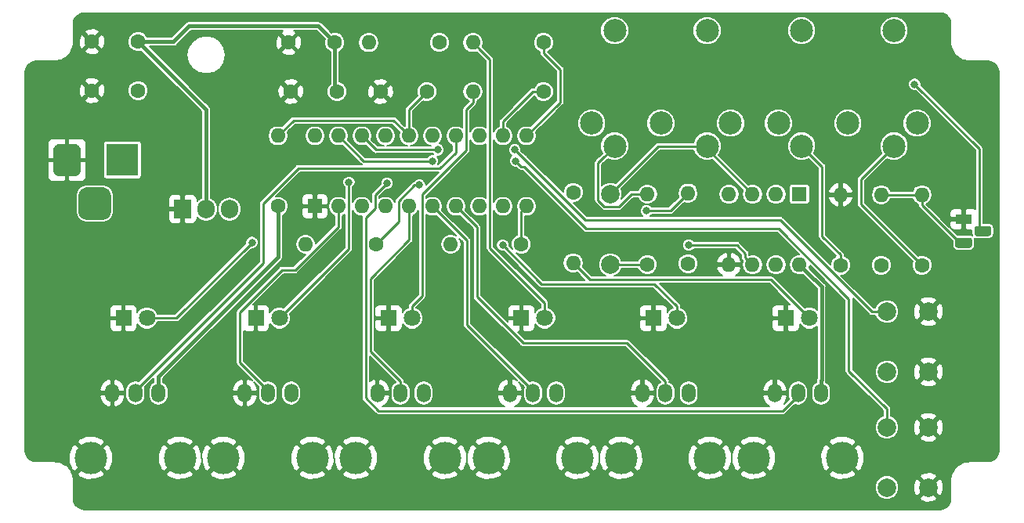
<source format=gbr>
G04 #@! TF.GenerationSoftware,KiCad,Pcbnew,(5.0.2)-1*
G04 #@! TF.CreationDate,2019-04-16T20:40:06+02:00*
G04 #@! TF.ProjectId,CCdrum,43436472-756d-42e6-9b69-6361645f7063,rev?*
G04 #@! TF.SameCoordinates,Original*
G04 #@! TF.FileFunction,Copper,L2,Bot*
G04 #@! TF.FilePolarity,Positive*
%FSLAX46Y46*%
G04 Gerber Fmt 4.6, Leading zero omitted, Abs format (unit mm)*
G04 Created by KiCad (PCBNEW (5.0.2)-1) date 16/04/2019 20:40:06*
%MOMM*%
%LPD*%
G01*
G04 APERTURE LIST*
G04 #@! TA.AperFunction,ComponentPad*
%ADD10C,1.998980*%
G04 #@! TD*
G04 #@! TA.AperFunction,ComponentPad*
%ADD11O,1.905000X2.000000*%
G04 #@! TD*
G04 #@! TA.AperFunction,ComponentPad*
%ADD12R,1.905000X2.000000*%
G04 #@! TD*
G04 #@! TA.AperFunction,ComponentPad*
%ADD13C,2.499360*%
G04 #@! TD*
G04 #@! TA.AperFunction,ComponentPad*
%ADD14R,1.800000X1.100000*%
G04 #@! TD*
G04 #@! TA.AperFunction,Conductor*
%ADD15C,0.100000*%
G04 #@! TD*
G04 #@! TA.AperFunction,ComponentPad*
%ADD16C,1.100000*%
G04 #@! TD*
G04 #@! TA.AperFunction,ComponentPad*
%ADD17O,1.600000X1.600000*%
G04 #@! TD*
G04 #@! TA.AperFunction,ComponentPad*
%ADD18R,1.600000X1.600000*%
G04 #@! TD*
G04 #@! TA.AperFunction,ComponentPad*
%ADD19C,3.500000*%
G04 #@! TD*
G04 #@! TA.AperFunction,ComponentPad*
%ADD20C,3.000000*%
G04 #@! TD*
G04 #@! TA.AperFunction,ComponentPad*
%ADD21R,3.500000X3.500000*%
G04 #@! TD*
G04 #@! TA.AperFunction,ComponentPad*
%ADD22C,1.800000*%
G04 #@! TD*
G04 #@! TA.AperFunction,ComponentPad*
%ADD23R,1.800000X1.800000*%
G04 #@! TD*
G04 #@! TA.AperFunction,ComponentPad*
%ADD24C,1.600000*%
G04 #@! TD*
G04 #@! TA.AperFunction,ComponentPad*
%ADD25O,1.500000X2.000000*%
G04 #@! TD*
G04 #@! TA.AperFunction,ComponentPad*
%ADD26C,2.000000*%
G04 #@! TD*
G04 #@! TA.AperFunction,ViaPad*
%ADD27C,5.000000*%
G04 #@! TD*
G04 #@! TA.AperFunction,ViaPad*
%ADD28C,0.800000*%
G04 #@! TD*
G04 #@! TA.AperFunction,Conductor*
%ADD29C,0.250000*%
G04 #@! TD*
G04 #@! TA.AperFunction,Conductor*
%ADD30C,0.400000*%
G04 #@! TD*
G04 #@! TA.AperFunction,Conductor*
%ADD31C,0.200000*%
G04 #@! TD*
G04 APERTURE END LIST*
D10*
G04 #@! TO.P,D1,2*
G04 #@! TO.N,Net-(D1-Pad2)*
X98512250Y-123890000D03*
G04 #@! TO.P,D1,1*
G04 #@! TO.N,Net-(D1-Pad1)*
X98512250Y-131510000D03*
G04 #@! TD*
D11*
G04 #@! TO.P,U2,3*
G04 #@! TO.N,+5V*
X57380000Y-125500000D03*
G04 #@! TO.P,U2,2*
G04 #@! TO.N,+3V3*
X54840000Y-125500000D03*
D12*
G04 #@! TO.P,U2,1*
G04 #@! TO.N,GND*
X52300000Y-125500000D03*
G04 #@! TD*
D13*
G04 #@! TO.P,J4,*
G04 #@! TO.N,*
X109001260Y-106202300D03*
X98998740Y-106202300D03*
G04 #@! TO.P,J4,5*
G04 #@! TO.N,Net-(D1-Pad2)*
X108996180Y-118699100D03*
G04 #@! TO.P,J4,1*
G04 #@! TO.N,Net-(J4-Pad1)*
X96501920Y-116197200D03*
G04 #@! TO.P,J4,2*
G04 #@! TO.N,Net-(J4-Pad2)*
X104000000Y-116199740D03*
G04 #@! TO.P,J4,4*
G04 #@! TO.N,Net-(J4-Pad4)*
X99003820Y-118699100D03*
G04 #@! TO.P,J4,3*
G04 #@! TO.N,Net-(J4-Pad3)*
X111498080Y-116197200D03*
G04 #@! TD*
G04 #@! TO.P,J5,*
G04 #@! TO.N,*
X129183847Y-106202300D03*
X119181327Y-106202300D03*
G04 #@! TO.P,J5,5*
G04 #@! TO.N,Net-(J5-Pad5)*
X129178767Y-118699100D03*
G04 #@! TO.P,J5,1*
G04 #@! TO.N,Net-(J5-Pad1)*
X116684507Y-116197200D03*
G04 #@! TO.P,J5,2*
G04 #@! TO.N,Net-(J5-Pad2)*
X124182587Y-116199740D03*
G04 #@! TO.P,J5,4*
G04 #@! TO.N,Net-(J5-Pad4)*
X119186407Y-118699100D03*
G04 #@! TO.P,J5,3*
G04 #@! TO.N,Net-(J5-Pad3)*
X131680667Y-116197200D03*
G04 #@! TD*
D14*
G04 #@! TO.P,Q1,1*
G04 #@! TO.N,GND*
X136700000Y-126600000D03*
D15*
G04 #@! TD*
G04 #@! TO.N,Net-(Q1-Pad3)*
G04 #@! TO.C,Q1*
G36*
X137351955Y-128591324D02*
X137378650Y-128595284D01*
X137404828Y-128601841D01*
X137430238Y-128610933D01*
X137454634Y-128622472D01*
X137477782Y-128636346D01*
X137499458Y-128652422D01*
X137519454Y-128670546D01*
X137537578Y-128690542D01*
X137553654Y-128712218D01*
X137567528Y-128735366D01*
X137579067Y-128759762D01*
X137588159Y-128785172D01*
X137594716Y-128811350D01*
X137598676Y-128838045D01*
X137600000Y-128865000D01*
X137600000Y-129415000D01*
X137598676Y-129441955D01*
X137594716Y-129468650D01*
X137588159Y-129494828D01*
X137579067Y-129520238D01*
X137567528Y-129544634D01*
X137553654Y-129567782D01*
X137537578Y-129589458D01*
X137519454Y-129609454D01*
X137499458Y-129627578D01*
X137477782Y-129643654D01*
X137454634Y-129657528D01*
X137430238Y-129669067D01*
X137404828Y-129678159D01*
X137378650Y-129684716D01*
X137351955Y-129688676D01*
X137325000Y-129690000D01*
X136075000Y-129690000D01*
X136048045Y-129688676D01*
X136021350Y-129684716D01*
X135995172Y-129678159D01*
X135969762Y-129669067D01*
X135945366Y-129657528D01*
X135922218Y-129643654D01*
X135900542Y-129627578D01*
X135880546Y-129609454D01*
X135862422Y-129589458D01*
X135846346Y-129567782D01*
X135832472Y-129544634D01*
X135820933Y-129520238D01*
X135811841Y-129494828D01*
X135805284Y-129468650D01*
X135801324Y-129441955D01*
X135800000Y-129415000D01*
X135800000Y-128865000D01*
X135801324Y-128838045D01*
X135805284Y-128811350D01*
X135811841Y-128785172D01*
X135820933Y-128759762D01*
X135832472Y-128735366D01*
X135846346Y-128712218D01*
X135862422Y-128690542D01*
X135880546Y-128670546D01*
X135900542Y-128652422D01*
X135922218Y-128636346D01*
X135945366Y-128622472D01*
X135969762Y-128610933D01*
X135995172Y-128601841D01*
X136021350Y-128595284D01*
X136048045Y-128591324D01*
X136075000Y-128590000D01*
X137325000Y-128590000D01*
X137351955Y-128591324D01*
X137351955Y-128591324D01*
G37*
D16*
G04 #@! TO.P,Q1,3*
G04 #@! TO.N,Net-(Q1-Pad3)*
X136700000Y-129140000D03*
D15*
G04 #@! TD*
G04 #@! TO.N,TXD*
G04 #@! TO.C,Q1*
G36*
X139421955Y-127321324D02*
X139448650Y-127325284D01*
X139474828Y-127331841D01*
X139500238Y-127340933D01*
X139524634Y-127352472D01*
X139547782Y-127366346D01*
X139569458Y-127382422D01*
X139589454Y-127400546D01*
X139607578Y-127420542D01*
X139623654Y-127442218D01*
X139637528Y-127465366D01*
X139649067Y-127489762D01*
X139658159Y-127515172D01*
X139664716Y-127541350D01*
X139668676Y-127568045D01*
X139670000Y-127595000D01*
X139670000Y-128145000D01*
X139668676Y-128171955D01*
X139664716Y-128198650D01*
X139658159Y-128224828D01*
X139649067Y-128250238D01*
X139637528Y-128274634D01*
X139623654Y-128297782D01*
X139607578Y-128319458D01*
X139589454Y-128339454D01*
X139569458Y-128357578D01*
X139547782Y-128373654D01*
X139524634Y-128387528D01*
X139500238Y-128399067D01*
X139474828Y-128408159D01*
X139448650Y-128414716D01*
X139421955Y-128418676D01*
X139395000Y-128420000D01*
X138145000Y-128420000D01*
X138118045Y-128418676D01*
X138091350Y-128414716D01*
X138065172Y-128408159D01*
X138039762Y-128399067D01*
X138015366Y-128387528D01*
X137992218Y-128373654D01*
X137970542Y-128357578D01*
X137950546Y-128339454D01*
X137932422Y-128319458D01*
X137916346Y-128297782D01*
X137902472Y-128274634D01*
X137890933Y-128250238D01*
X137881841Y-128224828D01*
X137875284Y-128198650D01*
X137871324Y-128171955D01*
X137870000Y-128145000D01*
X137870000Y-127595000D01*
X137871324Y-127568045D01*
X137875284Y-127541350D01*
X137881841Y-127515172D01*
X137890933Y-127489762D01*
X137902472Y-127465366D01*
X137916346Y-127442218D01*
X137932422Y-127420542D01*
X137950546Y-127400546D01*
X137970542Y-127382422D01*
X137992218Y-127366346D01*
X138015366Y-127352472D01*
X138039762Y-127340933D01*
X138065172Y-127331841D01*
X138091350Y-127325284D01*
X138118045Y-127321324D01*
X138145000Y-127320000D01*
X139395000Y-127320000D01*
X139421955Y-127321324D01*
X139421955Y-127321324D01*
G37*
D16*
G04 #@! TO.P,Q1,2*
G04 #@! TO.N,TXD*
X138770000Y-127870000D03*
G04 #@! TD*
D17*
G04 #@! TO.P,U3,8*
G04 #@! TO.N,+3V3*
X118963000Y-131520000D03*
G04 #@! TO.P,U3,4*
G04 #@! TO.N,Net-(U3-Pad4)*
X111343000Y-123900000D03*
G04 #@! TO.P,U3,7*
G04 #@! TO.N,Net-(U3-Pad7)*
X116423000Y-131520000D03*
G04 #@! TO.P,U3,3*
G04 #@! TO.N,Net-(D1-Pad2)*
X113883000Y-123900000D03*
G04 #@! TO.P,U3,6*
G04 #@! TO.N,RXD*
X113883000Y-131520000D03*
G04 #@! TO.P,U3,2*
G04 #@! TO.N,Net-(D1-Pad1)*
X116423000Y-123900000D03*
G04 #@! TO.P,U3,5*
G04 #@! TO.N,GND*
X111343000Y-131520000D03*
D18*
G04 #@! TO.P,U3,1*
G04 #@! TO.N,Net-(U3-Pad1)*
X118963000Y-123900000D03*
G04 #@! TD*
D15*
G04 #@! TO.N,N/C*
G04 #@! TO.C,J1*
G36*
X43760765Y-123154213D02*
X43845704Y-123166813D01*
X43928999Y-123187677D01*
X44009848Y-123216605D01*
X44087472Y-123253319D01*
X44161124Y-123297464D01*
X44230094Y-123348616D01*
X44293718Y-123406282D01*
X44351384Y-123469906D01*
X44402536Y-123538876D01*
X44446681Y-123612528D01*
X44483395Y-123690152D01*
X44512323Y-123771001D01*
X44533187Y-123854296D01*
X44545787Y-123939235D01*
X44550000Y-124025000D01*
X44550000Y-125775000D01*
X44545787Y-125860765D01*
X44533187Y-125945704D01*
X44512323Y-126028999D01*
X44483395Y-126109848D01*
X44446681Y-126187472D01*
X44402536Y-126261124D01*
X44351384Y-126330094D01*
X44293718Y-126393718D01*
X44230094Y-126451384D01*
X44161124Y-126502536D01*
X44087472Y-126546681D01*
X44009848Y-126583395D01*
X43928999Y-126612323D01*
X43845704Y-126633187D01*
X43760765Y-126645787D01*
X43675000Y-126650000D01*
X41925000Y-126650000D01*
X41839235Y-126645787D01*
X41754296Y-126633187D01*
X41671001Y-126612323D01*
X41590152Y-126583395D01*
X41512528Y-126546681D01*
X41438876Y-126502536D01*
X41369906Y-126451384D01*
X41306282Y-126393718D01*
X41248616Y-126330094D01*
X41197464Y-126261124D01*
X41153319Y-126187472D01*
X41116605Y-126109848D01*
X41087677Y-126028999D01*
X41066813Y-125945704D01*
X41054213Y-125860765D01*
X41050000Y-125775000D01*
X41050000Y-124025000D01*
X41054213Y-123939235D01*
X41066813Y-123854296D01*
X41087677Y-123771001D01*
X41116605Y-123690152D01*
X41153319Y-123612528D01*
X41197464Y-123538876D01*
X41248616Y-123469906D01*
X41306282Y-123406282D01*
X41369906Y-123348616D01*
X41438876Y-123297464D01*
X41512528Y-123253319D01*
X41590152Y-123216605D01*
X41671001Y-123187677D01*
X41754296Y-123166813D01*
X41839235Y-123154213D01*
X41925000Y-123150000D01*
X43675000Y-123150000D01*
X43760765Y-123154213D01*
X43760765Y-123154213D01*
G37*
D19*
G04 #@! TD*
G04 #@! TO.P,J1,3*
G04 #@! TO.N,N/C*
X42800000Y-124900000D03*
D15*
G04 #@! TO.N,GND*
G04 #@! TO.C,J1*
G36*
X40623513Y-118453611D02*
X40696318Y-118464411D01*
X40767714Y-118482295D01*
X40837013Y-118507090D01*
X40903548Y-118538559D01*
X40966678Y-118576398D01*
X41025795Y-118620242D01*
X41080330Y-118669670D01*
X41129758Y-118724205D01*
X41173602Y-118783322D01*
X41211441Y-118846452D01*
X41242910Y-118912987D01*
X41267705Y-118982286D01*
X41285589Y-119053682D01*
X41296389Y-119126487D01*
X41300000Y-119200000D01*
X41300000Y-121200000D01*
X41296389Y-121273513D01*
X41285589Y-121346318D01*
X41267705Y-121417714D01*
X41242910Y-121487013D01*
X41211441Y-121553548D01*
X41173602Y-121616678D01*
X41129758Y-121675795D01*
X41080330Y-121730330D01*
X41025795Y-121779758D01*
X40966678Y-121823602D01*
X40903548Y-121861441D01*
X40837013Y-121892910D01*
X40767714Y-121917705D01*
X40696318Y-121935589D01*
X40623513Y-121946389D01*
X40550000Y-121950000D01*
X39050000Y-121950000D01*
X38976487Y-121946389D01*
X38903682Y-121935589D01*
X38832286Y-121917705D01*
X38762987Y-121892910D01*
X38696452Y-121861441D01*
X38633322Y-121823602D01*
X38574205Y-121779758D01*
X38519670Y-121730330D01*
X38470242Y-121675795D01*
X38426398Y-121616678D01*
X38388559Y-121553548D01*
X38357090Y-121487013D01*
X38332295Y-121417714D01*
X38314411Y-121346318D01*
X38303611Y-121273513D01*
X38300000Y-121200000D01*
X38300000Y-119200000D01*
X38303611Y-119126487D01*
X38314411Y-119053682D01*
X38332295Y-118982286D01*
X38357090Y-118912987D01*
X38388559Y-118846452D01*
X38426398Y-118783322D01*
X38470242Y-118724205D01*
X38519670Y-118669670D01*
X38574205Y-118620242D01*
X38633322Y-118576398D01*
X38696452Y-118538559D01*
X38762987Y-118507090D01*
X38832286Y-118482295D01*
X38903682Y-118464411D01*
X38976487Y-118453611D01*
X39050000Y-118450000D01*
X40550000Y-118450000D01*
X40623513Y-118453611D01*
X40623513Y-118453611D01*
G37*
D20*
G04 #@! TD*
G04 #@! TO.P,J1,2*
G04 #@! TO.N,GND*
X39800000Y-120200000D03*
D21*
G04 #@! TO.P,J1,1*
G04 #@! TO.N,+5V*
X45800000Y-120200000D03*
G04 #@! TD*
D22*
G04 #@! TO.P,D4,2*
G04 #@! TO.N,Net-(D4-Pad2)*
X91440000Y-137300000D03*
D23*
G04 #@! TO.P,D4,1*
G04 #@! TO.N,GND*
X88900000Y-137300000D03*
G04 #@! TD*
D22*
G04 #@! TO.P,D5,2*
G04 #@! TO.N,Net-(D5-Pad2)*
X105720000Y-137300000D03*
D23*
G04 #@! TO.P,D5,1*
G04 #@! TO.N,GND*
X103180000Y-137300000D03*
G04 #@! TD*
D22*
G04 #@! TO.P,D3,2*
G04 #@! TO.N,Net-(D3-Pad2)*
X77080000Y-137300000D03*
D23*
G04 #@! TO.P,D3,1*
G04 #@! TO.N,GND*
X74540000Y-137300000D03*
G04 #@! TD*
D22*
G04 #@! TO.P,D6,2*
G04 #@! TO.N,Net-(D6-Pad2)*
X120040000Y-137300000D03*
D23*
G04 #@! TO.P,D6,1*
G04 #@! TO.N,GND*
X117500000Y-137300000D03*
G04 #@! TD*
D22*
G04 #@! TO.P,D7,2*
G04 #@! TO.N,Net-(D7-Pad2)*
X48440000Y-137300000D03*
D23*
G04 #@! TO.P,D7,1*
G04 #@! TO.N,GND*
X45900000Y-137300000D03*
G04 #@! TD*
D22*
G04 #@! TO.P,D2,2*
G04 #@! TO.N,Net-(D2-Pad2)*
X62760000Y-137300000D03*
D23*
G04 #@! TO.P,D2,1*
G04 #@! TO.N,GND*
X60220000Y-137300000D03*
G04 #@! TD*
D17*
G04 #@! TO.P,R11,2*
G04 #@! TO.N,Net-(D6-Pad2)*
X94500000Y-131320000D03*
D24*
G04 #@! TO.P,R11,1*
G04 #@! TO.N,LED_P5*
X94500000Y-123700000D03*
G04 #@! TD*
D17*
G04 #@! TO.P,R12,2*
G04 #@! TO.N,Net-(D7-Pad2)*
X65580000Y-129300000D03*
D24*
G04 #@! TO.P,R12,1*
G04 #@! TO.N,LED_P6*
X73200000Y-129300000D03*
G04 #@! TD*
D17*
G04 #@! TO.P,R10,2*
G04 #@! TO.N,Net-(D5-Pad2)*
X81280000Y-129300000D03*
D24*
G04 #@! TO.P,R10,1*
G04 #@! TO.N,LED_P4*
X88900000Y-129300000D03*
G04 #@! TD*
D17*
G04 #@! TO.P,U1,20*
G04 #@! TO.N,+3V3*
X66600000Y-117580000D03*
G04 #@! TO.P,U1,10*
G04 #@! TO.N,LED_P4*
X89460000Y-125200000D03*
G04 #@! TO.P,U1,19*
G04 #@! TO.N,PUSH_L2*
X69140000Y-117580000D03*
G04 #@! TO.P,U1,9*
G04 #@! TO.N,LED_P5*
X86920000Y-125200000D03*
G04 #@! TO.P,U1,18*
G04 #@! TO.N,PUSH_L1*
X71680000Y-117580000D03*
G04 #@! TO.P,U1,8*
G04 #@! TO.N,LED_P6*
X84380000Y-125200000D03*
G04 #@! TO.P,U1,17*
G04 #@! TO.N,TEST*
X74220000Y-117580000D03*
G04 #@! TO.P,U1,7*
G04 #@! TO.N,PAN*
X81840000Y-125200000D03*
G04 #@! TO.P,U1,16*
G04 #@! TO.N,Net-(C1-Pad1)*
X76760000Y-117580000D03*
G04 #@! TO.P,U1,6*
G04 #@! TO.N,DRV*
X79300000Y-125200000D03*
G04 #@! TO.P,U1,15*
G04 #@! TO.N,PART*
X79300000Y-117580000D03*
G04 #@! TO.P,U1,5*
G04 #@! TO.N,FLD*
X76760000Y-125200000D03*
G04 #@! TO.P,U1,14*
G04 #@! TO.N,GAN*
X81840000Y-117580000D03*
G04 #@! TO.P,U1,4*
G04 #@! TO.N,TXD*
X74220000Y-125200000D03*
G04 #@! TO.P,U1,13*
G04 #@! TO.N,LED_P1*
X84380000Y-117580000D03*
G04 #@! TO.P,U1,3*
G04 #@! TO.N,RXD*
X71680000Y-125200000D03*
G04 #@! TO.P,U1,12*
G04 #@! TO.N,LED_P2*
X86920000Y-117580000D03*
G04 #@! TO.P,U1,2*
G04 #@! TO.N,BIT*
X69140000Y-125200000D03*
G04 #@! TO.P,U1,11*
G04 #@! TO.N,LED_P3*
X89460000Y-117580000D03*
D18*
G04 #@! TO.P,U1,1*
G04 #@! TO.N,GND*
X66600000Y-125200000D03*
G04 #@! TD*
D19*
G04 #@! TO.P,RV5,*
G04 #@! TO.N,GND*
X114000000Y-152400000D03*
X123600000Y-152400000D03*
D25*
G04 #@! TO.P,RV5,3*
X116300000Y-145400000D03*
G04 #@! TO.P,RV5,2*
G04 #@! TO.N,PART*
X118800000Y-145400000D03*
G04 #@! TO.P,RV5,1*
G04 #@! TO.N,+3V3*
X121300000Y-145400000D03*
G04 #@! TD*
D24*
G04 #@! TO.P,C5,2*
G04 #@! TO.N,GND*
X63753333Y-107500000D03*
G04 #@! TO.P,C5,1*
G04 #@! TO.N,+3V3*
X68753333Y-107500000D03*
G04 #@! TD*
G04 #@! TO.P,C4,2*
G04 #@! TO.N,GND*
X64000000Y-112800000D03*
G04 #@! TO.P,C4,1*
G04 #@! TO.N,+3V3*
X69000000Y-112800000D03*
G04 #@! TD*
G04 #@! TO.P,C3,2*
G04 #@! TO.N,GND*
X42500000Y-107400000D03*
G04 #@! TO.P,C3,1*
G04 #@! TO.N,+3V3*
X47500000Y-107400000D03*
G04 #@! TD*
D26*
G04 #@! TO.P,SW2,1*
G04 #@! TO.N,GND*
X132900000Y-155600000D03*
G04 #@! TO.P,SW2,2*
G04 #@! TO.N,PUSH_L2*
X128400000Y-155600000D03*
G04 #@! TO.P,SW2,1*
G04 #@! TO.N,GND*
X132900000Y-149100000D03*
G04 #@! TO.P,SW2,2*
G04 #@! TO.N,PUSH_L2*
X128400000Y-149100000D03*
G04 #@! TD*
G04 #@! TO.P,SW1,1*
G04 #@! TO.N,GND*
X132900000Y-143100000D03*
G04 #@! TO.P,SW1,2*
G04 #@! TO.N,PUSH_L1*
X128400000Y-143100000D03*
G04 #@! TO.P,SW1,1*
G04 #@! TO.N,GND*
X132900000Y-136600000D03*
G04 #@! TO.P,SW1,2*
G04 #@! TO.N,PUSH_L1*
X128400000Y-136600000D03*
G04 #@! TD*
D24*
G04 #@! TO.P,C1,2*
G04 #@! TO.N,GND*
X73700000Y-112800000D03*
G04 #@! TO.P,C1,1*
G04 #@! TO.N,Net-(C1-Pad1)*
X78700000Y-112800000D03*
G04 #@! TD*
G04 #@! TO.P,C2,2*
G04 #@! TO.N,GND*
X42500000Y-112700000D03*
G04 #@! TO.P,C2,1*
G04 #@! TO.N,+5V*
X47500000Y-112700000D03*
G04 #@! TD*
D17*
G04 #@! TO.P,R3,2*
G04 #@! TO.N,Net-(J4-Pad4)*
X102524500Y-123880000D03*
D24*
G04 #@! TO.P,R3,1*
G04 #@! TO.N,Net-(D1-Pad1)*
X102524500Y-131500000D03*
G04 #@! TD*
D17*
G04 #@! TO.P,R9,2*
G04 #@! TO.N,RXD*
X106918750Y-123780000D03*
D24*
G04 #@! TO.P,R9,1*
G04 #@! TO.N,+3V3*
X106918750Y-131400000D03*
G04 #@! TD*
D17*
G04 #@! TO.P,R8,2*
G04 #@! TO.N,Net-(Q1-Pad3)*
X132195750Y-123953753D03*
D24*
G04 #@! TO.P,R8,1*
G04 #@! TO.N,Net-(J5-Pad5)*
X132195750Y-131573753D03*
G04 #@! TD*
D17*
G04 #@! TO.P,R7,2*
G04 #@! TO.N,Net-(D4-Pad2)*
X83680000Y-107500000D03*
D24*
G04 #@! TO.P,R7,1*
G04 #@! TO.N,LED_P3*
X91300000Y-107500000D03*
G04 #@! TD*
D17*
G04 #@! TO.P,R1,2*
G04 #@! TO.N,Net-(C1-Pad1)*
X62600000Y-117580000D03*
D24*
G04 #@! TO.P,R1,1*
G04 #@! TO.N,+3V3*
X62600000Y-125200000D03*
G04 #@! TD*
D17*
G04 #@! TO.P,R4,2*
G04 #@! TO.N,Net-(D2-Pad2)*
X72406666Y-107500000D03*
D24*
G04 #@! TO.P,R4,1*
G04 #@! TO.N,LED_P1*
X80026666Y-107500000D03*
G04 #@! TD*
D17*
G04 #@! TO.P,R5,2*
G04 #@! TO.N,Net-(D3-Pad2)*
X83680000Y-112800000D03*
D24*
G04 #@! TO.P,R5,1*
G04 #@! TO.N,LED_P2*
X91300000Y-112800000D03*
G04 #@! TD*
D17*
G04 #@! TO.P,R6,2*
G04 #@! TO.N,Net-(Q1-Pad3)*
X127801500Y-123953753D03*
D24*
G04 #@! TO.P,R6,1*
G04 #@! TO.N,+3V3*
X127801500Y-131573753D03*
G04 #@! TD*
D17*
G04 #@! TO.P,R2,2*
G04 #@! TO.N,GND*
X123407250Y-123953753D03*
D24*
G04 #@! TO.P,R2,1*
G04 #@! TO.N,Net-(J5-Pad4)*
X123407250Y-131573753D03*
G04 #@! TD*
D19*
G04 #@! TO.P,RV6,*
G04 #@! TO.N,GND*
X42400000Y-152400000D03*
X52000000Y-152400000D03*
D25*
G04 #@! TO.P,RV6,3*
X44700000Y-145400000D03*
G04 #@! TO.P,RV6,2*
G04 #@! TO.N,GAN*
X47200000Y-145400000D03*
G04 #@! TO.P,RV6,1*
G04 #@! TO.N,+3V3*
X49700000Y-145400000D03*
G04 #@! TD*
D19*
G04 #@! TO.P,RV1,*
G04 #@! TO.N,GND*
X56720000Y-152400000D03*
X66320000Y-152400000D03*
D25*
G04 #@! TO.P,RV1,3*
X59020000Y-145400000D03*
G04 #@! TO.P,RV1,2*
G04 #@! TO.N,BIT*
X61520000Y-145400000D03*
G04 #@! TO.P,RV1,1*
G04 #@! TO.N,+3V3*
X64020000Y-145400000D03*
G04 #@! TD*
D19*
G04 #@! TO.P,RV2,*
G04 #@! TO.N,GND*
X71040000Y-152400000D03*
X80640000Y-152400000D03*
D25*
G04 #@! TO.P,RV2,3*
X73340000Y-145400000D03*
G04 #@! TO.P,RV2,2*
G04 #@! TO.N,FLD*
X75840000Y-145400000D03*
G04 #@! TO.P,RV2,1*
G04 #@! TO.N,+3V3*
X78340000Y-145400000D03*
G04 #@! TD*
D19*
G04 #@! TO.P,RV3,*
G04 #@! TO.N,GND*
X85360000Y-152400000D03*
X94960000Y-152400000D03*
D25*
G04 #@! TO.P,RV3,3*
X87660000Y-145400000D03*
G04 #@! TO.P,RV3,2*
G04 #@! TO.N,DRV*
X90160000Y-145400000D03*
G04 #@! TO.P,RV3,1*
G04 #@! TO.N,+3V3*
X92660000Y-145400000D03*
G04 #@! TD*
D19*
G04 #@! TO.P,RV4,*
G04 #@! TO.N,GND*
X99680000Y-152400000D03*
X109280000Y-152400000D03*
D25*
G04 #@! TO.P,RV4,3*
X101980000Y-145400000D03*
G04 #@! TO.P,RV4,2*
G04 #@! TO.N,PAN*
X104480000Y-145400000D03*
G04 #@! TO.P,RV4,1*
G04 #@! TO.N,+3V3*
X106980000Y-145400000D03*
G04 #@! TD*
D27*
G04 #@! TO.N,GND*
X137800000Y-150100000D03*
X137800000Y-112200000D03*
X38000000Y-150100000D03*
X38000000Y-112200000D03*
D28*
G04 #@! TO.N,Net-(D2-Pad2)*
X70265001Y-122600000D03*
G04 #@! TO.N,TXD*
X131400000Y-112000000D03*
G04 #@! TO.N,RXD*
X102400000Y-125700000D03*
X107000000Y-129400000D03*
G04 #@! TO.N,Net-(D5-Pad2)*
X86900000Y-129400000D03*
G04 #@! TO.N,PART*
X74400000Y-122700000D03*
G04 #@! TO.N,LED_P6*
X77900000Y-122900000D03*
G04 #@! TO.N,PUSH_L1*
X88200000Y-119100000D03*
X79900000Y-119100000D03*
G04 #@! TO.N,PUSH_L2*
X88300000Y-120300000D03*
X79300000Y-120300000D03*
G04 #@! TO.N,Net-(D7-Pad2)*
X59800000Y-129100000D03*
G04 #@! TD*
D29*
G04 #@! TO.N,Net-(D2-Pad2)*
X70265001Y-129794999D02*
X70265001Y-122600000D01*
X62760000Y-137300000D02*
X70265001Y-129794999D01*
X70265001Y-122600000D02*
X70265001Y-122565001D01*
G04 #@! TO.N,Net-(D1-Pad2)*
X108996180Y-119013180D02*
X108996180Y-118699100D01*
X113883000Y-123900000D02*
X108996180Y-119013180D01*
X103703150Y-118699100D02*
X108996180Y-118699100D01*
X98512250Y-123890000D02*
X103703150Y-118699100D01*
D30*
G04 #@! TO.N,+3V3*
X54840000Y-114740000D02*
X47500000Y-107400000D01*
X54840000Y-125500000D02*
X54840000Y-114740000D01*
X62600000Y-125200000D02*
X62600000Y-130700000D01*
X49700000Y-143600000D02*
X49700000Y-145400000D01*
X62600000Y-130700000D02*
X49700000Y-143600000D01*
X119762999Y-132319999D02*
X118963000Y-131520000D01*
X121340001Y-133897001D02*
X119762999Y-132319999D01*
X121340001Y-143959999D02*
X121340001Y-133897001D01*
X121300000Y-144000000D02*
X121340001Y-143959999D01*
X121300000Y-145400000D02*
X121300000Y-144000000D01*
X47500000Y-107400000D02*
X51300000Y-107400000D01*
X51300000Y-107400000D02*
X53000000Y-105700000D01*
X66953333Y-105700000D02*
X68753333Y-107500000D01*
X53000000Y-105700000D02*
X66953333Y-105700000D01*
X68753333Y-112553333D02*
X69000000Y-112800000D01*
X68753333Y-107500000D02*
X68753333Y-112553333D01*
D29*
G04 #@! TO.N,TXD*
X138370000Y-127870000D02*
X138370000Y-118970000D01*
X138370000Y-118970000D02*
X131400000Y-112000000D01*
X131400000Y-112000000D02*
X131400000Y-112000000D01*
G04 #@! TO.N,BIT*
X61520000Y-145150000D02*
X58500000Y-142130000D01*
X61520000Y-145400000D02*
X61520000Y-145150000D01*
X58500000Y-136634998D02*
X63034998Y-132100000D01*
X58500000Y-142130000D02*
X58500000Y-136634998D01*
X69140000Y-126331370D02*
X69140000Y-125200000D01*
X69140000Y-127405002D02*
X69140000Y-126331370D01*
X64445002Y-132100000D02*
X69140000Y-127405002D01*
X63034998Y-132100000D02*
X64445002Y-132100000D01*
G04 #@! TO.N,RXD*
X104998750Y-125700000D02*
X106918750Y-123780000D01*
X102400000Y-125700000D02*
X104998750Y-125700000D01*
X113083001Y-130720001D02*
X113083001Y-130283001D01*
X113883000Y-131520000D02*
X113083001Y-130720001D01*
X113083001Y-130283001D02*
X112200000Y-129400000D01*
X112200000Y-129400000D02*
X107000000Y-129400000D01*
X107000000Y-129400000D02*
X106900000Y-129400000D01*
G04 #@! TO.N,FLD*
X75840000Y-144150000D02*
X72600000Y-140910000D01*
X75840000Y-145400000D02*
X75840000Y-144150000D01*
X72600000Y-140910000D02*
X72600000Y-133000000D01*
X76760000Y-128840000D02*
X76760000Y-125200000D01*
X72600000Y-133000000D02*
X76760000Y-128840000D01*
G04 #@! TO.N,GAN*
X81840000Y-119360000D02*
X81840000Y-117580000D01*
X47200000Y-145150000D02*
X61000000Y-131350000D01*
X61000000Y-131350000D02*
X61000000Y-124900000D01*
X61000000Y-124900000D02*
X64800000Y-121100000D01*
X47200000Y-145400000D02*
X47200000Y-145150000D01*
X64800000Y-121100000D02*
X80100000Y-121100000D01*
X80100000Y-121100000D02*
X81840000Y-119360000D01*
G04 #@! TO.N,DRV*
X90160000Y-145150000D02*
X83010000Y-138000000D01*
X90160000Y-145400000D02*
X90160000Y-145150000D01*
X83010000Y-128910000D02*
X79300000Y-125200000D01*
X83010000Y-138000000D02*
X83010000Y-128910000D01*
G04 #@! TO.N,PAN*
X104480000Y-144150000D02*
X100330000Y-140000000D01*
X104480000Y-145400000D02*
X104480000Y-144150000D01*
X89100000Y-140000000D02*
X84100000Y-135000000D01*
X100330000Y-140000000D02*
X89100000Y-140000000D01*
X84100000Y-127460000D02*
X81840000Y-125200000D01*
X84100000Y-135000000D02*
X84100000Y-127460000D01*
G04 #@! TO.N,Net-(D4-Pad2)*
X84479999Y-108299999D02*
X83680000Y-107500000D01*
X85505001Y-109325001D02*
X84479999Y-108299999D01*
X91440000Y-137300000D02*
X91440000Y-135640000D01*
X85505001Y-129705001D02*
X85505001Y-109325001D01*
X91440000Y-135640000D02*
X85505001Y-129705001D01*
G04 #@! TO.N,Net-(D3-Pad2)*
X78174999Y-134932209D02*
X78174999Y-123925001D01*
X77080000Y-137300000D02*
X77080000Y-136027208D01*
X77080000Y-136027208D02*
X78174999Y-134932209D01*
X82965001Y-119134999D02*
X82965001Y-114734999D01*
X78174999Y-123925001D02*
X82965001Y-119134999D01*
X83680000Y-114020000D02*
X83680000Y-112800000D01*
X82965001Y-114734999D02*
X83680000Y-114020000D01*
G04 #@! TO.N,Net-(D5-Pad2)*
X105720000Y-136027208D02*
X103292792Y-133600000D01*
X105720000Y-137300000D02*
X105720000Y-136027208D01*
X103292792Y-133600000D02*
X91100000Y-133600000D01*
X91100000Y-133600000D02*
X86900000Y-129400000D01*
X86900000Y-129400000D02*
X86900000Y-129400000D01*
G04 #@! TO.N,Net-(D6-Pad2)*
X115889991Y-133149991D02*
X115890000Y-133150000D01*
X96329991Y-133149991D02*
X115889991Y-133149991D01*
X94500000Y-131320000D02*
X96329991Y-133149991D01*
X120040000Y-137300000D02*
X115890000Y-133150000D01*
G04 #@! TO.N,PART*
X118800000Y-145650000D02*
X117150000Y-147300000D01*
X118800000Y-145400000D02*
X118800000Y-145650000D01*
X73094999Y-125450003D02*
X73094999Y-124005001D01*
X72074999Y-126470003D02*
X73094999Y-125450003D01*
X72074999Y-145905292D02*
X72074999Y-126470003D01*
X117150000Y-147300000D02*
X73469707Y-147300000D01*
X73469707Y-147300000D02*
X72074999Y-145905292D01*
X73094999Y-124005001D02*
X74400000Y-122700000D01*
X74400000Y-122700000D02*
X74400000Y-122700000D01*
G04 #@! TO.N,LED_P4*
X88900000Y-125760000D02*
X89460000Y-125200000D01*
X88900000Y-129300000D02*
X88900000Y-125760000D01*
G04 #@! TO.N,LED_P3*
X91300000Y-108631370D02*
X93100000Y-110431370D01*
X91300000Y-107500000D02*
X91300000Y-108631370D01*
X93100000Y-113940000D02*
X89460000Y-117580000D01*
X93100000Y-110431370D02*
X93100000Y-113940000D01*
G04 #@! TO.N,LED_P6*
X75634999Y-124659999D02*
X77394998Y-122900000D01*
X73200000Y-129300000D02*
X75634999Y-126865001D01*
X75634999Y-126865001D02*
X75634999Y-124659999D01*
X77394998Y-122900000D02*
X77900000Y-122900000D01*
X77394998Y-122900000D02*
X77394998Y-122900000D01*
G04 #@! TO.N,LED_P2*
X86920000Y-116448630D02*
X86920000Y-117580000D01*
X86920000Y-116048630D02*
X86920000Y-116448630D01*
X90168630Y-112800000D02*
X86920000Y-116048630D01*
X91300000Y-112800000D02*
X90168630Y-112800000D01*
G04 #@! TO.N,PUSH_L1*
X126768495Y-136600000D02*
X120600000Y-130431505D01*
X128400000Y-136600000D02*
X126768495Y-136600000D01*
X95834998Y-126700000D02*
X89200000Y-120065002D01*
X120600000Y-130431505D02*
X116868495Y-126700000D01*
X116868495Y-126700000D02*
X95834998Y-126700000D01*
X89200000Y-120065002D02*
X89165002Y-120065002D01*
X89165002Y-120065002D02*
X88200000Y-119100000D01*
X88200000Y-119100000D02*
X88200000Y-119100000D01*
X73200000Y-119100000D02*
X71680000Y-117580000D01*
X79900000Y-119100000D02*
X73200000Y-119100000D01*
G04 #@! TO.N,PUSH_L2*
X128400000Y-149100000D02*
X128400000Y-147100000D01*
X128400000Y-147100000D02*
X124300000Y-143000000D01*
X124300000Y-135191998D02*
X116708002Y-127600000D01*
X124300000Y-143000000D02*
X124300000Y-135191998D01*
X116708002Y-127600000D02*
X96000000Y-127600000D01*
X96000000Y-127600000D02*
X95900000Y-127600000D01*
X95900000Y-127600000D02*
X89200000Y-120900000D01*
X89200000Y-120900000D02*
X88900000Y-120900000D01*
X88900000Y-120900000D02*
X88300000Y-120300000D01*
X88300000Y-120300000D02*
X88300000Y-120300000D01*
X71860000Y-120300000D02*
X69140000Y-117580000D01*
X79300000Y-120300000D02*
X71860000Y-120300000D01*
G04 #@! TO.N,Net-(J5-Pad4)*
X123407250Y-130442383D02*
X121400000Y-128435133D01*
X123407250Y-131573753D02*
X123407250Y-130442383D01*
X121400000Y-120912693D02*
X119186407Y-118699100D01*
X121400000Y-128435133D02*
X121400000Y-120912693D01*
G04 #@! TO.N,Net-(J4-Pad4)*
X102524500Y-123880000D02*
X100820000Y-123880000D01*
X97754141Y-119948779D02*
X99003820Y-118699100D01*
X97187759Y-120515161D02*
X97754141Y-119948779D01*
X97187759Y-124525757D02*
X97187759Y-120515161D01*
X97876493Y-125214491D02*
X97187759Y-124525757D01*
X99485509Y-125214491D02*
X97876493Y-125214491D01*
X100820000Y-123880000D02*
X99485509Y-125214491D01*
G04 #@! TO.N,Net-(Q1-Pad3)*
X127801500Y-123953753D02*
X132195750Y-123953753D01*
X136250627Y-129140000D02*
X137100000Y-129140000D01*
X132195750Y-125085123D02*
X136250627Y-129140000D01*
X132195750Y-123953753D02*
X132195750Y-125085123D01*
G04 #@! TO.N,Net-(C1-Pad1)*
X75960001Y-116780001D02*
X76760000Y-117580000D01*
X75080000Y-115900000D02*
X75960001Y-116780001D01*
X64280000Y-115900000D02*
X75080000Y-115900000D01*
X62600000Y-117580000D02*
X64280000Y-115900000D01*
X76760000Y-114740000D02*
X78700000Y-112800000D01*
X76760000Y-117580000D02*
X76760000Y-114740000D01*
G04 #@! TO.N,Net-(D7-Pad2)*
X48440000Y-137300000D02*
X51600000Y-137300000D01*
X51600000Y-137300000D02*
X59800000Y-129100000D01*
X59800000Y-129100000D02*
X59800000Y-129100000D01*
G04 #@! TO.N,Net-(D1-Pad1)*
X102514500Y-131510000D02*
X102524500Y-131500000D01*
X98512250Y-131510000D02*
X102514500Y-131510000D01*
G04 #@! TO.N,Net-(J5-Pad5)*
X132195750Y-131573753D02*
X125600000Y-124978003D01*
X125600000Y-122277867D02*
X129178767Y-118699100D01*
X125600000Y-124978003D02*
X125600000Y-122277867D01*
G04 #@! TD*
D31*
G04 #@! TO.N,GND*
G36*
X134469278Y-104363474D02*
X134802411Y-104533214D01*
X135066785Y-104797588D01*
X135236526Y-105130722D01*
X135300000Y-105531479D01*
X135300001Y-107539394D01*
X135306149Y-107570300D01*
X135383234Y-108056995D01*
X135383234Y-108057001D01*
X135404711Y-108123100D01*
X135421907Y-108176024D01*
X135421909Y-108176026D01*
X135649170Y-108622052D01*
X135722730Y-108723299D01*
X136076698Y-109077266D01*
X136076701Y-109077270D01*
X136177948Y-109150830D01*
X136623974Y-109378091D01*
X136623976Y-109378093D01*
X136653165Y-109387577D01*
X136742999Y-109416766D01*
X136743005Y-109416766D01*
X137229675Y-109493847D01*
X137260606Y-109500000D01*
X139268521Y-109500000D01*
X139669278Y-109563474D01*
X140002411Y-109733214D01*
X140266785Y-109997588D01*
X140436526Y-110330722D01*
X140500001Y-110731485D01*
X140500000Y-151568521D01*
X140436526Y-151969278D01*
X140266785Y-152302412D01*
X140002411Y-152566786D01*
X139669278Y-152736526D01*
X139268521Y-152800000D01*
X137260606Y-152800000D01*
X137229675Y-152806153D01*
X136743005Y-152883234D01*
X136742999Y-152883234D01*
X136655649Y-152911616D01*
X136623976Y-152921907D01*
X136623974Y-152921909D01*
X136177948Y-153149170D01*
X136076701Y-153222730D01*
X136076698Y-153222734D01*
X135722730Y-153576701D01*
X135649170Y-153677948D01*
X135421909Y-154123974D01*
X135421907Y-154123976D01*
X135421907Y-154123977D01*
X135383234Y-154242999D01*
X135383234Y-154243005D01*
X135306149Y-154729700D01*
X135300001Y-154760606D01*
X135300000Y-156768521D01*
X135236526Y-157169278D01*
X135066785Y-157502412D01*
X134802411Y-157766786D01*
X134469278Y-157936526D01*
X134068521Y-158000000D01*
X41731479Y-158000000D01*
X41330722Y-157936526D01*
X40997588Y-157766785D01*
X40733214Y-157502411D01*
X40563474Y-157169278D01*
X40500000Y-156768521D01*
X40500000Y-155341414D01*
X127100000Y-155341414D01*
X127100000Y-155858586D01*
X127297913Y-156336391D01*
X127663609Y-156702087D01*
X128141414Y-156900000D01*
X128658586Y-156900000D01*
X129008488Y-156755066D01*
X131962723Y-156755066D01*
X132065174Y-157011040D01*
X132668703Y-157223105D01*
X133307445Y-157188067D01*
X133734826Y-157011040D01*
X133837277Y-156755066D01*
X132900000Y-155817789D01*
X131962723Y-156755066D01*
X129008488Y-156755066D01*
X129136391Y-156702087D01*
X129502087Y-156336391D01*
X129700000Y-155858586D01*
X129700000Y-155368703D01*
X131276895Y-155368703D01*
X131311933Y-156007445D01*
X131488960Y-156434826D01*
X131744934Y-156537277D01*
X132682211Y-155600000D01*
X133117789Y-155600000D01*
X134055066Y-156537277D01*
X134311040Y-156434826D01*
X134523105Y-155831297D01*
X134488067Y-155192555D01*
X134311040Y-154765174D01*
X134055066Y-154662723D01*
X133117789Y-155600000D01*
X132682211Y-155600000D01*
X131744934Y-154662723D01*
X131488960Y-154765174D01*
X131276895Y-155368703D01*
X129700000Y-155368703D01*
X129700000Y-155341414D01*
X129502087Y-154863609D01*
X129136391Y-154497913D01*
X129008489Y-154444934D01*
X131962723Y-154444934D01*
X132900000Y-155382211D01*
X133837277Y-154444934D01*
X133734826Y-154188960D01*
X133131297Y-153976895D01*
X132492555Y-154011933D01*
X132065174Y-154188960D01*
X131962723Y-154444934D01*
X129008489Y-154444934D01*
X128658586Y-154300000D01*
X128141414Y-154300000D01*
X127663609Y-154497913D01*
X127297913Y-154863609D01*
X127100000Y-155341414D01*
X40500000Y-155341414D01*
X40500000Y-154760606D01*
X40493847Y-154729675D01*
X40416766Y-154243005D01*
X40416766Y-154242999D01*
X40378093Y-154123977D01*
X40378093Y-154123976D01*
X40378091Y-154123974D01*
X40364709Y-154097710D01*
X40920079Y-154097710D01*
X41114340Y-154431560D01*
X41989649Y-154768918D01*
X42927430Y-154745629D01*
X43685660Y-154431560D01*
X43879921Y-154097710D01*
X50520079Y-154097710D01*
X50714340Y-154431560D01*
X51589649Y-154768918D01*
X52527430Y-154745629D01*
X53285660Y-154431560D01*
X53479921Y-154097710D01*
X55240079Y-154097710D01*
X55434340Y-154431560D01*
X56309649Y-154768918D01*
X57247430Y-154745629D01*
X58005660Y-154431560D01*
X58199921Y-154097710D01*
X64840079Y-154097710D01*
X65034340Y-154431560D01*
X65909649Y-154768918D01*
X66847430Y-154745629D01*
X67605660Y-154431560D01*
X67799921Y-154097710D01*
X69560079Y-154097710D01*
X69754340Y-154431560D01*
X70629649Y-154768918D01*
X71567430Y-154745629D01*
X72325660Y-154431560D01*
X72519921Y-154097710D01*
X79160079Y-154097710D01*
X79354340Y-154431560D01*
X80229649Y-154768918D01*
X81167430Y-154745629D01*
X81925660Y-154431560D01*
X82119921Y-154097710D01*
X83880079Y-154097710D01*
X84074340Y-154431560D01*
X84949649Y-154768918D01*
X85887430Y-154745629D01*
X86645660Y-154431560D01*
X86839921Y-154097710D01*
X93480079Y-154097710D01*
X93674340Y-154431560D01*
X94549649Y-154768918D01*
X95487430Y-154745629D01*
X96245660Y-154431560D01*
X96439921Y-154097710D01*
X98200079Y-154097710D01*
X98394340Y-154431560D01*
X99269649Y-154768918D01*
X100207430Y-154745629D01*
X100965660Y-154431560D01*
X101159921Y-154097710D01*
X107800079Y-154097710D01*
X107994340Y-154431560D01*
X108869649Y-154768918D01*
X109807430Y-154745629D01*
X110565660Y-154431560D01*
X110759921Y-154097710D01*
X112520079Y-154097710D01*
X112714340Y-154431560D01*
X113589649Y-154768918D01*
X114527430Y-154745629D01*
X115285660Y-154431560D01*
X115479921Y-154097710D01*
X122120079Y-154097710D01*
X122314340Y-154431560D01*
X123189649Y-154768918D01*
X124127430Y-154745629D01*
X124885660Y-154431560D01*
X125079921Y-154097710D01*
X123600000Y-152617789D01*
X122120079Y-154097710D01*
X115479921Y-154097710D01*
X114000000Y-152617789D01*
X112520079Y-154097710D01*
X110759921Y-154097710D01*
X109280000Y-152617789D01*
X107800079Y-154097710D01*
X101159921Y-154097710D01*
X99680000Y-152617789D01*
X98200079Y-154097710D01*
X96439921Y-154097710D01*
X94960000Y-152617789D01*
X93480079Y-154097710D01*
X86839921Y-154097710D01*
X85360000Y-152617789D01*
X83880079Y-154097710D01*
X82119921Y-154097710D01*
X80640000Y-152617789D01*
X79160079Y-154097710D01*
X72519921Y-154097710D01*
X71040000Y-152617789D01*
X69560079Y-154097710D01*
X67799921Y-154097710D01*
X66320000Y-152617789D01*
X64840079Y-154097710D01*
X58199921Y-154097710D01*
X56720000Y-152617789D01*
X55240079Y-154097710D01*
X53479921Y-154097710D01*
X52000000Y-152617789D01*
X50520079Y-154097710D01*
X43879921Y-154097710D01*
X42400000Y-152617789D01*
X40920079Y-154097710D01*
X40364709Y-154097710D01*
X40150830Y-153677948D01*
X40077270Y-153576701D01*
X40077266Y-153576698D01*
X39723299Y-153222730D01*
X39622052Y-153149170D01*
X39176026Y-152921909D01*
X39176024Y-152921907D01*
X39144351Y-152911616D01*
X39057001Y-152883234D01*
X39056995Y-152883234D01*
X38570325Y-152806153D01*
X38539394Y-152800000D01*
X36531479Y-152800000D01*
X36130722Y-152736526D01*
X35797588Y-152566785D01*
X35533214Y-152302411D01*
X35373854Y-151989649D01*
X40031082Y-151989649D01*
X40054371Y-152927430D01*
X40368440Y-153685660D01*
X40702290Y-153879921D01*
X42182211Y-152400000D01*
X42617789Y-152400000D01*
X44097710Y-153879921D01*
X44431560Y-153685660D01*
X44768918Y-152810351D01*
X44748537Y-151989649D01*
X49631082Y-151989649D01*
X49654371Y-152927430D01*
X49968440Y-153685660D01*
X50302290Y-153879921D01*
X51782211Y-152400000D01*
X52217789Y-152400000D01*
X53697710Y-153879921D01*
X54031560Y-153685660D01*
X54368918Y-152810351D01*
X54348537Y-151989649D01*
X54351082Y-151989649D01*
X54374371Y-152927430D01*
X54688440Y-153685660D01*
X55022290Y-153879921D01*
X56502211Y-152400000D01*
X56937789Y-152400000D01*
X58417710Y-153879921D01*
X58751560Y-153685660D01*
X59088918Y-152810351D01*
X59068537Y-151989649D01*
X63951082Y-151989649D01*
X63974371Y-152927430D01*
X64288440Y-153685660D01*
X64622290Y-153879921D01*
X66102211Y-152400000D01*
X66537789Y-152400000D01*
X68017710Y-153879921D01*
X68351560Y-153685660D01*
X68688918Y-152810351D01*
X68668537Y-151989649D01*
X68671082Y-151989649D01*
X68694371Y-152927430D01*
X69008440Y-153685660D01*
X69342290Y-153879921D01*
X70822211Y-152400000D01*
X71257789Y-152400000D01*
X72737710Y-153879921D01*
X73071560Y-153685660D01*
X73408918Y-152810351D01*
X73388537Y-151989649D01*
X78271082Y-151989649D01*
X78294371Y-152927430D01*
X78608440Y-153685660D01*
X78942290Y-153879921D01*
X80422211Y-152400000D01*
X80857789Y-152400000D01*
X82337710Y-153879921D01*
X82671560Y-153685660D01*
X83008918Y-152810351D01*
X82988537Y-151989649D01*
X82991082Y-151989649D01*
X83014371Y-152927430D01*
X83328440Y-153685660D01*
X83662290Y-153879921D01*
X85142211Y-152400000D01*
X85577789Y-152400000D01*
X87057710Y-153879921D01*
X87391560Y-153685660D01*
X87728918Y-152810351D01*
X87708537Y-151989649D01*
X92591082Y-151989649D01*
X92614371Y-152927430D01*
X92928440Y-153685660D01*
X93262290Y-153879921D01*
X94742211Y-152400000D01*
X95177789Y-152400000D01*
X96657710Y-153879921D01*
X96991560Y-153685660D01*
X97328918Y-152810351D01*
X97308537Y-151989649D01*
X97311082Y-151989649D01*
X97334371Y-152927430D01*
X97648440Y-153685660D01*
X97982290Y-153879921D01*
X99462211Y-152400000D01*
X99897789Y-152400000D01*
X101377710Y-153879921D01*
X101711560Y-153685660D01*
X102048918Y-152810351D01*
X102028537Y-151989649D01*
X106911082Y-151989649D01*
X106934371Y-152927430D01*
X107248440Y-153685660D01*
X107582290Y-153879921D01*
X109062211Y-152400000D01*
X109497789Y-152400000D01*
X110977710Y-153879921D01*
X111311560Y-153685660D01*
X111648918Y-152810351D01*
X111628537Y-151989649D01*
X111631082Y-151989649D01*
X111654371Y-152927430D01*
X111968440Y-153685660D01*
X112302290Y-153879921D01*
X113782211Y-152400000D01*
X114217789Y-152400000D01*
X115697710Y-153879921D01*
X116031560Y-153685660D01*
X116368918Y-152810351D01*
X116348537Y-151989649D01*
X121231082Y-151989649D01*
X121254371Y-152927430D01*
X121568440Y-153685660D01*
X121902290Y-153879921D01*
X123382211Y-152400000D01*
X123817789Y-152400000D01*
X125297710Y-153879921D01*
X125631560Y-153685660D01*
X125968918Y-152810351D01*
X125945629Y-151872570D01*
X125631560Y-151114340D01*
X125297710Y-150920079D01*
X123817789Y-152400000D01*
X123382211Y-152400000D01*
X121902290Y-150920079D01*
X121568440Y-151114340D01*
X121231082Y-151989649D01*
X116348537Y-151989649D01*
X116345629Y-151872570D01*
X116031560Y-151114340D01*
X115697710Y-150920079D01*
X114217789Y-152400000D01*
X113782211Y-152400000D01*
X112302290Y-150920079D01*
X111968440Y-151114340D01*
X111631082Y-151989649D01*
X111628537Y-151989649D01*
X111625629Y-151872570D01*
X111311560Y-151114340D01*
X110977710Y-150920079D01*
X109497789Y-152400000D01*
X109062211Y-152400000D01*
X107582290Y-150920079D01*
X107248440Y-151114340D01*
X106911082Y-151989649D01*
X102028537Y-151989649D01*
X102025629Y-151872570D01*
X101711560Y-151114340D01*
X101377710Y-150920079D01*
X99897789Y-152400000D01*
X99462211Y-152400000D01*
X97982290Y-150920079D01*
X97648440Y-151114340D01*
X97311082Y-151989649D01*
X97308537Y-151989649D01*
X97305629Y-151872570D01*
X96991560Y-151114340D01*
X96657710Y-150920079D01*
X95177789Y-152400000D01*
X94742211Y-152400000D01*
X93262290Y-150920079D01*
X92928440Y-151114340D01*
X92591082Y-151989649D01*
X87708537Y-151989649D01*
X87705629Y-151872570D01*
X87391560Y-151114340D01*
X87057710Y-150920079D01*
X85577789Y-152400000D01*
X85142211Y-152400000D01*
X83662290Y-150920079D01*
X83328440Y-151114340D01*
X82991082Y-151989649D01*
X82988537Y-151989649D01*
X82985629Y-151872570D01*
X82671560Y-151114340D01*
X82337710Y-150920079D01*
X80857789Y-152400000D01*
X80422211Y-152400000D01*
X78942290Y-150920079D01*
X78608440Y-151114340D01*
X78271082Y-151989649D01*
X73388537Y-151989649D01*
X73385629Y-151872570D01*
X73071560Y-151114340D01*
X72737710Y-150920079D01*
X71257789Y-152400000D01*
X70822211Y-152400000D01*
X69342290Y-150920079D01*
X69008440Y-151114340D01*
X68671082Y-151989649D01*
X68668537Y-151989649D01*
X68665629Y-151872570D01*
X68351560Y-151114340D01*
X68017710Y-150920079D01*
X66537789Y-152400000D01*
X66102211Y-152400000D01*
X64622290Y-150920079D01*
X64288440Y-151114340D01*
X63951082Y-151989649D01*
X59068537Y-151989649D01*
X59065629Y-151872570D01*
X58751560Y-151114340D01*
X58417710Y-150920079D01*
X56937789Y-152400000D01*
X56502211Y-152400000D01*
X55022290Y-150920079D01*
X54688440Y-151114340D01*
X54351082Y-151989649D01*
X54348537Y-151989649D01*
X54345629Y-151872570D01*
X54031560Y-151114340D01*
X53697710Y-150920079D01*
X52217789Y-152400000D01*
X51782211Y-152400000D01*
X50302290Y-150920079D01*
X49968440Y-151114340D01*
X49631082Y-151989649D01*
X44748537Y-151989649D01*
X44745629Y-151872570D01*
X44431560Y-151114340D01*
X44097710Y-150920079D01*
X42617789Y-152400000D01*
X42182211Y-152400000D01*
X40702290Y-150920079D01*
X40368440Y-151114340D01*
X40031082Y-151989649D01*
X35373854Y-151989649D01*
X35363474Y-151969278D01*
X35300000Y-151568521D01*
X35300000Y-150702290D01*
X40920079Y-150702290D01*
X42400000Y-152182211D01*
X43879921Y-150702290D01*
X50520079Y-150702290D01*
X52000000Y-152182211D01*
X53479921Y-150702290D01*
X55240079Y-150702290D01*
X56720000Y-152182211D01*
X58199921Y-150702290D01*
X64840079Y-150702290D01*
X66320000Y-152182211D01*
X67799921Y-150702290D01*
X69560079Y-150702290D01*
X71040000Y-152182211D01*
X72519921Y-150702290D01*
X79160079Y-150702290D01*
X80640000Y-152182211D01*
X82119921Y-150702290D01*
X83880079Y-150702290D01*
X85360000Y-152182211D01*
X86839921Y-150702290D01*
X93480079Y-150702290D01*
X94960000Y-152182211D01*
X96439921Y-150702290D01*
X98200079Y-150702290D01*
X99680000Y-152182211D01*
X101159921Y-150702290D01*
X107800079Y-150702290D01*
X109280000Y-152182211D01*
X110759921Y-150702290D01*
X112520079Y-150702290D01*
X114000000Y-152182211D01*
X115479921Y-150702290D01*
X122120079Y-150702290D01*
X123600000Y-152182211D01*
X125079921Y-150702290D01*
X124885660Y-150368440D01*
X124010351Y-150031082D01*
X123072570Y-150054371D01*
X122314340Y-150368440D01*
X122120079Y-150702290D01*
X115479921Y-150702290D01*
X115285660Y-150368440D01*
X114410351Y-150031082D01*
X113472570Y-150054371D01*
X112714340Y-150368440D01*
X112520079Y-150702290D01*
X110759921Y-150702290D01*
X110565660Y-150368440D01*
X109690351Y-150031082D01*
X108752570Y-150054371D01*
X107994340Y-150368440D01*
X107800079Y-150702290D01*
X101159921Y-150702290D01*
X100965660Y-150368440D01*
X100090351Y-150031082D01*
X99152570Y-150054371D01*
X98394340Y-150368440D01*
X98200079Y-150702290D01*
X96439921Y-150702290D01*
X96245660Y-150368440D01*
X95370351Y-150031082D01*
X94432570Y-150054371D01*
X93674340Y-150368440D01*
X93480079Y-150702290D01*
X86839921Y-150702290D01*
X86645660Y-150368440D01*
X85770351Y-150031082D01*
X84832570Y-150054371D01*
X84074340Y-150368440D01*
X83880079Y-150702290D01*
X82119921Y-150702290D01*
X81925660Y-150368440D01*
X81050351Y-150031082D01*
X80112570Y-150054371D01*
X79354340Y-150368440D01*
X79160079Y-150702290D01*
X72519921Y-150702290D01*
X72325660Y-150368440D01*
X71450351Y-150031082D01*
X70512570Y-150054371D01*
X69754340Y-150368440D01*
X69560079Y-150702290D01*
X67799921Y-150702290D01*
X67605660Y-150368440D01*
X66730351Y-150031082D01*
X65792570Y-150054371D01*
X65034340Y-150368440D01*
X64840079Y-150702290D01*
X58199921Y-150702290D01*
X58005660Y-150368440D01*
X57130351Y-150031082D01*
X56192570Y-150054371D01*
X55434340Y-150368440D01*
X55240079Y-150702290D01*
X53479921Y-150702290D01*
X53285660Y-150368440D01*
X52410351Y-150031082D01*
X51472570Y-150054371D01*
X50714340Y-150368440D01*
X50520079Y-150702290D01*
X43879921Y-150702290D01*
X43685660Y-150368440D01*
X42810351Y-150031082D01*
X41872570Y-150054371D01*
X41114340Y-150368440D01*
X40920079Y-150702290D01*
X35300000Y-150702290D01*
X35300000Y-145768469D01*
X43338343Y-145768469D01*
X43487329Y-146280535D01*
X43820933Y-146696607D01*
X44288367Y-146953343D01*
X44336828Y-146958538D01*
X44546000Y-146846127D01*
X44546000Y-145554000D01*
X44854000Y-145554000D01*
X44854000Y-146846127D01*
X45063172Y-146958538D01*
X45111633Y-146953343D01*
X45579067Y-146696607D01*
X45912671Y-146280535D01*
X46061657Y-145768469D01*
X45911425Y-145554000D01*
X44854000Y-145554000D01*
X44546000Y-145554000D01*
X43488575Y-145554000D01*
X43338343Y-145768469D01*
X35300000Y-145768469D01*
X35300000Y-145031531D01*
X43338343Y-145031531D01*
X43488575Y-145246000D01*
X44546000Y-145246000D01*
X44546000Y-143953873D01*
X44854000Y-143953873D01*
X44854000Y-145246000D01*
X45911425Y-145246000D01*
X46051110Y-145046587D01*
X46150000Y-145046587D01*
X46150000Y-145753412D01*
X46210922Y-146059688D01*
X46442993Y-146407007D01*
X46790311Y-146639078D01*
X47200000Y-146720570D01*
X47609688Y-146639078D01*
X47957007Y-146407007D01*
X48189078Y-146059689D01*
X48250000Y-145753413D01*
X48250000Y-145046588D01*
X48192670Y-144758370D01*
X49200000Y-143751040D01*
X49200000Y-144221266D01*
X48942994Y-144392993D01*
X48710922Y-144740311D01*
X48650000Y-145046587D01*
X48650000Y-145753412D01*
X48710922Y-146059688D01*
X48942993Y-146407007D01*
X49290311Y-146639078D01*
X49700000Y-146720570D01*
X50109688Y-146639078D01*
X50457007Y-146407007D01*
X50689078Y-146059689D01*
X50747005Y-145768469D01*
X57658343Y-145768469D01*
X57807329Y-146280535D01*
X58140933Y-146696607D01*
X58608367Y-146953343D01*
X58656828Y-146958538D01*
X58866000Y-146846127D01*
X58866000Y-145554000D01*
X59174000Y-145554000D01*
X59174000Y-146846127D01*
X59383172Y-146958538D01*
X59431633Y-146953343D01*
X59899067Y-146696607D01*
X60232671Y-146280535D01*
X60381657Y-145768469D01*
X60231425Y-145554000D01*
X59174000Y-145554000D01*
X58866000Y-145554000D01*
X57808575Y-145554000D01*
X57658343Y-145768469D01*
X50747005Y-145768469D01*
X50750000Y-145753413D01*
X50750000Y-145046588D01*
X50747005Y-145031531D01*
X57658343Y-145031531D01*
X57808575Y-145246000D01*
X58866000Y-145246000D01*
X58866000Y-143953873D01*
X58656828Y-143841462D01*
X58608367Y-143846657D01*
X58140933Y-144103393D01*
X57807329Y-144519465D01*
X57658343Y-145031531D01*
X50747005Y-145031531D01*
X50689078Y-144740312D01*
X50457007Y-144392993D01*
X50200000Y-144221266D01*
X50200000Y-143807106D01*
X62918732Y-131088375D01*
X62960480Y-131060480D01*
X63054573Y-130919659D01*
X63070989Y-130895091D01*
X63095374Y-130772501D01*
X63100000Y-130749243D01*
X63109795Y-130700000D01*
X63100000Y-130650757D01*
X63100000Y-126183525D01*
X63223100Y-126132535D01*
X63532535Y-125823100D01*
X63663882Y-125506000D01*
X65192000Y-125506000D01*
X65192000Y-126120939D01*
X65284563Y-126344405D01*
X65455596Y-126515438D01*
X65679062Y-126608000D01*
X66294000Y-126608000D01*
X66446000Y-126456000D01*
X66446000Y-125354000D01*
X66754000Y-125354000D01*
X66754000Y-126456000D01*
X66906000Y-126608000D01*
X67520938Y-126608000D01*
X67744404Y-126515438D01*
X67915437Y-126344405D01*
X68008000Y-126120939D01*
X68008000Y-125506000D01*
X67856000Y-125354000D01*
X66754000Y-125354000D01*
X66446000Y-125354000D01*
X65344000Y-125354000D01*
X65192000Y-125506000D01*
X63663882Y-125506000D01*
X63700000Y-125418804D01*
X63700000Y-124981196D01*
X63532535Y-124576900D01*
X63234696Y-124279061D01*
X65192000Y-124279061D01*
X65192000Y-124894000D01*
X65344000Y-125046000D01*
X66446000Y-125046000D01*
X66446000Y-123944000D01*
X66754000Y-123944000D01*
X66754000Y-125046000D01*
X67856000Y-125046000D01*
X68008000Y-124894000D01*
X68008000Y-124279061D01*
X67915437Y-124055595D01*
X67744404Y-123884562D01*
X67520938Y-123792000D01*
X66906000Y-123792000D01*
X66754000Y-123944000D01*
X66446000Y-123944000D01*
X66294000Y-123792000D01*
X65679062Y-123792000D01*
X65455596Y-123884562D01*
X65284563Y-124055595D01*
X65192000Y-124279061D01*
X63234696Y-124279061D01*
X63223100Y-124267465D01*
X62818804Y-124100000D01*
X62401040Y-124100000D01*
X64976040Y-121525000D01*
X79973960Y-121525000D01*
X78600000Y-122898960D01*
X78600000Y-122760761D01*
X78493432Y-122503482D01*
X78296518Y-122306568D01*
X78039239Y-122200000D01*
X77760761Y-122200000D01*
X77503482Y-122306568D01*
X77330558Y-122479492D01*
X77229171Y-122499659D01*
X77088590Y-122593592D01*
X77064879Y-122629078D01*
X75364078Y-124329880D01*
X75328592Y-124353591D01*
X75304881Y-124389077D01*
X75234658Y-124494173D01*
X75201673Y-124659999D01*
X75209952Y-124701620D01*
X75013056Y-124406944D01*
X74649199Y-124163823D01*
X74328339Y-124100000D01*
X74111661Y-124100000D01*
X73790801Y-124163823D01*
X73519999Y-124344767D01*
X73519999Y-124181041D01*
X74301041Y-123400000D01*
X74539239Y-123400000D01*
X74796518Y-123293432D01*
X74993432Y-123096518D01*
X75100000Y-122839239D01*
X75100000Y-122560761D01*
X74993432Y-122303482D01*
X74796518Y-122106568D01*
X74539239Y-122000000D01*
X74260761Y-122000000D01*
X74003482Y-122106568D01*
X73806568Y-122303482D01*
X73700000Y-122560761D01*
X73700000Y-122798959D01*
X72824078Y-123674882D01*
X72788592Y-123698593D01*
X72764881Y-123734079D01*
X72694658Y-123839175D01*
X72661673Y-124005001D01*
X72670000Y-124046863D01*
X72670000Y-124701691D01*
X72473056Y-124406944D01*
X72109199Y-124163823D01*
X71788339Y-124100000D01*
X71571661Y-124100000D01*
X71250801Y-124163823D01*
X70886944Y-124406944D01*
X70690001Y-124701691D01*
X70690001Y-123164950D01*
X70858433Y-122996518D01*
X70965001Y-122739239D01*
X70965001Y-122460761D01*
X70858433Y-122203482D01*
X70661519Y-122006568D01*
X70404240Y-121900000D01*
X70125762Y-121900000D01*
X69868483Y-122006568D01*
X69671569Y-122203482D01*
X69565001Y-122460761D01*
X69565001Y-122739239D01*
X69671569Y-122996518D01*
X69840002Y-123164951D01*
X69840002Y-124344767D01*
X69569199Y-124163823D01*
X69248339Y-124100000D01*
X69031661Y-124100000D01*
X68710801Y-124163823D01*
X68346944Y-124406944D01*
X68103823Y-124770801D01*
X68018450Y-125200000D01*
X68103823Y-125629199D01*
X68346944Y-125993056D01*
X68710801Y-126236177D01*
X68715000Y-126237012D01*
X68715000Y-126373227D01*
X68715001Y-126373232D01*
X68715000Y-127228961D01*
X66691995Y-129251966D01*
X66616177Y-128870801D01*
X66373056Y-128506944D01*
X66009199Y-128263823D01*
X65688339Y-128200000D01*
X65471661Y-128200000D01*
X65150801Y-128263823D01*
X64786944Y-128506944D01*
X64543823Y-128870801D01*
X64458450Y-129300000D01*
X64543823Y-129729199D01*
X64786944Y-130093056D01*
X65150801Y-130336177D01*
X65471661Y-130400000D01*
X65543962Y-130400000D01*
X64268962Y-131675000D01*
X63076855Y-131675000D01*
X63034998Y-131666674D01*
X62993140Y-131675000D01*
X62869171Y-131699659D01*
X62728590Y-131793592D01*
X62704879Y-131829078D01*
X58229079Y-136304879D01*
X58193593Y-136328590D01*
X58169882Y-136364076D01*
X58099659Y-136469172D01*
X58066674Y-136634998D01*
X58075001Y-136676860D01*
X58075000Y-142088142D01*
X58066674Y-142130000D01*
X58075000Y-142171857D01*
X58099659Y-142295826D01*
X58193592Y-142436408D01*
X58229081Y-142460121D01*
X59839801Y-144070841D01*
X59431633Y-143846657D01*
X59383172Y-143841462D01*
X59174000Y-143953873D01*
X59174000Y-145246000D01*
X60231425Y-145246000D01*
X60381657Y-145031531D01*
X60232671Y-144519465D01*
X60007135Y-144238176D01*
X60527330Y-144758371D01*
X60470000Y-145046587D01*
X60470000Y-145753412D01*
X60530922Y-146059688D01*
X60762993Y-146407007D01*
X61110311Y-146639078D01*
X61520000Y-146720570D01*
X61929688Y-146639078D01*
X62277007Y-146407007D01*
X62509078Y-146059689D01*
X62570000Y-145753413D01*
X62570000Y-145046588D01*
X62570000Y-145046587D01*
X62970000Y-145046587D01*
X62970000Y-145753412D01*
X63030922Y-146059688D01*
X63262993Y-146407007D01*
X63610311Y-146639078D01*
X64020000Y-146720570D01*
X64429688Y-146639078D01*
X64777007Y-146407007D01*
X65009078Y-146059689D01*
X65070000Y-145753413D01*
X65070000Y-145046588D01*
X65009078Y-144740312D01*
X64777007Y-144392993D01*
X64429689Y-144160922D01*
X64020000Y-144079430D01*
X63610312Y-144160922D01*
X63262994Y-144392993D01*
X63030922Y-144740311D01*
X62970000Y-145046587D01*
X62570000Y-145046587D01*
X62509078Y-144740312D01*
X62277007Y-144392993D01*
X61929689Y-144160922D01*
X61520000Y-144079430D01*
X61128371Y-144157330D01*
X58925000Y-141953960D01*
X58925000Y-138664842D01*
X58975595Y-138715437D01*
X59199061Y-138808000D01*
X59914000Y-138808000D01*
X60066000Y-138656000D01*
X60066000Y-137454000D01*
X60046000Y-137454000D01*
X60046000Y-137146000D01*
X60066000Y-137146000D01*
X60066000Y-135944000D01*
X59929019Y-135807019D01*
X63211039Y-132525000D01*
X64403145Y-132525000D01*
X64445002Y-132533326D01*
X64486859Y-132525000D01*
X64486860Y-132525000D01*
X64610829Y-132500341D01*
X64751410Y-132406408D01*
X64775123Y-132370919D01*
X69410923Y-127735120D01*
X69446408Y-127711410D01*
X69540341Y-127570829D01*
X69565000Y-127446860D01*
X69565000Y-127446859D01*
X69573326Y-127405002D01*
X69565000Y-127363145D01*
X69565000Y-126237012D01*
X69569199Y-126236177D01*
X69840002Y-126055233D01*
X69840001Y-129618958D01*
X63253441Y-136205519D01*
X62998695Y-136100000D01*
X62521305Y-136100000D01*
X62080255Y-136282689D01*
X61742689Y-136620255D01*
X61728000Y-136655717D01*
X61728000Y-136279062D01*
X61635438Y-136055596D01*
X61464405Y-135884563D01*
X61240939Y-135792000D01*
X60526000Y-135792000D01*
X60374000Y-135944000D01*
X60374000Y-137146000D01*
X60394000Y-137146000D01*
X60394000Y-137454000D01*
X60374000Y-137454000D01*
X60374000Y-138656000D01*
X60526000Y-138808000D01*
X61240939Y-138808000D01*
X61464405Y-138715437D01*
X61635438Y-138544404D01*
X61728000Y-138320938D01*
X61728000Y-137944283D01*
X61742689Y-137979745D01*
X62080255Y-138317311D01*
X62521305Y-138500000D01*
X62998695Y-138500000D01*
X63439745Y-138317311D01*
X63777311Y-137979745D01*
X63960000Y-137538695D01*
X63960000Y-137061305D01*
X63854481Y-136806559D01*
X70535924Y-130125117D01*
X70571409Y-130101407D01*
X70665342Y-129960826D01*
X70690001Y-129836857D01*
X70690001Y-129836856D01*
X70698327Y-129795000D01*
X70690001Y-129753142D01*
X70690001Y-125698309D01*
X70886944Y-125993056D01*
X71250801Y-126236177D01*
X71571661Y-126300000D01*
X71677449Y-126300000D01*
X71674658Y-126304177D01*
X71641673Y-126470003D01*
X71650000Y-126511865D01*
X71649999Y-145863435D01*
X71641673Y-145905292D01*
X71649999Y-145947149D01*
X71674658Y-146071118D01*
X71768591Y-146211700D01*
X71804080Y-146235413D01*
X73139588Y-147570922D01*
X73163299Y-147606408D01*
X73198784Y-147630118D01*
X73303880Y-147700341D01*
X73469707Y-147733326D01*
X73511564Y-147725000D01*
X117108143Y-147725000D01*
X117150000Y-147733326D01*
X117191857Y-147725000D01*
X117191858Y-147725000D01*
X117315827Y-147700341D01*
X117456408Y-147606408D01*
X117480121Y-147570919D01*
X118408370Y-146642670D01*
X118800000Y-146720570D01*
X119209688Y-146639078D01*
X119557007Y-146407007D01*
X119789078Y-146059689D01*
X119850000Y-145753413D01*
X119850000Y-145046588D01*
X119789078Y-144740312D01*
X119557007Y-144392993D01*
X119209689Y-144160922D01*
X118800000Y-144079430D01*
X118390312Y-144160922D01*
X118042994Y-144392993D01*
X117810922Y-144740311D01*
X117750000Y-145046587D01*
X117750000Y-145753412D01*
X117807330Y-146041629D01*
X117287133Y-146561827D01*
X117512671Y-146280535D01*
X117661657Y-145768469D01*
X117511425Y-145554000D01*
X116454000Y-145554000D01*
X116454000Y-145574000D01*
X116146000Y-145574000D01*
X116146000Y-145554000D01*
X115088575Y-145554000D01*
X114938343Y-145768469D01*
X115087329Y-146280535D01*
X115420933Y-146696607D01*
X115745729Y-146875000D01*
X102534271Y-146875000D01*
X102859067Y-146696607D01*
X103192671Y-146280535D01*
X103341657Y-145768469D01*
X103191425Y-145554000D01*
X102134000Y-145554000D01*
X102134000Y-145574000D01*
X101826000Y-145574000D01*
X101826000Y-145554000D01*
X100768575Y-145554000D01*
X100618343Y-145768469D01*
X100767329Y-146280535D01*
X101100933Y-146696607D01*
X101425729Y-146875000D01*
X88214271Y-146875000D01*
X88539067Y-146696607D01*
X88872671Y-146280535D01*
X89021657Y-145768469D01*
X88871425Y-145554000D01*
X87814000Y-145554000D01*
X87814000Y-145574000D01*
X87506000Y-145574000D01*
X87506000Y-145554000D01*
X86448575Y-145554000D01*
X86298343Y-145768469D01*
X86447329Y-146280535D01*
X86780933Y-146696607D01*
X87105729Y-146875000D01*
X73894271Y-146875000D01*
X74219067Y-146696607D01*
X74552671Y-146280535D01*
X74701657Y-145768469D01*
X74551425Y-145554000D01*
X73494000Y-145554000D01*
X73494000Y-145574000D01*
X73186000Y-145574000D01*
X73186000Y-145554000D01*
X73166000Y-145554000D01*
X73166000Y-145246000D01*
X73186000Y-145246000D01*
X73186000Y-143953873D01*
X73494000Y-143953873D01*
X73494000Y-145246000D01*
X74551425Y-145246000D01*
X74701657Y-145031531D01*
X74552671Y-144519465D01*
X74219067Y-144103393D01*
X73751633Y-143846657D01*
X73703172Y-143841462D01*
X73494000Y-143953873D01*
X73186000Y-143953873D01*
X72976828Y-143841462D01*
X72928367Y-143846657D01*
X72499999Y-144081936D01*
X72499999Y-141411039D01*
X75322152Y-144233193D01*
X75082994Y-144392993D01*
X74850922Y-144740311D01*
X74790000Y-145046587D01*
X74790000Y-145753412D01*
X74850922Y-146059688D01*
X75082993Y-146407007D01*
X75430311Y-146639078D01*
X75840000Y-146720570D01*
X76249688Y-146639078D01*
X76597007Y-146407007D01*
X76829078Y-146059689D01*
X76890000Y-145753413D01*
X76890000Y-145046588D01*
X76890000Y-145046587D01*
X77290000Y-145046587D01*
X77290000Y-145753412D01*
X77350922Y-146059688D01*
X77582993Y-146407007D01*
X77930311Y-146639078D01*
X78340000Y-146720570D01*
X78749688Y-146639078D01*
X79097007Y-146407007D01*
X79329078Y-146059689D01*
X79390000Y-145753413D01*
X79390000Y-145046588D01*
X79387005Y-145031531D01*
X86298343Y-145031531D01*
X86448575Y-145246000D01*
X87506000Y-145246000D01*
X87506000Y-143953873D01*
X87296828Y-143841462D01*
X87248367Y-143846657D01*
X86780933Y-144103393D01*
X86447329Y-144519465D01*
X86298343Y-145031531D01*
X79387005Y-145031531D01*
X79329078Y-144740312D01*
X79097007Y-144392993D01*
X78749689Y-144160922D01*
X78340000Y-144079430D01*
X77930312Y-144160922D01*
X77582994Y-144392993D01*
X77350922Y-144740311D01*
X77290000Y-145046587D01*
X76890000Y-145046587D01*
X76829078Y-144740312D01*
X76597007Y-144392993D01*
X76268635Y-144173582D01*
X76273326Y-144150000D01*
X76240341Y-143984173D01*
X76170118Y-143879077D01*
X76146408Y-143843592D01*
X76110922Y-143819881D01*
X73025000Y-140733960D01*
X73025000Y-137606000D01*
X73032000Y-137606000D01*
X73032000Y-138320938D01*
X73124562Y-138544404D01*
X73295595Y-138715437D01*
X73519061Y-138808000D01*
X74234000Y-138808000D01*
X74386000Y-138656000D01*
X74386000Y-137454000D01*
X73184000Y-137454000D01*
X73032000Y-137606000D01*
X73025000Y-137606000D01*
X73025000Y-136279062D01*
X73032000Y-136279062D01*
X73032000Y-136994000D01*
X73184000Y-137146000D01*
X74386000Y-137146000D01*
X74386000Y-135944000D01*
X74234000Y-135792000D01*
X73519061Y-135792000D01*
X73295595Y-135884563D01*
X73124562Y-136055596D01*
X73032000Y-136279062D01*
X73025000Y-136279062D01*
X73025000Y-133176040D01*
X77030923Y-129170118D01*
X77066408Y-129146408D01*
X77160341Y-129005827D01*
X77185000Y-128881858D01*
X77185000Y-128881857D01*
X77193326Y-128840001D01*
X77185000Y-128798145D01*
X77185000Y-126237012D01*
X77189199Y-126236177D01*
X77553056Y-125993056D01*
X77750000Y-125698308D01*
X77749999Y-134756168D01*
X76809079Y-135697089D01*
X76773593Y-135720800D01*
X76749883Y-135756285D01*
X76749882Y-135756286D01*
X76679659Y-135861382D01*
X76646674Y-136027208D01*
X76655001Y-136069070D01*
X76655001Y-136177170D01*
X76400255Y-136282689D01*
X76062689Y-136620255D01*
X76048000Y-136655717D01*
X76048000Y-136279062D01*
X75955438Y-136055596D01*
X75784405Y-135884563D01*
X75560939Y-135792000D01*
X74846000Y-135792000D01*
X74694000Y-135944000D01*
X74694000Y-137146000D01*
X74714000Y-137146000D01*
X74714000Y-137454000D01*
X74694000Y-137454000D01*
X74694000Y-138656000D01*
X74846000Y-138808000D01*
X75560939Y-138808000D01*
X75784405Y-138715437D01*
X75955438Y-138544404D01*
X76048000Y-138320938D01*
X76048000Y-137944283D01*
X76062689Y-137979745D01*
X76400255Y-138317311D01*
X76841305Y-138500000D01*
X77318695Y-138500000D01*
X77759745Y-138317311D01*
X78097311Y-137979745D01*
X78280000Y-137538695D01*
X78280000Y-137061305D01*
X78097311Y-136620255D01*
X77759745Y-136282689D01*
X77523440Y-136184808D01*
X78445922Y-135262327D01*
X78481407Y-135238617D01*
X78575340Y-135098036D01*
X78599999Y-134974067D01*
X78599999Y-134974066D01*
X78608325Y-134932210D01*
X78599999Y-134890354D01*
X78599999Y-126055233D01*
X78870801Y-126236177D01*
X79191661Y-126300000D01*
X79408339Y-126300000D01*
X79729199Y-126236177D01*
X79732758Y-126233799D01*
X81870681Y-128371721D01*
X81709199Y-128263823D01*
X81388339Y-128200000D01*
X81171661Y-128200000D01*
X80850801Y-128263823D01*
X80486944Y-128506944D01*
X80243823Y-128870801D01*
X80158450Y-129300000D01*
X80243823Y-129729199D01*
X80486944Y-130093056D01*
X80850801Y-130336177D01*
X81171661Y-130400000D01*
X81388339Y-130400000D01*
X81709199Y-130336177D01*
X82073056Y-130093056D01*
X82316177Y-129729199D01*
X82401550Y-129300000D01*
X82316177Y-128870801D01*
X82208279Y-128709320D01*
X82585001Y-129086042D01*
X82585000Y-137958143D01*
X82576674Y-138000000D01*
X82585000Y-138041857D01*
X82609659Y-138165826D01*
X82703592Y-138306408D01*
X82739081Y-138330121D01*
X88479800Y-144070841D01*
X88071633Y-143846657D01*
X88023172Y-143841462D01*
X87814000Y-143953873D01*
X87814000Y-145246000D01*
X88871425Y-145246000D01*
X89021657Y-145031531D01*
X88872671Y-144519465D01*
X88647135Y-144238176D01*
X89167330Y-144758371D01*
X89110000Y-145046587D01*
X89110000Y-145753412D01*
X89170922Y-146059688D01*
X89402993Y-146407007D01*
X89750311Y-146639078D01*
X90160000Y-146720570D01*
X90569688Y-146639078D01*
X90917007Y-146407007D01*
X91149078Y-146059689D01*
X91210000Y-145753413D01*
X91210000Y-145046588D01*
X91210000Y-145046587D01*
X91610000Y-145046587D01*
X91610000Y-145753412D01*
X91670922Y-146059688D01*
X91902993Y-146407007D01*
X92250311Y-146639078D01*
X92660000Y-146720570D01*
X93069688Y-146639078D01*
X93417007Y-146407007D01*
X93649078Y-146059689D01*
X93710000Y-145753413D01*
X93710000Y-145046588D01*
X93707005Y-145031531D01*
X100618343Y-145031531D01*
X100768575Y-145246000D01*
X101826000Y-145246000D01*
X101826000Y-143953873D01*
X102134000Y-143953873D01*
X102134000Y-145246000D01*
X103191425Y-145246000D01*
X103341657Y-145031531D01*
X103192671Y-144519465D01*
X102859067Y-144103393D01*
X102391633Y-143846657D01*
X102343172Y-143841462D01*
X102134000Y-143953873D01*
X101826000Y-143953873D01*
X101616828Y-143841462D01*
X101568367Y-143846657D01*
X101100933Y-144103393D01*
X100767329Y-144519465D01*
X100618343Y-145031531D01*
X93707005Y-145031531D01*
X93649078Y-144740312D01*
X93417007Y-144392993D01*
X93069689Y-144160922D01*
X92660000Y-144079430D01*
X92250312Y-144160922D01*
X91902994Y-144392993D01*
X91670922Y-144740311D01*
X91610000Y-145046587D01*
X91210000Y-145046587D01*
X91149078Y-144740312D01*
X90917007Y-144392993D01*
X90569689Y-144160922D01*
X90160000Y-144079430D01*
X89768371Y-144157330D01*
X83435000Y-137823960D01*
X83435000Y-128951857D01*
X83443326Y-128909999D01*
X83410341Y-128744173D01*
X83340118Y-128639077D01*
X83316408Y-128603592D01*
X83280922Y-128579881D01*
X80333799Y-125632758D01*
X80336177Y-125629199D01*
X80421550Y-125200000D01*
X80718450Y-125200000D01*
X80803823Y-125629199D01*
X81046944Y-125993056D01*
X81410801Y-126236177D01*
X81731661Y-126300000D01*
X81948339Y-126300000D01*
X82269199Y-126236177D01*
X82272758Y-126233799D01*
X83675001Y-127636042D01*
X83675000Y-134958143D01*
X83666674Y-135000000D01*
X83686175Y-135098036D01*
X83699659Y-135165826D01*
X83793592Y-135306408D01*
X83829081Y-135330121D01*
X88769881Y-140270922D01*
X88793592Y-140306408D01*
X88829077Y-140330118D01*
X88934173Y-140400341D01*
X89100000Y-140433326D01*
X89141857Y-140425000D01*
X100153960Y-140425000D01*
X103962152Y-144233193D01*
X103722994Y-144392993D01*
X103490922Y-144740311D01*
X103430000Y-145046587D01*
X103430000Y-145753412D01*
X103490922Y-146059688D01*
X103722993Y-146407007D01*
X104070311Y-146639078D01*
X104480000Y-146720570D01*
X104889688Y-146639078D01*
X105237007Y-146407007D01*
X105469078Y-146059689D01*
X105530000Y-145753413D01*
X105530000Y-145046588D01*
X105530000Y-145046587D01*
X105930000Y-145046587D01*
X105930000Y-145753412D01*
X105990922Y-146059688D01*
X106222993Y-146407007D01*
X106570311Y-146639078D01*
X106980000Y-146720570D01*
X107389688Y-146639078D01*
X107737007Y-146407007D01*
X107969078Y-146059689D01*
X108030000Y-145753413D01*
X108030000Y-145046588D01*
X108027005Y-145031531D01*
X114938343Y-145031531D01*
X115088575Y-145246000D01*
X116146000Y-145246000D01*
X116146000Y-143953873D01*
X116454000Y-143953873D01*
X116454000Y-145246000D01*
X117511425Y-145246000D01*
X117661657Y-145031531D01*
X117512671Y-144519465D01*
X117179067Y-144103393D01*
X116711633Y-143846657D01*
X116663172Y-143841462D01*
X116454000Y-143953873D01*
X116146000Y-143953873D01*
X115936828Y-143841462D01*
X115888367Y-143846657D01*
X115420933Y-144103393D01*
X115087329Y-144519465D01*
X114938343Y-145031531D01*
X108027005Y-145031531D01*
X107969078Y-144740312D01*
X107737007Y-144392993D01*
X107389689Y-144160922D01*
X106980000Y-144079430D01*
X106570312Y-144160922D01*
X106222994Y-144392993D01*
X105990922Y-144740311D01*
X105930000Y-145046587D01*
X105530000Y-145046587D01*
X105469078Y-144740312D01*
X105237007Y-144392993D01*
X104908635Y-144173581D01*
X104913326Y-144149999D01*
X104880341Y-143984173D01*
X104810118Y-143879077D01*
X104786408Y-143843592D01*
X104750922Y-143819881D01*
X100660121Y-139729081D01*
X100636408Y-139693592D01*
X100495827Y-139599659D01*
X100371858Y-139575000D01*
X100371857Y-139575000D01*
X100330000Y-139566674D01*
X100288143Y-139575000D01*
X89276041Y-139575000D01*
X88509041Y-138808000D01*
X88594000Y-138808000D01*
X88746000Y-138656000D01*
X88746000Y-137454000D01*
X87544000Y-137454000D01*
X87392000Y-137606000D01*
X87392000Y-137690959D01*
X85980103Y-136279062D01*
X87392000Y-136279062D01*
X87392000Y-136994000D01*
X87544000Y-137146000D01*
X88746000Y-137146000D01*
X88746000Y-135944000D01*
X88594000Y-135792000D01*
X87879061Y-135792000D01*
X87655595Y-135884563D01*
X87484562Y-136055596D01*
X87392000Y-136279062D01*
X85980103Y-136279062D01*
X84525000Y-134823960D01*
X84525000Y-127501857D01*
X84533326Y-127460000D01*
X84500341Y-127294173D01*
X84430118Y-127189077D01*
X84406408Y-127153592D01*
X84370922Y-127129881D01*
X82873799Y-125632758D01*
X82876177Y-125629199D01*
X82961550Y-125200000D01*
X82876177Y-124770801D01*
X82633056Y-124406944D01*
X82269199Y-124163823D01*
X81948339Y-124100000D01*
X81731661Y-124100000D01*
X81410801Y-124163823D01*
X81046944Y-124406944D01*
X80803823Y-124770801D01*
X80718450Y-125200000D01*
X80421550Y-125200000D01*
X80336177Y-124770801D01*
X80093056Y-124406944D01*
X79729199Y-124163823D01*
X79408339Y-124100000D01*
X79191661Y-124100000D01*
X78870801Y-124163823D01*
X78599999Y-124344767D01*
X78599999Y-124101041D01*
X83235924Y-119465117D01*
X83271409Y-119441407D01*
X83365342Y-119300826D01*
X83390001Y-119176857D01*
X83390001Y-119176856D01*
X83398327Y-119134999D01*
X83390001Y-119093142D01*
X83390001Y-118078309D01*
X83586944Y-118373056D01*
X83950801Y-118616177D01*
X84271661Y-118680000D01*
X84488339Y-118680000D01*
X84809199Y-118616177D01*
X85080002Y-118435233D01*
X85080001Y-124344767D01*
X84809199Y-124163823D01*
X84488339Y-124100000D01*
X84271661Y-124100000D01*
X83950801Y-124163823D01*
X83586944Y-124406944D01*
X83343823Y-124770801D01*
X83258450Y-125200000D01*
X83343823Y-125629199D01*
X83586944Y-125993056D01*
X83950801Y-126236177D01*
X84271661Y-126300000D01*
X84488339Y-126300000D01*
X84809199Y-126236177D01*
X85080001Y-126055233D01*
X85080001Y-129663144D01*
X85071675Y-129705001D01*
X85080001Y-129746858D01*
X85104660Y-129870827D01*
X85198593Y-130011409D01*
X85234082Y-130035122D01*
X91015001Y-135816042D01*
X91015001Y-136177170D01*
X90760255Y-136282689D01*
X90422689Y-136620255D01*
X90408000Y-136655717D01*
X90408000Y-136279062D01*
X90315438Y-136055596D01*
X90144405Y-135884563D01*
X89920939Y-135792000D01*
X89206000Y-135792000D01*
X89054000Y-135944000D01*
X89054000Y-137146000D01*
X89074000Y-137146000D01*
X89074000Y-137454000D01*
X89054000Y-137454000D01*
X89054000Y-138656000D01*
X89206000Y-138808000D01*
X89920939Y-138808000D01*
X90144405Y-138715437D01*
X90315438Y-138544404D01*
X90408000Y-138320938D01*
X90408000Y-137944283D01*
X90422689Y-137979745D01*
X90760255Y-138317311D01*
X91201305Y-138500000D01*
X91678695Y-138500000D01*
X92119745Y-138317311D01*
X92457311Y-137979745D01*
X92612121Y-137606000D01*
X101672000Y-137606000D01*
X101672000Y-138320938D01*
X101764562Y-138544404D01*
X101935595Y-138715437D01*
X102159061Y-138808000D01*
X102874000Y-138808000D01*
X103026000Y-138656000D01*
X103026000Y-137454000D01*
X101824000Y-137454000D01*
X101672000Y-137606000D01*
X92612121Y-137606000D01*
X92640000Y-137538695D01*
X92640000Y-137061305D01*
X92457311Y-136620255D01*
X92119745Y-136282689D01*
X92110989Y-136279062D01*
X101672000Y-136279062D01*
X101672000Y-136994000D01*
X101824000Y-137146000D01*
X103026000Y-137146000D01*
X103026000Y-135944000D01*
X102874000Y-135792000D01*
X102159061Y-135792000D01*
X101935595Y-135884563D01*
X101764562Y-136055596D01*
X101672000Y-136279062D01*
X92110989Y-136279062D01*
X91865000Y-136177170D01*
X91865000Y-135681857D01*
X91873326Y-135639999D01*
X91840341Y-135474173D01*
X91770118Y-135369077D01*
X91746408Y-135333592D01*
X91710922Y-135309881D01*
X85930001Y-129528961D01*
X85930001Y-129260761D01*
X86200000Y-129260761D01*
X86200000Y-129539239D01*
X86306568Y-129796518D01*
X86503482Y-129993432D01*
X86760761Y-130100000D01*
X86998960Y-130100000D01*
X90769881Y-133870922D01*
X90793592Y-133906408D01*
X90829077Y-133930118D01*
X90934173Y-134000341D01*
X91100000Y-134033326D01*
X91141857Y-134025000D01*
X103116752Y-134025000D01*
X105276559Y-136184808D01*
X105040255Y-136282689D01*
X104702689Y-136620255D01*
X104688000Y-136655717D01*
X104688000Y-136279062D01*
X104595438Y-136055596D01*
X104424405Y-135884563D01*
X104200939Y-135792000D01*
X103486000Y-135792000D01*
X103334000Y-135944000D01*
X103334000Y-137146000D01*
X103354000Y-137146000D01*
X103354000Y-137454000D01*
X103334000Y-137454000D01*
X103334000Y-138656000D01*
X103486000Y-138808000D01*
X104200939Y-138808000D01*
X104424405Y-138715437D01*
X104595438Y-138544404D01*
X104688000Y-138320938D01*
X104688000Y-137944283D01*
X104702689Y-137979745D01*
X105040255Y-138317311D01*
X105481305Y-138500000D01*
X105958695Y-138500000D01*
X106399745Y-138317311D01*
X106737311Y-137979745D01*
X106892121Y-137606000D01*
X115992000Y-137606000D01*
X115992000Y-138320938D01*
X116084562Y-138544404D01*
X116255595Y-138715437D01*
X116479061Y-138808000D01*
X117194000Y-138808000D01*
X117346000Y-138656000D01*
X117346000Y-137454000D01*
X116144000Y-137454000D01*
X115992000Y-137606000D01*
X106892121Y-137606000D01*
X106920000Y-137538695D01*
X106920000Y-137061305D01*
X106737311Y-136620255D01*
X106399745Y-136282689D01*
X106390989Y-136279062D01*
X115992000Y-136279062D01*
X115992000Y-136994000D01*
X116144000Y-137146000D01*
X117346000Y-137146000D01*
X117346000Y-135944000D01*
X117194000Y-135792000D01*
X116479061Y-135792000D01*
X116255595Y-135884563D01*
X116084562Y-136055596D01*
X115992000Y-136279062D01*
X106390989Y-136279062D01*
X106145000Y-136177170D01*
X106145000Y-136069063D01*
X106153326Y-136027207D01*
X106141970Y-135970118D01*
X106120341Y-135861381D01*
X106026408Y-135720800D01*
X105990922Y-135697089D01*
X103868823Y-133574991D01*
X115713951Y-133574991D01*
X117930959Y-135792000D01*
X117806000Y-135792000D01*
X117654000Y-135944000D01*
X117654000Y-137146000D01*
X117674000Y-137146000D01*
X117674000Y-137454000D01*
X117654000Y-137454000D01*
X117654000Y-138656000D01*
X117806000Y-138808000D01*
X118520939Y-138808000D01*
X118744405Y-138715437D01*
X118915438Y-138544404D01*
X119008000Y-138320938D01*
X119008000Y-137944283D01*
X119022689Y-137979745D01*
X119360255Y-138317311D01*
X119801305Y-138500000D01*
X120278695Y-138500000D01*
X120719745Y-138317311D01*
X120840002Y-138197054D01*
X120840001Y-143788464D01*
X120829012Y-143804910D01*
X120790205Y-144000000D01*
X120800001Y-144049246D01*
X120800001Y-144221266D01*
X120542994Y-144392993D01*
X120310922Y-144740311D01*
X120250000Y-145046587D01*
X120250000Y-145753412D01*
X120310922Y-146059688D01*
X120542993Y-146407007D01*
X120890311Y-146639078D01*
X121300000Y-146720570D01*
X121709688Y-146639078D01*
X122057007Y-146407007D01*
X122289078Y-146059689D01*
X122350000Y-145753413D01*
X122350000Y-145046588D01*
X122289078Y-144740312D01*
X122057007Y-144392993D01*
X121800000Y-144221266D01*
X121800000Y-144171537D01*
X121810990Y-144155089D01*
X121840001Y-144009242D01*
X121840001Y-144009241D01*
X121849796Y-143959999D01*
X121840001Y-143910756D01*
X121840001Y-133946244D01*
X121849796Y-133897001D01*
X121810990Y-133701911D01*
X121700481Y-133536521D01*
X121658733Y-133508626D01*
X120151374Y-132001268D01*
X120151372Y-132001265D01*
X120015789Y-131865683D01*
X120074996Y-131568034D01*
X123875001Y-135368039D01*
X123875000Y-142958143D01*
X123866674Y-143000000D01*
X123875000Y-143041857D01*
X123899659Y-143165826D01*
X123993592Y-143306408D01*
X124029081Y-143330121D01*
X127975001Y-147276042D01*
X127975001Y-147868931D01*
X127663609Y-147997913D01*
X127297913Y-148363609D01*
X127100000Y-148841414D01*
X127100000Y-149358586D01*
X127297913Y-149836391D01*
X127663609Y-150202087D01*
X128141414Y-150400000D01*
X128658586Y-150400000D01*
X129008488Y-150255066D01*
X131962723Y-150255066D01*
X132065174Y-150511040D01*
X132668703Y-150723105D01*
X133307445Y-150688067D01*
X133734826Y-150511040D01*
X133837277Y-150255066D01*
X132900000Y-149317789D01*
X131962723Y-150255066D01*
X129008488Y-150255066D01*
X129136391Y-150202087D01*
X129502087Y-149836391D01*
X129700000Y-149358586D01*
X129700000Y-148868703D01*
X131276895Y-148868703D01*
X131311933Y-149507445D01*
X131488960Y-149934826D01*
X131744934Y-150037277D01*
X132682211Y-149100000D01*
X133117789Y-149100000D01*
X134055066Y-150037277D01*
X134311040Y-149934826D01*
X134523105Y-149331297D01*
X134488067Y-148692555D01*
X134311040Y-148265174D01*
X134055066Y-148162723D01*
X133117789Y-149100000D01*
X132682211Y-149100000D01*
X131744934Y-148162723D01*
X131488960Y-148265174D01*
X131276895Y-148868703D01*
X129700000Y-148868703D01*
X129700000Y-148841414D01*
X129502087Y-148363609D01*
X129136391Y-147997913D01*
X129008489Y-147944934D01*
X131962723Y-147944934D01*
X132900000Y-148882211D01*
X133837277Y-147944934D01*
X133734826Y-147688960D01*
X133131297Y-147476895D01*
X132492555Y-147511933D01*
X132065174Y-147688960D01*
X131962723Y-147944934D01*
X129008489Y-147944934D01*
X128825000Y-147868931D01*
X128825000Y-147141857D01*
X128833326Y-147100000D01*
X128805188Y-146958538D01*
X128800341Y-146934173D01*
X128706408Y-146793592D01*
X128670922Y-146769881D01*
X124742455Y-142841414D01*
X127100000Y-142841414D01*
X127100000Y-143358586D01*
X127297913Y-143836391D01*
X127663609Y-144202087D01*
X128141414Y-144400000D01*
X128658586Y-144400000D01*
X129008488Y-144255066D01*
X131962723Y-144255066D01*
X132065174Y-144511040D01*
X132668703Y-144723105D01*
X133307445Y-144688067D01*
X133734826Y-144511040D01*
X133837277Y-144255066D01*
X132900000Y-143317789D01*
X131962723Y-144255066D01*
X129008488Y-144255066D01*
X129136391Y-144202087D01*
X129502087Y-143836391D01*
X129700000Y-143358586D01*
X129700000Y-142868703D01*
X131276895Y-142868703D01*
X131311933Y-143507445D01*
X131488960Y-143934826D01*
X131744934Y-144037277D01*
X132682211Y-143100000D01*
X133117789Y-143100000D01*
X134055066Y-144037277D01*
X134311040Y-143934826D01*
X134523105Y-143331297D01*
X134488067Y-142692555D01*
X134311040Y-142265174D01*
X134055066Y-142162723D01*
X133117789Y-143100000D01*
X132682211Y-143100000D01*
X131744934Y-142162723D01*
X131488960Y-142265174D01*
X131276895Y-142868703D01*
X129700000Y-142868703D01*
X129700000Y-142841414D01*
X129502087Y-142363609D01*
X129136391Y-141997913D01*
X129008489Y-141944934D01*
X131962723Y-141944934D01*
X132900000Y-142882211D01*
X133837277Y-141944934D01*
X133734826Y-141688960D01*
X133131297Y-141476895D01*
X132492555Y-141511933D01*
X132065174Y-141688960D01*
X131962723Y-141944934D01*
X129008489Y-141944934D01*
X128658586Y-141800000D01*
X128141414Y-141800000D01*
X127663609Y-141997913D01*
X127297913Y-142363609D01*
X127100000Y-142841414D01*
X124742455Y-142841414D01*
X124725000Y-142823960D01*
X124725000Y-135233855D01*
X124733326Y-135191998D01*
X124726839Y-135159384D01*
X126438376Y-136870922D01*
X126462087Y-136906408D01*
X126497572Y-136930118D01*
X126602668Y-137000341D01*
X126768494Y-137033326D01*
X126810352Y-137025000D01*
X127168931Y-137025000D01*
X127297913Y-137336391D01*
X127663609Y-137702087D01*
X128141414Y-137900000D01*
X128658586Y-137900000D01*
X129008488Y-137755066D01*
X131962723Y-137755066D01*
X132065174Y-138011040D01*
X132668703Y-138223105D01*
X133307445Y-138188067D01*
X133734826Y-138011040D01*
X133837277Y-137755066D01*
X132900000Y-136817789D01*
X131962723Y-137755066D01*
X129008488Y-137755066D01*
X129136391Y-137702087D01*
X129502087Y-137336391D01*
X129700000Y-136858586D01*
X129700000Y-136368703D01*
X131276895Y-136368703D01*
X131311933Y-137007445D01*
X131488960Y-137434826D01*
X131744934Y-137537277D01*
X132682211Y-136600000D01*
X133117789Y-136600000D01*
X134055066Y-137537277D01*
X134311040Y-137434826D01*
X134523105Y-136831297D01*
X134488067Y-136192555D01*
X134311040Y-135765174D01*
X134055066Y-135662723D01*
X133117789Y-136600000D01*
X132682211Y-136600000D01*
X131744934Y-135662723D01*
X131488960Y-135765174D01*
X131276895Y-136368703D01*
X129700000Y-136368703D01*
X129700000Y-136341414D01*
X129502087Y-135863609D01*
X129136391Y-135497913D01*
X129008489Y-135444934D01*
X131962723Y-135444934D01*
X132900000Y-136382211D01*
X133837277Y-135444934D01*
X133734826Y-135188960D01*
X133131297Y-134976895D01*
X132492555Y-135011933D01*
X132065174Y-135188960D01*
X131962723Y-135444934D01*
X129008489Y-135444934D01*
X128658586Y-135300000D01*
X128141414Y-135300000D01*
X127663609Y-135497913D01*
X127297913Y-135863609D01*
X127168931Y-136175000D01*
X126944536Y-136175000D01*
X123443288Y-132673753D01*
X123626054Y-132673753D01*
X124030350Y-132506288D01*
X124339785Y-132196853D01*
X124507250Y-131792557D01*
X124507250Y-131354949D01*
X126701500Y-131354949D01*
X126701500Y-131792557D01*
X126868965Y-132196853D01*
X127178400Y-132506288D01*
X127582696Y-132673753D01*
X128020304Y-132673753D01*
X128424600Y-132506288D01*
X128734035Y-132196853D01*
X128901500Y-131792557D01*
X128901500Y-131354949D01*
X128734035Y-130950653D01*
X128424600Y-130641218D01*
X128020304Y-130473753D01*
X127582696Y-130473753D01*
X127178400Y-130641218D01*
X126868965Y-130950653D01*
X126701500Y-131354949D01*
X124507250Y-131354949D01*
X124339785Y-130950653D01*
X124030350Y-130641218D01*
X123832250Y-130559162D01*
X123832250Y-130484240D01*
X123840576Y-130442382D01*
X123807591Y-130276556D01*
X123778177Y-130232535D01*
X123713658Y-130135975D01*
X123678172Y-130112264D01*
X121825000Y-128259093D01*
X121825000Y-124324797D01*
X122049007Y-124324797D01*
X122294389Y-124816330D01*
X122709194Y-125176544D01*
X123036208Y-125311984D01*
X123253250Y-125200276D01*
X123253250Y-124107753D01*
X123561250Y-124107753D01*
X123561250Y-125200276D01*
X123778292Y-125311984D01*
X124105306Y-125176544D01*
X124520111Y-124816330D01*
X124765493Y-124324797D01*
X124654815Y-124107753D01*
X123561250Y-124107753D01*
X123253250Y-124107753D01*
X122159685Y-124107753D01*
X122049007Y-124324797D01*
X121825000Y-124324797D01*
X121825000Y-123582709D01*
X122049007Y-123582709D01*
X122159685Y-123799753D01*
X123253250Y-123799753D01*
X123253250Y-122707230D01*
X123561250Y-122707230D01*
X123561250Y-123799753D01*
X124654815Y-123799753D01*
X124765493Y-123582709D01*
X124520111Y-123091176D01*
X124105306Y-122730962D01*
X123778292Y-122595522D01*
X123561250Y-122707230D01*
X123253250Y-122707230D01*
X123036208Y-122595522D01*
X122709194Y-122730962D01*
X122294389Y-123091176D01*
X122049007Y-123582709D01*
X121825000Y-123582709D01*
X121825000Y-122277867D01*
X125166674Y-122277867D01*
X125175001Y-122319729D01*
X125175000Y-124936145D01*
X125166674Y-124978003D01*
X125175000Y-125019860D01*
X125199659Y-125143829D01*
X125293592Y-125284411D01*
X125329081Y-125308124D01*
X131177806Y-131156849D01*
X131095750Y-131354949D01*
X131095750Y-131792557D01*
X131263215Y-132196853D01*
X131572650Y-132506288D01*
X131976946Y-132673753D01*
X132414554Y-132673753D01*
X132818850Y-132506288D01*
X133128285Y-132196853D01*
X133295750Y-131792557D01*
X133295750Y-131354949D01*
X133128285Y-130950653D01*
X132818850Y-130641218D01*
X132414554Y-130473753D01*
X131976946Y-130473753D01*
X131778846Y-130555809D01*
X126025000Y-124801963D01*
X126025000Y-123953753D01*
X126679950Y-123953753D01*
X126765323Y-124382952D01*
X127008444Y-124746809D01*
X127372301Y-124989930D01*
X127693161Y-125053753D01*
X127909839Y-125053753D01*
X128230699Y-124989930D01*
X128594556Y-124746809D01*
X128837677Y-124382952D01*
X128838512Y-124378753D01*
X131158738Y-124378753D01*
X131159573Y-124382952D01*
X131402694Y-124746809D01*
X131766551Y-124989930D01*
X131770751Y-124990765D01*
X131770751Y-125043261D01*
X131762424Y-125085123D01*
X131795409Y-125250949D01*
X131846007Y-125326674D01*
X131889343Y-125391531D01*
X131924829Y-125415242D01*
X135494123Y-128984537D01*
X135494123Y-129415000D01*
X135538340Y-129637292D01*
X135664258Y-129825742D01*
X135852708Y-129951660D01*
X136075000Y-129995877D01*
X137325000Y-129995877D01*
X137547292Y-129951660D01*
X137735742Y-129825742D01*
X137861660Y-129637292D01*
X137905877Y-129415000D01*
X137905877Y-128865000D01*
X137861660Y-128642708D01*
X137859440Y-128639386D01*
X137922708Y-128681660D01*
X138145000Y-128725877D01*
X139395000Y-128725877D01*
X139617292Y-128681660D01*
X139805742Y-128555742D01*
X139931660Y-128367292D01*
X139975877Y-128145000D01*
X139975877Y-127595000D01*
X139931660Y-127372708D01*
X139805742Y-127184258D01*
X139617292Y-127058340D01*
X139395000Y-127014123D01*
X138795000Y-127014123D01*
X138795000Y-119011857D01*
X138803326Y-118970000D01*
X138770341Y-118804173D01*
X138763271Y-118793592D01*
X138676408Y-118663592D01*
X138640919Y-118639879D01*
X132100000Y-112098960D01*
X132100000Y-111860761D01*
X131993432Y-111603482D01*
X131796518Y-111406568D01*
X131539239Y-111300000D01*
X131260761Y-111300000D01*
X131003482Y-111406568D01*
X130806568Y-111603482D01*
X130700000Y-111860761D01*
X130700000Y-112139239D01*
X130806568Y-112396518D01*
X131003482Y-112593432D01*
X131260761Y-112700000D01*
X131498960Y-112700000D01*
X137945001Y-119146041D01*
X137945000Y-125535158D01*
X137944404Y-125534562D01*
X137720938Y-125442000D01*
X137006000Y-125442000D01*
X136854000Y-125594000D01*
X136854000Y-126446000D01*
X136874000Y-126446000D01*
X136874000Y-126754000D01*
X136854000Y-126754000D01*
X136854000Y-127606000D01*
X137006000Y-127758000D01*
X137564123Y-127758000D01*
X137564123Y-128145000D01*
X137608340Y-128367292D01*
X137610560Y-128370614D01*
X137547292Y-128328340D01*
X137325000Y-128284123D01*
X136075000Y-128284123D01*
X136008933Y-128297265D01*
X134617668Y-126906000D01*
X135192000Y-126906000D01*
X135192000Y-127270939D01*
X135284563Y-127494405D01*
X135455596Y-127665438D01*
X135679062Y-127758000D01*
X136394000Y-127758000D01*
X136546000Y-127606000D01*
X136546000Y-126754000D01*
X135344000Y-126754000D01*
X135192000Y-126906000D01*
X134617668Y-126906000D01*
X133640729Y-125929061D01*
X135192000Y-125929061D01*
X135192000Y-126294000D01*
X135344000Y-126446000D01*
X136546000Y-126446000D01*
X136546000Y-125594000D01*
X136394000Y-125442000D01*
X135679062Y-125442000D01*
X135455596Y-125534562D01*
X135284563Y-125705595D01*
X135192000Y-125929061D01*
X133640729Y-125929061D01*
X132670896Y-124959229D01*
X132988806Y-124746809D01*
X133231927Y-124382952D01*
X133317300Y-123953753D01*
X133231927Y-123524554D01*
X132988806Y-123160697D01*
X132624949Y-122917576D01*
X132304089Y-122853753D01*
X132087411Y-122853753D01*
X131766551Y-122917576D01*
X131402694Y-123160697D01*
X131159573Y-123524554D01*
X131158738Y-123528753D01*
X128838512Y-123528753D01*
X128837677Y-123524554D01*
X128594556Y-123160697D01*
X128230699Y-122917576D01*
X127909839Y-122853753D01*
X127693161Y-122853753D01*
X127372301Y-122917576D01*
X127008444Y-123160697D01*
X126765323Y-123524554D01*
X126679950Y-123953753D01*
X126025000Y-123953753D01*
X126025000Y-122453907D01*
X128417693Y-120061214D01*
X128870516Y-120248780D01*
X129487018Y-120248780D01*
X130056590Y-120012855D01*
X130492522Y-119576923D01*
X130728447Y-119007351D01*
X130728447Y-118390849D01*
X130492522Y-117821277D01*
X130056590Y-117385345D01*
X129487018Y-117149420D01*
X128870516Y-117149420D01*
X128300944Y-117385345D01*
X127865012Y-117821277D01*
X127629087Y-118390849D01*
X127629087Y-119007351D01*
X127816653Y-119460174D01*
X125329079Y-121947748D01*
X125293593Y-121971459D01*
X125269882Y-122006945D01*
X125199659Y-122112041D01*
X125166674Y-122277867D01*
X121825000Y-122277867D01*
X121825000Y-120954550D01*
X121833326Y-120912692D01*
X121800341Y-120746866D01*
X121768798Y-120699659D01*
X121706408Y-120606285D01*
X121670922Y-120582574D01*
X120548521Y-119460174D01*
X120736087Y-119007351D01*
X120736087Y-118390849D01*
X120500162Y-117821277D01*
X120064230Y-117385345D01*
X119494658Y-117149420D01*
X118878156Y-117149420D01*
X118308584Y-117385345D01*
X117872652Y-117821277D01*
X117636727Y-118390849D01*
X117636727Y-119007351D01*
X117872652Y-119576923D01*
X118308584Y-120012855D01*
X118878156Y-120248780D01*
X119494658Y-120248780D01*
X119947481Y-120061214D01*
X120975001Y-121088735D01*
X120975000Y-128393276D01*
X120966674Y-128435133D01*
X120975000Y-128476990D01*
X120999659Y-128600959D01*
X121093592Y-128741541D01*
X121129081Y-128765254D01*
X122940346Y-130576520D01*
X122784150Y-130641218D01*
X122474715Y-130950653D01*
X122307250Y-131354949D01*
X122307250Y-131537715D01*
X120930120Y-130160585D01*
X120930118Y-130160582D01*
X117198616Y-126429081D01*
X117174903Y-126393592D01*
X117034322Y-126299659D01*
X116910353Y-126275000D01*
X116910352Y-126275000D01*
X116868495Y-126266674D01*
X116826638Y-126275000D01*
X102814950Y-126275000D01*
X102964950Y-126125000D01*
X104956893Y-126125000D01*
X104998750Y-126133326D01*
X105040607Y-126125000D01*
X105040608Y-126125000D01*
X105164577Y-126100341D01*
X105305158Y-126006408D01*
X105328871Y-125970919D01*
X106485992Y-124813799D01*
X106489551Y-124816177D01*
X106810411Y-124880000D01*
X107027089Y-124880000D01*
X107347949Y-124816177D01*
X107711806Y-124573056D01*
X107954927Y-124209199D01*
X108016430Y-123900000D01*
X110221450Y-123900000D01*
X110306823Y-124329199D01*
X110549944Y-124693056D01*
X110913801Y-124936177D01*
X111234661Y-125000000D01*
X111451339Y-125000000D01*
X111772199Y-124936177D01*
X112136056Y-124693056D01*
X112379177Y-124329199D01*
X112464550Y-123900000D01*
X112379177Y-123470801D01*
X112136056Y-123106944D01*
X111772199Y-122863823D01*
X111451339Y-122800000D01*
X111234661Y-122800000D01*
X110913801Y-122863823D01*
X110549944Y-123106944D01*
X110306823Y-123470801D01*
X110221450Y-123900000D01*
X108016430Y-123900000D01*
X108040300Y-123780000D01*
X107954927Y-123350801D01*
X107711806Y-122986944D01*
X107347949Y-122743823D01*
X107027089Y-122680000D01*
X106810411Y-122680000D01*
X106489551Y-122743823D01*
X106125694Y-122986944D01*
X105882573Y-123350801D01*
X105797200Y-123780000D01*
X105882573Y-124209199D01*
X105884951Y-124212758D01*
X104822710Y-125275000D01*
X102964950Y-125275000D01*
X102796518Y-125106568D01*
X102539239Y-125000000D01*
X102260761Y-125000000D01*
X102003482Y-125106568D01*
X101806568Y-125303482D01*
X101700000Y-125560761D01*
X101700000Y-125839239D01*
X101806568Y-126096518D01*
X101985050Y-126275000D01*
X96011039Y-126275000D01*
X94536039Y-124800000D01*
X94718804Y-124800000D01*
X95123100Y-124632535D01*
X95432535Y-124323100D01*
X95600000Y-123918804D01*
X95600000Y-123481196D01*
X95432535Y-123076900D01*
X95123100Y-122767465D01*
X94718804Y-122600000D01*
X94281196Y-122600000D01*
X93876900Y-122767465D01*
X93567465Y-123076900D01*
X93400000Y-123481196D01*
X93400000Y-123663961D01*
X90251200Y-120515161D01*
X96754433Y-120515161D01*
X96762760Y-120557023D01*
X96762759Y-124483899D01*
X96754433Y-124525757D01*
X96762759Y-124567614D01*
X96787418Y-124691583D01*
X96881351Y-124832165D01*
X96916840Y-124855878D01*
X97546374Y-125485413D01*
X97570085Y-125520899D01*
X97612505Y-125549243D01*
X97710666Y-125614832D01*
X97876493Y-125647817D01*
X97918350Y-125639491D01*
X99443652Y-125639491D01*
X99485509Y-125647817D01*
X99527366Y-125639491D01*
X99527367Y-125639491D01*
X99651336Y-125614832D01*
X99791917Y-125520899D01*
X99815630Y-125485410D01*
X100996041Y-124305000D01*
X101487488Y-124305000D01*
X101488323Y-124309199D01*
X101731444Y-124673056D01*
X102095301Y-124916177D01*
X102416161Y-124980000D01*
X102632839Y-124980000D01*
X102953699Y-124916177D01*
X103317556Y-124673056D01*
X103560677Y-124309199D01*
X103646050Y-123880000D01*
X103560677Y-123450801D01*
X103317556Y-123086944D01*
X102953699Y-122843823D01*
X102632839Y-122780000D01*
X102416161Y-122780000D01*
X102095301Y-122843823D01*
X101731444Y-123086944D01*
X101488323Y-123450801D01*
X101487488Y-123455000D01*
X100861857Y-123455000D01*
X100819999Y-123446674D01*
X100778142Y-123455000D01*
X100654173Y-123479659D01*
X100513592Y-123573592D01*
X100489881Y-123609078D01*
X99713640Y-124385319D01*
X99811740Y-124148485D01*
X99811740Y-123631515D01*
X99682877Y-123320413D01*
X103879191Y-119124100D01*
X107494859Y-119124100D01*
X107682425Y-119576923D01*
X108118357Y-120012855D01*
X108687929Y-120248780D01*
X109304431Y-120248780D01*
X109535166Y-120153206D01*
X112849201Y-123467242D01*
X112846823Y-123470801D01*
X112761450Y-123900000D01*
X112846823Y-124329199D01*
X113089944Y-124693056D01*
X113453801Y-124936177D01*
X113774661Y-125000000D01*
X113991339Y-125000000D01*
X114312199Y-124936177D01*
X114676056Y-124693056D01*
X114919177Y-124329199D01*
X115004550Y-123900000D01*
X115301450Y-123900000D01*
X115386823Y-124329199D01*
X115629944Y-124693056D01*
X115993801Y-124936177D01*
X116314661Y-125000000D01*
X116531339Y-125000000D01*
X116852199Y-124936177D01*
X117216056Y-124693056D01*
X117459177Y-124329199D01*
X117544550Y-123900000D01*
X117459177Y-123470801D01*
X117216056Y-123106944D01*
X117205664Y-123100000D01*
X117857123Y-123100000D01*
X117857123Y-124700000D01*
X117880407Y-124817054D01*
X117946712Y-124916288D01*
X118045946Y-124982593D01*
X118163000Y-125005877D01*
X119763000Y-125005877D01*
X119880054Y-124982593D01*
X119979288Y-124916288D01*
X120045593Y-124817054D01*
X120068877Y-124700000D01*
X120068877Y-123100000D01*
X120045593Y-122982946D01*
X119979288Y-122883712D01*
X119880054Y-122817407D01*
X119763000Y-122794123D01*
X118163000Y-122794123D01*
X118045946Y-122817407D01*
X117946712Y-122883712D01*
X117880407Y-122982946D01*
X117857123Y-123100000D01*
X117205664Y-123100000D01*
X116852199Y-122863823D01*
X116531339Y-122800000D01*
X116314661Y-122800000D01*
X115993801Y-122863823D01*
X115629944Y-123106944D01*
X115386823Y-123470801D01*
X115301450Y-123900000D01*
X115004550Y-123900000D01*
X114919177Y-123470801D01*
X114676056Y-123106944D01*
X114312199Y-122863823D01*
X113991339Y-122800000D01*
X113774661Y-122800000D01*
X113453801Y-122863823D01*
X113450242Y-122866201D01*
X110235449Y-119651409D01*
X110309935Y-119576923D01*
X110545860Y-119007351D01*
X110545860Y-118390849D01*
X110309935Y-117821277D01*
X109874003Y-117385345D01*
X109304431Y-117149420D01*
X108687929Y-117149420D01*
X108118357Y-117385345D01*
X107682425Y-117821277D01*
X107494859Y-118274100D01*
X103745007Y-118274100D01*
X103703149Y-118265774D01*
X103661292Y-118274100D01*
X103537323Y-118298759D01*
X103396742Y-118392692D01*
X103373031Y-118428178D01*
X99081837Y-122719373D01*
X98770735Y-122590510D01*
X98253765Y-122590510D01*
X97776148Y-122788345D01*
X97612759Y-122951734D01*
X97612759Y-120691201D01*
X98084259Y-120219702D01*
X98084261Y-120219699D01*
X98242746Y-120061214D01*
X98695569Y-120248780D01*
X99312071Y-120248780D01*
X99881643Y-120012855D01*
X100317575Y-119576923D01*
X100553500Y-119007351D01*
X100553500Y-118390849D01*
X100317575Y-117821277D01*
X99881643Y-117385345D01*
X99312071Y-117149420D01*
X98695569Y-117149420D01*
X98125997Y-117385345D01*
X97690065Y-117821277D01*
X97454140Y-118390849D01*
X97454140Y-119007351D01*
X97641706Y-119460174D01*
X97483221Y-119618659D01*
X97483218Y-119618661D01*
X96916838Y-120185042D01*
X96881352Y-120208753D01*
X96857641Y-120244239D01*
X96787418Y-120349335D01*
X96754433Y-120515161D01*
X90251200Y-120515161D01*
X89530121Y-119794083D01*
X89506408Y-119758594D01*
X89365827Y-119664661D01*
X89365671Y-119664630D01*
X88900000Y-119198960D01*
X88900000Y-118960761D01*
X88793432Y-118703482D01*
X88596518Y-118506568D01*
X88339239Y-118400000D01*
X88060761Y-118400000D01*
X87803482Y-118506568D01*
X87606568Y-118703482D01*
X87500000Y-118960761D01*
X87500000Y-119239239D01*
X87606568Y-119496518D01*
X87803482Y-119693432D01*
X87883481Y-119726569D01*
X87706568Y-119903482D01*
X87600000Y-120160761D01*
X87600000Y-120439239D01*
X87706568Y-120696518D01*
X87903482Y-120893432D01*
X88160761Y-121000000D01*
X88398959Y-121000000D01*
X88569881Y-121170922D01*
X88593592Y-121206408D01*
X88629077Y-121230118D01*
X88734173Y-121300341D01*
X88899999Y-121333326D01*
X88941857Y-121325000D01*
X89023960Y-121325000D01*
X95569881Y-127870922D01*
X95593592Y-127906408D01*
X95629077Y-127930118D01*
X95734173Y-128000341D01*
X95900000Y-128033326D01*
X95941857Y-128025000D01*
X116531962Y-128025000D01*
X118926962Y-130420000D01*
X118854661Y-130420000D01*
X118533801Y-130483823D01*
X118169944Y-130726944D01*
X117926823Y-131090801D01*
X117841450Y-131520000D01*
X117926823Y-131949199D01*
X118169944Y-132313056D01*
X118533801Y-132556177D01*
X118854661Y-132620000D01*
X119071339Y-132620000D01*
X119308683Y-132572789D01*
X119444265Y-132708372D01*
X119444268Y-132708374D01*
X120840002Y-134104109D01*
X120840002Y-136402946D01*
X120719745Y-136282689D01*
X120278695Y-136100000D01*
X119801305Y-136100000D01*
X119546560Y-136205519D01*
X116220112Y-132879072D01*
X116196399Y-132843583D01*
X116055818Y-132749650D01*
X115931849Y-132724991D01*
X115931848Y-132724991D01*
X115889991Y-132716665D01*
X115848134Y-132724991D01*
X112061554Y-132724991D01*
X112455861Y-132382577D01*
X112701243Y-131891044D01*
X112590565Y-131674000D01*
X111497000Y-131674000D01*
X111497000Y-131694000D01*
X111189000Y-131694000D01*
X111189000Y-131674000D01*
X110095435Y-131674000D01*
X109984757Y-131891044D01*
X110230139Y-132382577D01*
X110624446Y-132724991D01*
X98974734Y-132724991D01*
X99248352Y-132611655D01*
X99613905Y-132246102D01*
X99742767Y-131935000D01*
X101514051Y-131935000D01*
X101591965Y-132123100D01*
X101901400Y-132432535D01*
X102305696Y-132600000D01*
X102743304Y-132600000D01*
X103147600Y-132432535D01*
X103457035Y-132123100D01*
X103624500Y-131718804D01*
X103624500Y-131281196D01*
X103583079Y-131181196D01*
X105818750Y-131181196D01*
X105818750Y-131618804D01*
X105986215Y-132023100D01*
X106295650Y-132332535D01*
X106699946Y-132500000D01*
X107137554Y-132500000D01*
X107541850Y-132332535D01*
X107851285Y-132023100D01*
X108018750Y-131618804D01*
X108018750Y-131181196D01*
X108005396Y-131148956D01*
X109984757Y-131148956D01*
X110095435Y-131366000D01*
X111189000Y-131366000D01*
X111189000Y-130273477D01*
X111497000Y-130273477D01*
X111497000Y-131366000D01*
X112590565Y-131366000D01*
X112701243Y-131148956D01*
X112455861Y-130657423D01*
X112041056Y-130297209D01*
X111714042Y-130161769D01*
X111497000Y-130273477D01*
X111189000Y-130273477D01*
X110971958Y-130161769D01*
X110644944Y-130297209D01*
X110230139Y-130657423D01*
X109984757Y-131148956D01*
X108005396Y-131148956D01*
X107851285Y-130776900D01*
X107541850Y-130467465D01*
X107137554Y-130300000D01*
X106699946Y-130300000D01*
X106295650Y-130467465D01*
X105986215Y-130776900D01*
X105818750Y-131181196D01*
X103583079Y-131181196D01*
X103457035Y-130876900D01*
X103147600Y-130567465D01*
X102743304Y-130400000D01*
X102305696Y-130400000D01*
X101901400Y-130567465D01*
X101591965Y-130876900D01*
X101505767Y-131085000D01*
X99742767Y-131085000D01*
X99613905Y-130773898D01*
X99248352Y-130408345D01*
X98770735Y-130210510D01*
X98253765Y-130210510D01*
X97776148Y-130408345D01*
X97410595Y-130773898D01*
X97212760Y-131251515D01*
X97212760Y-131768485D01*
X97410595Y-132246102D01*
X97776148Y-132611655D01*
X98049766Y-132724991D01*
X96506032Y-132724991D01*
X95533799Y-131752758D01*
X95536177Y-131749199D01*
X95621550Y-131320000D01*
X95536177Y-130890801D01*
X95293056Y-130526944D01*
X94929199Y-130283823D01*
X94608339Y-130220000D01*
X94391661Y-130220000D01*
X94070801Y-130283823D01*
X93706944Y-130526944D01*
X93463823Y-130890801D01*
X93378450Y-131320000D01*
X93463823Y-131749199D01*
X93706944Y-132113056D01*
X94070801Y-132356177D01*
X94391661Y-132420000D01*
X94608339Y-132420000D01*
X94929199Y-132356177D01*
X94932758Y-132353799D01*
X95753959Y-133175000D01*
X91276041Y-133175000D01*
X88373651Y-130272611D01*
X88681196Y-130400000D01*
X89118804Y-130400000D01*
X89523100Y-130232535D01*
X89832535Y-129923100D01*
X90000000Y-129518804D01*
X90000000Y-129260761D01*
X106300000Y-129260761D01*
X106300000Y-129539239D01*
X106406568Y-129796518D01*
X106603482Y-129993432D01*
X106860761Y-130100000D01*
X107139239Y-130100000D01*
X107396518Y-129993432D01*
X107564950Y-129825000D01*
X112023960Y-129825000D01*
X112658002Y-130459042D01*
X112658001Y-130678143D01*
X112649675Y-130720001D01*
X112658001Y-130761858D01*
X112682660Y-130885827D01*
X112776593Y-131026409D01*
X112812082Y-131050122D01*
X112849201Y-131087241D01*
X112846823Y-131090801D01*
X112761450Y-131520000D01*
X112846823Y-131949199D01*
X113089944Y-132313056D01*
X113453801Y-132556177D01*
X113774661Y-132620000D01*
X113991339Y-132620000D01*
X114312199Y-132556177D01*
X114676056Y-132313056D01*
X114919177Y-131949199D01*
X115004550Y-131520000D01*
X115301450Y-131520000D01*
X115386823Y-131949199D01*
X115629944Y-132313056D01*
X115993801Y-132556177D01*
X116314661Y-132620000D01*
X116531339Y-132620000D01*
X116852199Y-132556177D01*
X117216056Y-132313056D01*
X117459177Y-131949199D01*
X117544550Y-131520000D01*
X117459177Y-131090801D01*
X117216056Y-130726944D01*
X116852199Y-130483823D01*
X116531339Y-130420000D01*
X116314661Y-130420000D01*
X115993801Y-130483823D01*
X115629944Y-130726944D01*
X115386823Y-131090801D01*
X115301450Y-131520000D01*
X115004550Y-131520000D01*
X114919177Y-131090801D01*
X114676056Y-130726944D01*
X114312199Y-130483823D01*
X113991339Y-130420000D01*
X113774661Y-130420000D01*
X113508001Y-130473042D01*
X113508001Y-130324858D01*
X113516327Y-130283001D01*
X113492213Y-130161769D01*
X113483342Y-130117174D01*
X113389409Y-129976593D01*
X113353923Y-129952882D01*
X112530121Y-129129081D01*
X112506408Y-129093592D01*
X112365827Y-128999659D01*
X112241858Y-128975000D01*
X112241857Y-128975000D01*
X112200000Y-128966674D01*
X112158143Y-128975000D01*
X107564950Y-128975000D01*
X107396518Y-128806568D01*
X107139239Y-128700000D01*
X106860761Y-128700000D01*
X106603482Y-128806568D01*
X106406568Y-129003482D01*
X106300000Y-129260761D01*
X90000000Y-129260761D01*
X90000000Y-129081196D01*
X89832535Y-128676900D01*
X89523100Y-128367465D01*
X89325000Y-128285409D01*
X89325000Y-126294697D01*
X89351661Y-126300000D01*
X89568339Y-126300000D01*
X89889199Y-126236177D01*
X90253056Y-125993056D01*
X90496177Y-125629199D01*
X90581550Y-125200000D01*
X90496177Y-124770801D01*
X90253056Y-124406944D01*
X89889199Y-124163823D01*
X89568339Y-124100000D01*
X89351661Y-124100000D01*
X89030801Y-124163823D01*
X88666944Y-124406944D01*
X88423823Y-124770801D01*
X88338450Y-125200000D01*
X88423823Y-125629199D01*
X88476893Y-125708624D01*
X88466674Y-125760000D01*
X88475001Y-125801862D01*
X88475000Y-128285409D01*
X88276900Y-128367465D01*
X87967465Y-128676900D01*
X87800000Y-129081196D01*
X87800000Y-129518804D01*
X87927390Y-129826349D01*
X87600000Y-129498960D01*
X87600000Y-129260761D01*
X87493432Y-129003482D01*
X87296518Y-128806568D01*
X87039239Y-128700000D01*
X86760761Y-128700000D01*
X86503482Y-128806568D01*
X86306568Y-129003482D01*
X86200000Y-129260761D01*
X85930001Y-129260761D01*
X85930001Y-125698309D01*
X86126944Y-125993056D01*
X86490801Y-126236177D01*
X86811661Y-126300000D01*
X87028339Y-126300000D01*
X87349199Y-126236177D01*
X87713056Y-125993056D01*
X87956177Y-125629199D01*
X88041550Y-125200000D01*
X87956177Y-124770801D01*
X87713056Y-124406944D01*
X87349199Y-124163823D01*
X87028339Y-124100000D01*
X86811661Y-124100000D01*
X86490801Y-124163823D01*
X86126944Y-124406944D01*
X85930001Y-124701691D01*
X85930001Y-118078309D01*
X86126944Y-118373056D01*
X86490801Y-118616177D01*
X86811661Y-118680000D01*
X87028339Y-118680000D01*
X87349199Y-118616177D01*
X87713056Y-118373056D01*
X87956177Y-118009199D01*
X88041550Y-117580000D01*
X88338450Y-117580000D01*
X88423823Y-118009199D01*
X88666944Y-118373056D01*
X89030801Y-118616177D01*
X89351661Y-118680000D01*
X89568339Y-118680000D01*
X89889199Y-118616177D01*
X90253056Y-118373056D01*
X90496177Y-118009199D01*
X90581550Y-117580000D01*
X90496177Y-117150801D01*
X90493799Y-117147242D01*
X91752092Y-115888949D01*
X94952240Y-115888949D01*
X94952240Y-116505451D01*
X95188165Y-117075023D01*
X95624097Y-117510955D01*
X96193669Y-117746880D01*
X96810171Y-117746880D01*
X97379743Y-117510955D01*
X97815675Y-117075023D01*
X98051600Y-116505451D01*
X98051600Y-115891489D01*
X102450320Y-115891489D01*
X102450320Y-116507991D01*
X102686245Y-117077563D01*
X103122177Y-117513495D01*
X103691749Y-117749420D01*
X104308251Y-117749420D01*
X104877823Y-117513495D01*
X105313755Y-117077563D01*
X105549680Y-116507991D01*
X105549680Y-115891489D01*
X105548628Y-115888949D01*
X109948400Y-115888949D01*
X109948400Y-116505451D01*
X110184325Y-117075023D01*
X110620257Y-117510955D01*
X111189829Y-117746880D01*
X111806331Y-117746880D01*
X112375903Y-117510955D01*
X112811835Y-117075023D01*
X113047760Y-116505451D01*
X113047760Y-115888949D01*
X115134827Y-115888949D01*
X115134827Y-116505451D01*
X115370752Y-117075023D01*
X115806684Y-117510955D01*
X116376256Y-117746880D01*
X116992758Y-117746880D01*
X117562330Y-117510955D01*
X117998262Y-117075023D01*
X118234187Y-116505451D01*
X118234187Y-115891489D01*
X122632907Y-115891489D01*
X122632907Y-116507991D01*
X122868832Y-117077563D01*
X123304764Y-117513495D01*
X123874336Y-117749420D01*
X124490838Y-117749420D01*
X125060410Y-117513495D01*
X125496342Y-117077563D01*
X125732267Y-116507991D01*
X125732267Y-115891489D01*
X125731215Y-115888949D01*
X130130987Y-115888949D01*
X130130987Y-116505451D01*
X130366912Y-117075023D01*
X130802844Y-117510955D01*
X131372416Y-117746880D01*
X131988918Y-117746880D01*
X132558490Y-117510955D01*
X132994422Y-117075023D01*
X133230347Y-116505451D01*
X133230347Y-115888949D01*
X132994422Y-115319377D01*
X132558490Y-114883445D01*
X131988918Y-114647520D01*
X131372416Y-114647520D01*
X130802844Y-114883445D01*
X130366912Y-115319377D01*
X130130987Y-115888949D01*
X125731215Y-115888949D01*
X125496342Y-115321917D01*
X125060410Y-114885985D01*
X124490838Y-114650060D01*
X123874336Y-114650060D01*
X123304764Y-114885985D01*
X122868832Y-115321917D01*
X122632907Y-115891489D01*
X118234187Y-115891489D01*
X118234187Y-115888949D01*
X117998262Y-115319377D01*
X117562330Y-114883445D01*
X116992758Y-114647520D01*
X116376256Y-114647520D01*
X115806684Y-114883445D01*
X115370752Y-115319377D01*
X115134827Y-115888949D01*
X113047760Y-115888949D01*
X112811835Y-115319377D01*
X112375903Y-114883445D01*
X111806331Y-114647520D01*
X111189829Y-114647520D01*
X110620257Y-114883445D01*
X110184325Y-115319377D01*
X109948400Y-115888949D01*
X105548628Y-115888949D01*
X105313755Y-115321917D01*
X104877823Y-114885985D01*
X104308251Y-114650060D01*
X103691749Y-114650060D01*
X103122177Y-114885985D01*
X102686245Y-115321917D01*
X102450320Y-115891489D01*
X98051600Y-115891489D01*
X98051600Y-115888949D01*
X97815675Y-115319377D01*
X97379743Y-114883445D01*
X96810171Y-114647520D01*
X96193669Y-114647520D01*
X95624097Y-114883445D01*
X95188165Y-115319377D01*
X94952240Y-115888949D01*
X91752092Y-115888949D01*
X93370922Y-114270119D01*
X93406408Y-114246408D01*
X93500341Y-114105827D01*
X93525000Y-113981858D01*
X93525000Y-113981857D01*
X93533326Y-113940001D01*
X93525000Y-113898145D01*
X93525000Y-110473225D01*
X93533326Y-110431369D01*
X93511811Y-110323209D01*
X93500341Y-110265543D01*
X93406408Y-110124962D01*
X93370923Y-110101252D01*
X91766904Y-108497234D01*
X91923100Y-108432535D01*
X92232535Y-108123100D01*
X92400000Y-107718804D01*
X92400000Y-107281196D01*
X92232535Y-106876900D01*
X91923100Y-106567465D01*
X91518804Y-106400000D01*
X91081196Y-106400000D01*
X90676900Y-106567465D01*
X90367465Y-106876900D01*
X90200000Y-107281196D01*
X90200000Y-107718804D01*
X90367465Y-108123100D01*
X90676900Y-108432535D01*
X90875001Y-108514591D01*
X90875001Y-108589508D01*
X90866674Y-108631370D01*
X90899659Y-108797196D01*
X90962788Y-108891675D01*
X90993593Y-108937778D01*
X91029079Y-108961489D01*
X92675000Y-110607411D01*
X92675001Y-113763958D01*
X89892758Y-116546201D01*
X89889199Y-116543823D01*
X89568339Y-116480000D01*
X89351661Y-116480000D01*
X89030801Y-116543823D01*
X88666944Y-116786944D01*
X88423823Y-117150801D01*
X88338450Y-117580000D01*
X88041550Y-117580000D01*
X87956177Y-117150801D01*
X87713056Y-116786944D01*
X87349199Y-116543823D01*
X87345000Y-116542988D01*
X87345000Y-116224670D01*
X90302767Y-113266904D01*
X90367465Y-113423100D01*
X90676900Y-113732535D01*
X91081196Y-113900000D01*
X91518804Y-113900000D01*
X91923100Y-113732535D01*
X92232535Y-113423100D01*
X92400000Y-113018804D01*
X92400000Y-112581196D01*
X92232535Y-112176900D01*
X91923100Y-111867465D01*
X91518804Y-111700000D01*
X91081196Y-111700000D01*
X90676900Y-111867465D01*
X90367465Y-112176900D01*
X90285409Y-112375000D01*
X90210487Y-112375000D01*
X90168630Y-112366674D01*
X90126772Y-112375000D01*
X90002803Y-112399659D01*
X89862222Y-112493592D01*
X89838511Y-112529078D01*
X86649081Y-115718509D01*
X86613592Y-115742222D01*
X86519660Y-115882803D01*
X86519659Y-115882804D01*
X86486674Y-116048630D01*
X86495000Y-116090487D01*
X86495000Y-116542988D01*
X86490801Y-116543823D01*
X86126944Y-116786944D01*
X85930001Y-117081691D01*
X85930001Y-109366858D01*
X85938327Y-109325001D01*
X85905342Y-109159174D01*
X85855289Y-109084264D01*
X85811409Y-109018593D01*
X85775923Y-108994882D01*
X84810119Y-108029079D01*
X84810117Y-108029076D01*
X84713799Y-107932758D01*
X84716177Y-107929199D01*
X84801550Y-107500000D01*
X84716177Y-107070801D01*
X84473056Y-106706944D01*
X84109199Y-106463823D01*
X83788339Y-106400000D01*
X83571661Y-106400000D01*
X83250801Y-106463823D01*
X82886944Y-106706944D01*
X82643823Y-107070801D01*
X82558450Y-107500000D01*
X82643823Y-107929199D01*
X82886944Y-108293056D01*
X83250801Y-108536177D01*
X83571661Y-108600000D01*
X83788339Y-108600000D01*
X84109199Y-108536177D01*
X84112758Y-108533799D01*
X84209076Y-108630117D01*
X84209079Y-108630119D01*
X85080002Y-109501043D01*
X85080002Y-116724767D01*
X84809199Y-116543823D01*
X84488339Y-116480000D01*
X84271661Y-116480000D01*
X83950801Y-116543823D01*
X83586944Y-116786944D01*
X83390001Y-117081691D01*
X83390001Y-114911039D01*
X83950922Y-114350118D01*
X83986408Y-114326408D01*
X84080341Y-114185827D01*
X84105000Y-114061858D01*
X84105000Y-114061857D01*
X84113326Y-114020001D01*
X84105000Y-113978143D01*
X84105000Y-113837012D01*
X84109199Y-113836177D01*
X84473056Y-113593056D01*
X84716177Y-113229199D01*
X84801550Y-112800000D01*
X84716177Y-112370801D01*
X84473056Y-112006944D01*
X84109199Y-111763823D01*
X83788339Y-111700000D01*
X83571661Y-111700000D01*
X83250801Y-111763823D01*
X82886944Y-112006944D01*
X82643823Y-112370801D01*
X82558450Y-112800000D01*
X82643823Y-113229199D01*
X82886944Y-113593056D01*
X83250801Y-113836177D01*
X83255000Y-113837012D01*
X83255000Y-113843959D01*
X82694080Y-114404880D01*
X82658594Y-114428591D01*
X82634883Y-114464077D01*
X82564660Y-114569173D01*
X82531675Y-114734999D01*
X82540002Y-114776861D01*
X82540002Y-116724767D01*
X82269199Y-116543823D01*
X81948339Y-116480000D01*
X81731661Y-116480000D01*
X81410801Y-116543823D01*
X81046944Y-116786944D01*
X80803823Y-117150801D01*
X80718450Y-117580000D01*
X80803823Y-118009199D01*
X81046944Y-118373056D01*
X81410801Y-118616177D01*
X81415000Y-118617012D01*
X81415000Y-119183959D01*
X79923960Y-120675000D01*
X79902345Y-120675000D01*
X80000000Y-120439239D01*
X80000000Y-120160761D01*
X79893432Y-119903482D01*
X79789950Y-119800000D01*
X80039239Y-119800000D01*
X80296518Y-119693432D01*
X80493432Y-119496518D01*
X80600000Y-119239239D01*
X80600000Y-118960761D01*
X80493432Y-118703482D01*
X80296518Y-118506568D01*
X80047568Y-118403450D01*
X80093056Y-118373056D01*
X80336177Y-118009199D01*
X80421550Y-117580000D01*
X80336177Y-117150801D01*
X80093056Y-116786944D01*
X79729199Y-116543823D01*
X79408339Y-116480000D01*
X79191661Y-116480000D01*
X78870801Y-116543823D01*
X78506944Y-116786944D01*
X78263823Y-117150801D01*
X78178450Y-117580000D01*
X78263823Y-118009199D01*
X78506944Y-118373056D01*
X78870801Y-118616177D01*
X79166524Y-118675000D01*
X76893476Y-118675000D01*
X77189199Y-118616177D01*
X77553056Y-118373056D01*
X77796177Y-118009199D01*
X77881550Y-117580000D01*
X77796177Y-117150801D01*
X77553056Y-116786944D01*
X77189199Y-116543823D01*
X77185000Y-116542988D01*
X77185000Y-114916040D01*
X78283096Y-113817944D01*
X78481196Y-113900000D01*
X78918804Y-113900000D01*
X79323100Y-113732535D01*
X79632535Y-113423100D01*
X79800000Y-113018804D01*
X79800000Y-112581196D01*
X79632535Y-112176900D01*
X79323100Y-111867465D01*
X78918804Y-111700000D01*
X78481196Y-111700000D01*
X78076900Y-111867465D01*
X77767465Y-112176900D01*
X77600000Y-112581196D01*
X77600000Y-113018804D01*
X77682056Y-113216904D01*
X76489079Y-114409881D01*
X76453593Y-114433592D01*
X76429882Y-114469078D01*
X76359659Y-114574174D01*
X76326674Y-114740000D01*
X76335001Y-114781862D01*
X76335000Y-116542988D01*
X76330801Y-116543823D01*
X76327241Y-116546201D01*
X76290121Y-116509081D01*
X76290119Y-116509078D01*
X75410121Y-115629081D01*
X75386408Y-115593592D01*
X75245827Y-115499659D01*
X75121858Y-115475000D01*
X75121857Y-115475000D01*
X75080000Y-115466674D01*
X75038143Y-115475000D01*
X64321857Y-115475000D01*
X64280000Y-115466674D01*
X64238142Y-115475000D01*
X64114173Y-115499659D01*
X63973592Y-115593592D01*
X63949881Y-115629078D01*
X63032758Y-116546201D01*
X63029199Y-116543823D01*
X62708339Y-116480000D01*
X62491661Y-116480000D01*
X62170801Y-116543823D01*
X61806944Y-116786944D01*
X61563823Y-117150801D01*
X61478450Y-117580000D01*
X61563823Y-118009199D01*
X61806944Y-118373056D01*
X62170801Y-118616177D01*
X62491661Y-118680000D01*
X62708339Y-118680000D01*
X63029199Y-118616177D01*
X63393056Y-118373056D01*
X63636177Y-118009199D01*
X63721550Y-117580000D01*
X65478450Y-117580000D01*
X65563823Y-118009199D01*
X65806944Y-118373056D01*
X66170801Y-118616177D01*
X66491661Y-118680000D01*
X66708339Y-118680000D01*
X67029199Y-118616177D01*
X67393056Y-118373056D01*
X67636177Y-118009199D01*
X67721550Y-117580000D01*
X67636177Y-117150801D01*
X67393056Y-116786944D01*
X67029199Y-116543823D01*
X66708339Y-116480000D01*
X66491661Y-116480000D01*
X66170801Y-116543823D01*
X65806944Y-116786944D01*
X65563823Y-117150801D01*
X65478450Y-117580000D01*
X63721550Y-117580000D01*
X63636177Y-117150801D01*
X63633799Y-117147242D01*
X64456041Y-116325000D01*
X74903960Y-116325000D01*
X75689078Y-117110119D01*
X75689081Y-117110121D01*
X75726201Y-117147241D01*
X75723823Y-117150801D01*
X75638450Y-117580000D01*
X75723823Y-118009199D01*
X75966944Y-118373056D01*
X76330801Y-118616177D01*
X76626524Y-118675000D01*
X74353476Y-118675000D01*
X74649199Y-118616177D01*
X75013056Y-118373056D01*
X75256177Y-118009199D01*
X75341550Y-117580000D01*
X75256177Y-117150801D01*
X75013056Y-116786944D01*
X74649199Y-116543823D01*
X74328339Y-116480000D01*
X74111661Y-116480000D01*
X73790801Y-116543823D01*
X73426944Y-116786944D01*
X73183823Y-117150801D01*
X73098450Y-117580000D01*
X73183823Y-118009199D01*
X73426944Y-118373056D01*
X73790801Y-118616177D01*
X74086524Y-118675000D01*
X73376041Y-118675000D01*
X72713799Y-118012758D01*
X72716177Y-118009199D01*
X72801550Y-117580000D01*
X72716177Y-117150801D01*
X72473056Y-116786944D01*
X72109199Y-116543823D01*
X71788339Y-116480000D01*
X71571661Y-116480000D01*
X71250801Y-116543823D01*
X70886944Y-116786944D01*
X70643823Y-117150801D01*
X70558450Y-117580000D01*
X70643823Y-118009199D01*
X70886944Y-118373056D01*
X71250801Y-118616177D01*
X71571661Y-118680000D01*
X71788339Y-118680000D01*
X72109199Y-118616177D01*
X72112758Y-118613799D01*
X72869881Y-119370922D01*
X72893592Y-119406408D01*
X72929077Y-119430118D01*
X73034173Y-119500341D01*
X73200000Y-119533326D01*
X73241857Y-119525000D01*
X79335050Y-119525000D01*
X79410050Y-119600000D01*
X79160761Y-119600000D01*
X78903482Y-119706568D01*
X78735050Y-119875000D01*
X72036041Y-119875000D01*
X70173799Y-118012758D01*
X70176177Y-118009199D01*
X70261550Y-117580000D01*
X70176177Y-117150801D01*
X69933056Y-116786944D01*
X69569199Y-116543823D01*
X69248339Y-116480000D01*
X69031661Y-116480000D01*
X68710801Y-116543823D01*
X68346944Y-116786944D01*
X68103823Y-117150801D01*
X68018450Y-117580000D01*
X68103823Y-118009199D01*
X68346944Y-118373056D01*
X68710801Y-118616177D01*
X69031661Y-118680000D01*
X69248339Y-118680000D01*
X69569199Y-118616177D01*
X69572758Y-118613799D01*
X71529881Y-120570922D01*
X71553592Y-120606408D01*
X71656247Y-120675000D01*
X64841857Y-120675000D01*
X64800000Y-120666674D01*
X64758142Y-120675000D01*
X64634173Y-120699659D01*
X64493592Y-120793592D01*
X64469879Y-120829081D01*
X60729079Y-124569881D01*
X60693593Y-124593592D01*
X60669882Y-124629078D01*
X60599659Y-124734174D01*
X60566674Y-124900000D01*
X60575001Y-124941862D01*
X60575000Y-131173959D01*
X47591630Y-144157330D01*
X47200000Y-144079430D01*
X46790312Y-144160922D01*
X46442994Y-144392993D01*
X46210922Y-144740311D01*
X46150000Y-145046587D01*
X46051110Y-145046587D01*
X46061657Y-145031531D01*
X45912671Y-144519465D01*
X45579067Y-144103393D01*
X45111633Y-143846657D01*
X45063172Y-143841462D01*
X44854000Y-143953873D01*
X44546000Y-143953873D01*
X44336828Y-143841462D01*
X44288367Y-143846657D01*
X43820933Y-144103393D01*
X43487329Y-144519465D01*
X43338343Y-145031531D01*
X35300000Y-145031531D01*
X35300000Y-137606000D01*
X44392000Y-137606000D01*
X44392000Y-138320938D01*
X44484562Y-138544404D01*
X44655595Y-138715437D01*
X44879061Y-138808000D01*
X45594000Y-138808000D01*
X45746000Y-138656000D01*
X45746000Y-137454000D01*
X44544000Y-137454000D01*
X44392000Y-137606000D01*
X35300000Y-137606000D01*
X35300000Y-136279062D01*
X44392000Y-136279062D01*
X44392000Y-136994000D01*
X44544000Y-137146000D01*
X45746000Y-137146000D01*
X45746000Y-135944000D01*
X46054000Y-135944000D01*
X46054000Y-137146000D01*
X46074000Y-137146000D01*
X46074000Y-137454000D01*
X46054000Y-137454000D01*
X46054000Y-138656000D01*
X46206000Y-138808000D01*
X46920939Y-138808000D01*
X47144405Y-138715437D01*
X47315438Y-138544404D01*
X47408000Y-138320938D01*
X47408000Y-137944283D01*
X47422689Y-137979745D01*
X47760255Y-138317311D01*
X48201305Y-138500000D01*
X48678695Y-138500000D01*
X49119745Y-138317311D01*
X49457311Y-137979745D01*
X49562830Y-137725000D01*
X51558143Y-137725000D01*
X51600000Y-137733326D01*
X51641857Y-137725000D01*
X51641858Y-137725000D01*
X51765827Y-137700341D01*
X51906408Y-137606408D01*
X51930121Y-137570919D01*
X59701041Y-129800000D01*
X59939239Y-129800000D01*
X60196518Y-129693432D01*
X60393432Y-129496518D01*
X60500000Y-129239239D01*
X60500000Y-128960761D01*
X60393432Y-128703482D01*
X60196518Y-128506568D01*
X59939239Y-128400000D01*
X59660761Y-128400000D01*
X59403482Y-128506568D01*
X59206568Y-128703482D01*
X59100000Y-128960761D01*
X59100000Y-129198959D01*
X51423960Y-136875000D01*
X49562830Y-136875000D01*
X49457311Y-136620255D01*
X49119745Y-136282689D01*
X48678695Y-136100000D01*
X48201305Y-136100000D01*
X47760255Y-136282689D01*
X47422689Y-136620255D01*
X47408000Y-136655717D01*
X47408000Y-136279062D01*
X47315438Y-136055596D01*
X47144405Y-135884563D01*
X46920939Y-135792000D01*
X46206000Y-135792000D01*
X46054000Y-135944000D01*
X45746000Y-135944000D01*
X45594000Y-135792000D01*
X44879061Y-135792000D01*
X44655595Y-135884563D01*
X44484562Y-136055596D01*
X44392000Y-136279062D01*
X35300000Y-136279062D01*
X35300000Y-124025000D01*
X40744123Y-124025000D01*
X40744123Y-125775000D01*
X40834012Y-126226902D01*
X41089994Y-126610006D01*
X41473098Y-126865988D01*
X41925000Y-126955877D01*
X43675000Y-126955877D01*
X44126902Y-126865988D01*
X44510006Y-126610006D01*
X44765988Y-126226902D01*
X44849710Y-125806000D01*
X50739500Y-125806000D01*
X50739500Y-126620938D01*
X50832062Y-126844404D01*
X51003095Y-127015437D01*
X51226561Y-127108000D01*
X51994000Y-127108000D01*
X52146000Y-126956000D01*
X52146000Y-125654000D01*
X50891500Y-125654000D01*
X50739500Y-125806000D01*
X44849710Y-125806000D01*
X44855877Y-125775000D01*
X44855877Y-124379062D01*
X50739500Y-124379062D01*
X50739500Y-125194000D01*
X50891500Y-125346000D01*
X52146000Y-125346000D01*
X52146000Y-124044000D01*
X51994000Y-123892000D01*
X51226561Y-123892000D01*
X51003095Y-123984563D01*
X50832062Y-124155596D01*
X50739500Y-124379062D01*
X44855877Y-124379062D01*
X44855877Y-124025000D01*
X44765988Y-123573098D01*
X44510006Y-123189994D01*
X44126902Y-122934012D01*
X43675000Y-122844123D01*
X41925000Y-122844123D01*
X41473098Y-122934012D01*
X41089994Y-123189994D01*
X40834012Y-123573098D01*
X40744123Y-124025000D01*
X35300000Y-124025000D01*
X35300000Y-120506000D01*
X37692000Y-120506000D01*
X37692000Y-122070938D01*
X37784562Y-122294404D01*
X37955595Y-122465437D01*
X38179061Y-122558000D01*
X39494000Y-122558000D01*
X39646000Y-122406000D01*
X39646000Y-120354000D01*
X39954000Y-120354000D01*
X39954000Y-122406000D01*
X40106000Y-122558000D01*
X41420939Y-122558000D01*
X41644405Y-122465437D01*
X41815438Y-122294404D01*
X41908000Y-122070938D01*
X41908000Y-120506000D01*
X41756000Y-120354000D01*
X39954000Y-120354000D01*
X39646000Y-120354000D01*
X37844000Y-120354000D01*
X37692000Y-120506000D01*
X35300000Y-120506000D01*
X35300000Y-118329062D01*
X37692000Y-118329062D01*
X37692000Y-119894000D01*
X37844000Y-120046000D01*
X39646000Y-120046000D01*
X39646000Y-117994000D01*
X39954000Y-117994000D01*
X39954000Y-120046000D01*
X41756000Y-120046000D01*
X41908000Y-119894000D01*
X41908000Y-118450000D01*
X43744123Y-118450000D01*
X43744123Y-121950000D01*
X43767407Y-122067054D01*
X43833712Y-122166288D01*
X43932946Y-122232593D01*
X44050000Y-122255877D01*
X47550000Y-122255877D01*
X47667054Y-122232593D01*
X47766288Y-122166288D01*
X47832593Y-122067054D01*
X47855877Y-121950000D01*
X47855877Y-118450000D01*
X47832593Y-118332946D01*
X47766288Y-118233712D01*
X47667054Y-118167407D01*
X47550000Y-118144123D01*
X44050000Y-118144123D01*
X43932946Y-118167407D01*
X43833712Y-118233712D01*
X43767407Y-118332946D01*
X43744123Y-118450000D01*
X41908000Y-118450000D01*
X41908000Y-118329062D01*
X41815438Y-118105596D01*
X41644405Y-117934563D01*
X41420939Y-117842000D01*
X40106000Y-117842000D01*
X39954000Y-117994000D01*
X39646000Y-117994000D01*
X39494000Y-117842000D01*
X38179061Y-117842000D01*
X37955595Y-117934563D01*
X37784562Y-118105596D01*
X37692000Y-118329062D01*
X35300000Y-118329062D01*
X35300000Y-113709969D01*
X41707820Y-113709969D01*
X41785643Y-113945229D01*
X42316548Y-114123815D01*
X42875382Y-114085637D01*
X43214357Y-113945229D01*
X43292180Y-113709969D01*
X42500000Y-112917789D01*
X41707820Y-113709969D01*
X35300000Y-113709969D01*
X35300000Y-112516548D01*
X41076185Y-112516548D01*
X41114363Y-113075382D01*
X41254771Y-113414357D01*
X41490031Y-113492180D01*
X42282211Y-112700000D01*
X42717789Y-112700000D01*
X43509969Y-113492180D01*
X43745229Y-113414357D01*
X43923815Y-112883452D01*
X43896334Y-112481196D01*
X46400000Y-112481196D01*
X46400000Y-112918804D01*
X46567465Y-113323100D01*
X46876900Y-113632535D01*
X47281196Y-113800000D01*
X47718804Y-113800000D01*
X48123100Y-113632535D01*
X48432535Y-113323100D01*
X48600000Y-112918804D01*
X48600000Y-112481196D01*
X48432535Y-112076900D01*
X48123100Y-111767465D01*
X47718804Y-111600000D01*
X47281196Y-111600000D01*
X46876900Y-111767465D01*
X46567465Y-112076900D01*
X46400000Y-112481196D01*
X43896334Y-112481196D01*
X43885637Y-112324618D01*
X43745229Y-111985643D01*
X43509969Y-111907820D01*
X42717789Y-112700000D01*
X42282211Y-112700000D01*
X41490031Y-111907820D01*
X41254771Y-111985643D01*
X41076185Y-112516548D01*
X35300000Y-112516548D01*
X35300000Y-111690031D01*
X41707820Y-111690031D01*
X42500000Y-112482211D01*
X43292180Y-111690031D01*
X43214357Y-111454771D01*
X42683452Y-111276185D01*
X42124618Y-111314363D01*
X41785643Y-111454771D01*
X41707820Y-111690031D01*
X35300000Y-111690031D01*
X35300000Y-110731479D01*
X35363474Y-110330722D01*
X35533214Y-109997589D01*
X35797588Y-109733215D01*
X36130722Y-109563474D01*
X36531479Y-109500000D01*
X38539394Y-109500000D01*
X38570325Y-109493847D01*
X39056995Y-109416766D01*
X39057001Y-109416766D01*
X39146835Y-109387577D01*
X39176024Y-109378093D01*
X39176026Y-109378091D01*
X39622052Y-109150830D01*
X39723299Y-109077270D01*
X40077266Y-108723302D01*
X40077270Y-108723299D01*
X40150830Y-108622052D01*
X40258891Y-108409969D01*
X41707820Y-108409969D01*
X41785643Y-108645229D01*
X42316548Y-108823815D01*
X42875382Y-108785637D01*
X43214357Y-108645229D01*
X43292180Y-108409969D01*
X42500000Y-107617789D01*
X41707820Y-108409969D01*
X40258891Y-108409969D01*
X40378091Y-108176026D01*
X40378093Y-108176024D01*
X40395289Y-108123100D01*
X40416766Y-108057001D01*
X40416766Y-108056995D01*
X40493847Y-107570325D01*
X40500000Y-107539394D01*
X40500000Y-107216548D01*
X41076185Y-107216548D01*
X41114363Y-107775382D01*
X41254771Y-108114357D01*
X41490031Y-108192180D01*
X42282211Y-107400000D01*
X42717789Y-107400000D01*
X43509969Y-108192180D01*
X43745229Y-108114357D01*
X43923815Y-107583452D01*
X43896334Y-107181196D01*
X46400000Y-107181196D01*
X46400000Y-107618804D01*
X46567465Y-108023100D01*
X46876900Y-108332535D01*
X47281196Y-108500000D01*
X47718804Y-108500000D01*
X47841904Y-108449010D01*
X54340001Y-114947108D01*
X54340000Y-124280222D01*
X53936998Y-124549498D01*
X53860500Y-124663986D01*
X53860500Y-124379062D01*
X53767938Y-124155596D01*
X53596905Y-123984563D01*
X53373439Y-123892000D01*
X52606000Y-123892000D01*
X52454000Y-124044000D01*
X52454000Y-125346000D01*
X52474000Y-125346000D01*
X52474000Y-125654000D01*
X52454000Y-125654000D01*
X52454000Y-126956000D01*
X52606000Y-127108000D01*
X53373439Y-127108000D01*
X53596905Y-127015437D01*
X53767938Y-126844404D01*
X53860500Y-126620938D01*
X53860500Y-126336013D01*
X53936999Y-126450502D01*
X54351300Y-126727328D01*
X54840000Y-126824537D01*
X55328701Y-126727328D01*
X55743002Y-126450502D01*
X56019828Y-126036200D01*
X56092500Y-125670854D01*
X56092500Y-125329146D01*
X56127500Y-125329146D01*
X56127500Y-125670855D01*
X56200172Y-126036201D01*
X56476999Y-126450502D01*
X56891300Y-126727328D01*
X57380000Y-126824537D01*
X57868701Y-126727328D01*
X58283002Y-126450502D01*
X58559828Y-126036200D01*
X58632500Y-125670854D01*
X58632500Y-125329145D01*
X58559828Y-124963799D01*
X58283002Y-124549498D01*
X57868700Y-124272672D01*
X57380000Y-124175463D01*
X56891299Y-124272672D01*
X56476998Y-124549498D01*
X56200172Y-124963800D01*
X56127500Y-125329146D01*
X56092500Y-125329146D01*
X56092500Y-125329145D01*
X56019828Y-124963799D01*
X55743002Y-124549498D01*
X55340000Y-124280222D01*
X55340000Y-114789246D01*
X55349796Y-114740000D01*
X55310989Y-114544910D01*
X55260320Y-114469078D01*
X55200480Y-114379520D01*
X55158732Y-114351625D01*
X54617076Y-113809969D01*
X63207820Y-113809969D01*
X63285643Y-114045229D01*
X63816548Y-114223815D01*
X64375382Y-114185637D01*
X64714357Y-114045229D01*
X64792180Y-113809969D01*
X64000000Y-113017789D01*
X63207820Y-113809969D01*
X54617076Y-113809969D01*
X53423655Y-112616548D01*
X62576185Y-112616548D01*
X62614363Y-113175382D01*
X62754771Y-113514357D01*
X62990031Y-113592180D01*
X63782211Y-112800000D01*
X64217789Y-112800000D01*
X65009969Y-113592180D01*
X65245229Y-113514357D01*
X65423815Y-112983452D01*
X65385637Y-112424618D01*
X65245229Y-112085643D01*
X65009969Y-112007820D01*
X64217789Y-112800000D01*
X63782211Y-112800000D01*
X62990031Y-112007820D01*
X62754771Y-112085643D01*
X62576185Y-112616548D01*
X53423655Y-112616548D01*
X52597138Y-111790031D01*
X63207820Y-111790031D01*
X64000000Y-112582211D01*
X64792180Y-111790031D01*
X64714357Y-111554771D01*
X64183452Y-111376185D01*
X63624618Y-111414363D01*
X63285643Y-111554771D01*
X63207820Y-111790031D01*
X52597138Y-111790031D01*
X49647107Y-108840000D01*
X52749839Y-108840000D01*
X52908943Y-109639870D01*
X53362033Y-110317967D01*
X54040130Y-110771057D01*
X54638097Y-110890000D01*
X55041903Y-110890000D01*
X55639870Y-110771057D01*
X56317967Y-110317967D01*
X56771057Y-109639870D01*
X56930161Y-108840000D01*
X56864514Y-108509969D01*
X62961153Y-108509969D01*
X63038976Y-108745229D01*
X63569881Y-108923815D01*
X64128715Y-108885637D01*
X64467690Y-108745229D01*
X64545513Y-108509969D01*
X63753333Y-107717789D01*
X62961153Y-108509969D01*
X56864514Y-108509969D01*
X56771057Y-108040130D01*
X56317967Y-107362033D01*
X56249894Y-107316548D01*
X62329518Y-107316548D01*
X62367696Y-107875382D01*
X62508104Y-108214357D01*
X62743364Y-108292180D01*
X63535544Y-107500000D01*
X63971122Y-107500000D01*
X64763302Y-108292180D01*
X64998562Y-108214357D01*
X65177148Y-107683452D01*
X65138970Y-107124618D01*
X64998562Y-106785643D01*
X64763302Y-106707820D01*
X63971122Y-107500000D01*
X63535544Y-107500000D01*
X62743364Y-106707820D01*
X62508104Y-106785643D01*
X62329518Y-107316548D01*
X56249894Y-107316548D01*
X55639870Y-106908943D01*
X55041903Y-106790000D01*
X54638097Y-106790000D01*
X54040130Y-106908943D01*
X53362033Y-107362033D01*
X52908943Y-108040130D01*
X52749839Y-108840000D01*
X49647107Y-108840000D01*
X48707106Y-107900000D01*
X51250759Y-107900000D01*
X51300000Y-107909795D01*
X51349241Y-107900000D01*
X51349243Y-107900000D01*
X51495090Y-107870989D01*
X51660480Y-107760480D01*
X51688376Y-107718730D01*
X53207107Y-106200000D01*
X63171205Y-106200000D01*
X63038976Y-106254771D01*
X62961153Y-106490031D01*
X63753333Y-107282211D01*
X64545513Y-106490031D01*
X64467690Y-106254771D01*
X64304865Y-106200000D01*
X66746227Y-106200000D01*
X67704323Y-107158096D01*
X67653333Y-107281196D01*
X67653333Y-107718804D01*
X67820798Y-108123100D01*
X68130233Y-108432535D01*
X68253333Y-108483525D01*
X68253334Y-111991031D01*
X68067465Y-112176900D01*
X67900000Y-112581196D01*
X67900000Y-113018804D01*
X68067465Y-113423100D01*
X68376900Y-113732535D01*
X68781196Y-113900000D01*
X69218804Y-113900000D01*
X69436157Y-113809969D01*
X72907820Y-113809969D01*
X72985643Y-114045229D01*
X73516548Y-114223815D01*
X74075382Y-114185637D01*
X74414357Y-114045229D01*
X74492180Y-113809969D01*
X73700000Y-113017789D01*
X72907820Y-113809969D01*
X69436157Y-113809969D01*
X69623100Y-113732535D01*
X69932535Y-113423100D01*
X70100000Y-113018804D01*
X70100000Y-112616548D01*
X72276185Y-112616548D01*
X72314363Y-113175382D01*
X72454771Y-113514357D01*
X72690031Y-113592180D01*
X73482211Y-112800000D01*
X73917789Y-112800000D01*
X74709969Y-113592180D01*
X74945229Y-113514357D01*
X75123815Y-112983452D01*
X75085637Y-112424618D01*
X74945229Y-112085643D01*
X74709969Y-112007820D01*
X73917789Y-112800000D01*
X73482211Y-112800000D01*
X72690031Y-112007820D01*
X72454771Y-112085643D01*
X72276185Y-112616548D01*
X70100000Y-112616548D01*
X70100000Y-112581196D01*
X69932535Y-112176900D01*
X69623100Y-111867465D01*
X69436159Y-111790031D01*
X72907820Y-111790031D01*
X73700000Y-112582211D01*
X74492180Y-111790031D01*
X74414357Y-111554771D01*
X73883452Y-111376185D01*
X73324618Y-111414363D01*
X72985643Y-111554771D01*
X72907820Y-111790031D01*
X69436159Y-111790031D01*
X69253333Y-111714302D01*
X69253333Y-108483525D01*
X69376433Y-108432535D01*
X69685868Y-108123100D01*
X69853333Y-107718804D01*
X69853333Y-107500000D01*
X71285116Y-107500000D01*
X71370489Y-107929199D01*
X71613610Y-108293056D01*
X71977467Y-108536177D01*
X72298327Y-108600000D01*
X72515005Y-108600000D01*
X72835865Y-108536177D01*
X73199722Y-108293056D01*
X73442843Y-107929199D01*
X73528216Y-107500000D01*
X73484694Y-107281196D01*
X78926666Y-107281196D01*
X78926666Y-107718804D01*
X79094131Y-108123100D01*
X79403566Y-108432535D01*
X79807862Y-108600000D01*
X80245470Y-108600000D01*
X80649766Y-108432535D01*
X80959201Y-108123100D01*
X81126666Y-107718804D01*
X81126666Y-107281196D01*
X80959201Y-106876900D01*
X80649766Y-106567465D01*
X80245470Y-106400000D01*
X79807862Y-106400000D01*
X79403566Y-106567465D01*
X79094131Y-106876900D01*
X78926666Y-107281196D01*
X73484694Y-107281196D01*
X73442843Y-107070801D01*
X73199722Y-106706944D01*
X72835865Y-106463823D01*
X72515005Y-106400000D01*
X72298327Y-106400000D01*
X71977467Y-106463823D01*
X71613610Y-106706944D01*
X71370489Y-107070801D01*
X71285116Y-107500000D01*
X69853333Y-107500000D01*
X69853333Y-107281196D01*
X69685868Y-106876900D01*
X69376433Y-106567465D01*
X68972137Y-106400000D01*
X68534529Y-106400000D01*
X68411429Y-106450990D01*
X67854488Y-105894049D01*
X97449060Y-105894049D01*
X97449060Y-106510551D01*
X97684985Y-107080123D01*
X98120917Y-107516055D01*
X98690489Y-107751980D01*
X99306991Y-107751980D01*
X99876563Y-107516055D01*
X100312495Y-107080123D01*
X100548420Y-106510551D01*
X100548420Y-105894049D01*
X107451580Y-105894049D01*
X107451580Y-106510551D01*
X107687505Y-107080123D01*
X108123437Y-107516055D01*
X108693009Y-107751980D01*
X109309511Y-107751980D01*
X109879083Y-107516055D01*
X110315015Y-107080123D01*
X110550940Y-106510551D01*
X110550940Y-105894049D01*
X117631647Y-105894049D01*
X117631647Y-106510551D01*
X117867572Y-107080123D01*
X118303504Y-107516055D01*
X118873076Y-107751980D01*
X119489578Y-107751980D01*
X120059150Y-107516055D01*
X120495082Y-107080123D01*
X120731007Y-106510551D01*
X120731007Y-105894049D01*
X127634167Y-105894049D01*
X127634167Y-106510551D01*
X127870092Y-107080123D01*
X128306024Y-107516055D01*
X128875596Y-107751980D01*
X129492098Y-107751980D01*
X130061670Y-107516055D01*
X130497602Y-107080123D01*
X130733527Y-106510551D01*
X130733527Y-105894049D01*
X130497602Y-105324477D01*
X130061670Y-104888545D01*
X129492098Y-104652620D01*
X128875596Y-104652620D01*
X128306024Y-104888545D01*
X127870092Y-105324477D01*
X127634167Y-105894049D01*
X120731007Y-105894049D01*
X120495082Y-105324477D01*
X120059150Y-104888545D01*
X119489578Y-104652620D01*
X118873076Y-104652620D01*
X118303504Y-104888545D01*
X117867572Y-105324477D01*
X117631647Y-105894049D01*
X110550940Y-105894049D01*
X110315015Y-105324477D01*
X109879083Y-104888545D01*
X109309511Y-104652620D01*
X108693009Y-104652620D01*
X108123437Y-104888545D01*
X107687505Y-105324477D01*
X107451580Y-105894049D01*
X100548420Y-105894049D01*
X100312495Y-105324477D01*
X99876563Y-104888545D01*
X99306991Y-104652620D01*
X98690489Y-104652620D01*
X98120917Y-104888545D01*
X97684985Y-105324477D01*
X97449060Y-105894049D01*
X67854488Y-105894049D01*
X67341709Y-105381270D01*
X67313813Y-105339520D01*
X67148423Y-105229011D01*
X67002576Y-105200000D01*
X67002574Y-105200000D01*
X66953333Y-105190205D01*
X66904092Y-105200000D01*
X53049241Y-105200000D01*
X52999999Y-105190205D01*
X52950758Y-105200000D01*
X52950757Y-105200000D01*
X52804910Y-105229011D01*
X52639520Y-105339520D01*
X52611625Y-105381268D01*
X51092894Y-106900000D01*
X48483525Y-106900000D01*
X48432535Y-106776900D01*
X48123100Y-106467465D01*
X47718804Y-106300000D01*
X47281196Y-106300000D01*
X46876900Y-106467465D01*
X46567465Y-106776900D01*
X46400000Y-107181196D01*
X43896334Y-107181196D01*
X43885637Y-107024618D01*
X43745229Y-106685643D01*
X43509969Y-106607820D01*
X42717789Y-107400000D01*
X42282211Y-107400000D01*
X41490031Y-106607820D01*
X41254771Y-106685643D01*
X41076185Y-107216548D01*
X40500000Y-107216548D01*
X40500000Y-106390031D01*
X41707820Y-106390031D01*
X42500000Y-107182211D01*
X43292180Y-106390031D01*
X43214357Y-106154771D01*
X42683452Y-105976185D01*
X42124618Y-106014363D01*
X41785643Y-106154771D01*
X41707820Y-106390031D01*
X40500000Y-106390031D01*
X40500000Y-105531479D01*
X40563474Y-105130722D01*
X40733214Y-104797589D01*
X40997588Y-104533215D01*
X41330722Y-104363474D01*
X41731479Y-104300000D01*
X134068521Y-104300000D01*
X134469278Y-104363474D01*
X134469278Y-104363474D01*
G37*
X134469278Y-104363474D02*
X134802411Y-104533214D01*
X135066785Y-104797588D01*
X135236526Y-105130722D01*
X135300000Y-105531479D01*
X135300001Y-107539394D01*
X135306149Y-107570300D01*
X135383234Y-108056995D01*
X135383234Y-108057001D01*
X135404711Y-108123100D01*
X135421907Y-108176024D01*
X135421909Y-108176026D01*
X135649170Y-108622052D01*
X135722730Y-108723299D01*
X136076698Y-109077266D01*
X136076701Y-109077270D01*
X136177948Y-109150830D01*
X136623974Y-109378091D01*
X136623976Y-109378093D01*
X136653165Y-109387577D01*
X136742999Y-109416766D01*
X136743005Y-109416766D01*
X137229675Y-109493847D01*
X137260606Y-109500000D01*
X139268521Y-109500000D01*
X139669278Y-109563474D01*
X140002411Y-109733214D01*
X140266785Y-109997588D01*
X140436526Y-110330722D01*
X140500001Y-110731485D01*
X140500000Y-151568521D01*
X140436526Y-151969278D01*
X140266785Y-152302412D01*
X140002411Y-152566786D01*
X139669278Y-152736526D01*
X139268521Y-152800000D01*
X137260606Y-152800000D01*
X137229675Y-152806153D01*
X136743005Y-152883234D01*
X136742999Y-152883234D01*
X136655649Y-152911616D01*
X136623976Y-152921907D01*
X136623974Y-152921909D01*
X136177948Y-153149170D01*
X136076701Y-153222730D01*
X136076698Y-153222734D01*
X135722730Y-153576701D01*
X135649170Y-153677948D01*
X135421909Y-154123974D01*
X135421907Y-154123976D01*
X135421907Y-154123977D01*
X135383234Y-154242999D01*
X135383234Y-154243005D01*
X135306149Y-154729700D01*
X135300001Y-154760606D01*
X135300000Y-156768521D01*
X135236526Y-157169278D01*
X135066785Y-157502412D01*
X134802411Y-157766786D01*
X134469278Y-157936526D01*
X134068521Y-158000000D01*
X41731479Y-158000000D01*
X41330722Y-157936526D01*
X40997588Y-157766785D01*
X40733214Y-157502411D01*
X40563474Y-157169278D01*
X40500000Y-156768521D01*
X40500000Y-155341414D01*
X127100000Y-155341414D01*
X127100000Y-155858586D01*
X127297913Y-156336391D01*
X127663609Y-156702087D01*
X128141414Y-156900000D01*
X128658586Y-156900000D01*
X129008488Y-156755066D01*
X131962723Y-156755066D01*
X132065174Y-157011040D01*
X132668703Y-157223105D01*
X133307445Y-157188067D01*
X133734826Y-157011040D01*
X133837277Y-156755066D01*
X132900000Y-155817789D01*
X131962723Y-156755066D01*
X129008488Y-156755066D01*
X129136391Y-156702087D01*
X129502087Y-156336391D01*
X129700000Y-155858586D01*
X129700000Y-155368703D01*
X131276895Y-155368703D01*
X131311933Y-156007445D01*
X131488960Y-156434826D01*
X131744934Y-156537277D01*
X132682211Y-155600000D01*
X133117789Y-155600000D01*
X134055066Y-156537277D01*
X134311040Y-156434826D01*
X134523105Y-155831297D01*
X134488067Y-155192555D01*
X134311040Y-154765174D01*
X134055066Y-154662723D01*
X133117789Y-155600000D01*
X132682211Y-155600000D01*
X131744934Y-154662723D01*
X131488960Y-154765174D01*
X131276895Y-155368703D01*
X129700000Y-155368703D01*
X129700000Y-155341414D01*
X129502087Y-154863609D01*
X129136391Y-154497913D01*
X129008489Y-154444934D01*
X131962723Y-154444934D01*
X132900000Y-155382211D01*
X133837277Y-154444934D01*
X133734826Y-154188960D01*
X133131297Y-153976895D01*
X132492555Y-154011933D01*
X132065174Y-154188960D01*
X131962723Y-154444934D01*
X129008489Y-154444934D01*
X128658586Y-154300000D01*
X128141414Y-154300000D01*
X127663609Y-154497913D01*
X127297913Y-154863609D01*
X127100000Y-155341414D01*
X40500000Y-155341414D01*
X40500000Y-154760606D01*
X40493847Y-154729675D01*
X40416766Y-154243005D01*
X40416766Y-154242999D01*
X40378093Y-154123977D01*
X40378093Y-154123976D01*
X40378091Y-154123974D01*
X40364709Y-154097710D01*
X40920079Y-154097710D01*
X41114340Y-154431560D01*
X41989649Y-154768918D01*
X42927430Y-154745629D01*
X43685660Y-154431560D01*
X43879921Y-154097710D01*
X50520079Y-154097710D01*
X50714340Y-154431560D01*
X51589649Y-154768918D01*
X52527430Y-154745629D01*
X53285660Y-154431560D01*
X53479921Y-154097710D01*
X55240079Y-154097710D01*
X55434340Y-154431560D01*
X56309649Y-154768918D01*
X57247430Y-154745629D01*
X58005660Y-154431560D01*
X58199921Y-154097710D01*
X64840079Y-154097710D01*
X65034340Y-154431560D01*
X65909649Y-154768918D01*
X66847430Y-154745629D01*
X67605660Y-154431560D01*
X67799921Y-154097710D01*
X69560079Y-154097710D01*
X69754340Y-154431560D01*
X70629649Y-154768918D01*
X71567430Y-154745629D01*
X72325660Y-154431560D01*
X72519921Y-154097710D01*
X79160079Y-154097710D01*
X79354340Y-154431560D01*
X80229649Y-154768918D01*
X81167430Y-154745629D01*
X81925660Y-154431560D01*
X82119921Y-154097710D01*
X83880079Y-154097710D01*
X84074340Y-154431560D01*
X84949649Y-154768918D01*
X85887430Y-154745629D01*
X86645660Y-154431560D01*
X86839921Y-154097710D01*
X93480079Y-154097710D01*
X93674340Y-154431560D01*
X94549649Y-154768918D01*
X95487430Y-154745629D01*
X96245660Y-154431560D01*
X96439921Y-154097710D01*
X98200079Y-154097710D01*
X98394340Y-154431560D01*
X99269649Y-154768918D01*
X100207430Y-154745629D01*
X100965660Y-154431560D01*
X101159921Y-154097710D01*
X107800079Y-154097710D01*
X107994340Y-154431560D01*
X108869649Y-154768918D01*
X109807430Y-154745629D01*
X110565660Y-154431560D01*
X110759921Y-154097710D01*
X112520079Y-154097710D01*
X112714340Y-154431560D01*
X113589649Y-154768918D01*
X114527430Y-154745629D01*
X115285660Y-154431560D01*
X115479921Y-154097710D01*
X122120079Y-154097710D01*
X122314340Y-154431560D01*
X123189649Y-154768918D01*
X124127430Y-154745629D01*
X124885660Y-154431560D01*
X125079921Y-154097710D01*
X123600000Y-152617789D01*
X122120079Y-154097710D01*
X115479921Y-154097710D01*
X114000000Y-152617789D01*
X112520079Y-154097710D01*
X110759921Y-154097710D01*
X109280000Y-152617789D01*
X107800079Y-154097710D01*
X101159921Y-154097710D01*
X99680000Y-152617789D01*
X98200079Y-154097710D01*
X96439921Y-154097710D01*
X94960000Y-152617789D01*
X93480079Y-154097710D01*
X86839921Y-154097710D01*
X85360000Y-152617789D01*
X83880079Y-154097710D01*
X82119921Y-154097710D01*
X80640000Y-152617789D01*
X79160079Y-154097710D01*
X72519921Y-154097710D01*
X71040000Y-152617789D01*
X69560079Y-154097710D01*
X67799921Y-154097710D01*
X66320000Y-152617789D01*
X64840079Y-154097710D01*
X58199921Y-154097710D01*
X56720000Y-152617789D01*
X55240079Y-154097710D01*
X53479921Y-154097710D01*
X52000000Y-152617789D01*
X50520079Y-154097710D01*
X43879921Y-154097710D01*
X42400000Y-152617789D01*
X40920079Y-154097710D01*
X40364709Y-154097710D01*
X40150830Y-153677948D01*
X40077270Y-153576701D01*
X40077266Y-153576698D01*
X39723299Y-153222730D01*
X39622052Y-153149170D01*
X39176026Y-152921909D01*
X39176024Y-152921907D01*
X39144351Y-152911616D01*
X39057001Y-152883234D01*
X39056995Y-152883234D01*
X38570325Y-152806153D01*
X38539394Y-152800000D01*
X36531479Y-152800000D01*
X36130722Y-152736526D01*
X35797588Y-152566785D01*
X35533214Y-152302411D01*
X35373854Y-151989649D01*
X40031082Y-151989649D01*
X40054371Y-152927430D01*
X40368440Y-153685660D01*
X40702290Y-153879921D01*
X42182211Y-152400000D01*
X42617789Y-152400000D01*
X44097710Y-153879921D01*
X44431560Y-153685660D01*
X44768918Y-152810351D01*
X44748537Y-151989649D01*
X49631082Y-151989649D01*
X49654371Y-152927430D01*
X49968440Y-153685660D01*
X50302290Y-153879921D01*
X51782211Y-152400000D01*
X52217789Y-152400000D01*
X53697710Y-153879921D01*
X54031560Y-153685660D01*
X54368918Y-152810351D01*
X54348537Y-151989649D01*
X54351082Y-151989649D01*
X54374371Y-152927430D01*
X54688440Y-153685660D01*
X55022290Y-153879921D01*
X56502211Y-152400000D01*
X56937789Y-152400000D01*
X58417710Y-153879921D01*
X58751560Y-153685660D01*
X59088918Y-152810351D01*
X59068537Y-151989649D01*
X63951082Y-151989649D01*
X63974371Y-152927430D01*
X64288440Y-153685660D01*
X64622290Y-153879921D01*
X66102211Y-152400000D01*
X66537789Y-152400000D01*
X68017710Y-153879921D01*
X68351560Y-153685660D01*
X68688918Y-152810351D01*
X68668537Y-151989649D01*
X68671082Y-151989649D01*
X68694371Y-152927430D01*
X69008440Y-153685660D01*
X69342290Y-153879921D01*
X70822211Y-152400000D01*
X71257789Y-152400000D01*
X72737710Y-153879921D01*
X73071560Y-153685660D01*
X73408918Y-152810351D01*
X73388537Y-151989649D01*
X78271082Y-151989649D01*
X78294371Y-152927430D01*
X78608440Y-153685660D01*
X78942290Y-153879921D01*
X80422211Y-152400000D01*
X80857789Y-152400000D01*
X82337710Y-153879921D01*
X82671560Y-153685660D01*
X83008918Y-152810351D01*
X82988537Y-151989649D01*
X82991082Y-151989649D01*
X83014371Y-152927430D01*
X83328440Y-153685660D01*
X83662290Y-153879921D01*
X85142211Y-152400000D01*
X85577789Y-152400000D01*
X87057710Y-153879921D01*
X87391560Y-153685660D01*
X87728918Y-152810351D01*
X87708537Y-151989649D01*
X92591082Y-151989649D01*
X92614371Y-152927430D01*
X92928440Y-153685660D01*
X93262290Y-153879921D01*
X94742211Y-152400000D01*
X95177789Y-152400000D01*
X96657710Y-153879921D01*
X96991560Y-153685660D01*
X97328918Y-152810351D01*
X97308537Y-151989649D01*
X97311082Y-151989649D01*
X97334371Y-152927430D01*
X97648440Y-153685660D01*
X97982290Y-153879921D01*
X99462211Y-152400000D01*
X99897789Y-152400000D01*
X101377710Y-153879921D01*
X101711560Y-153685660D01*
X102048918Y-152810351D01*
X102028537Y-151989649D01*
X106911082Y-151989649D01*
X106934371Y-152927430D01*
X107248440Y-153685660D01*
X107582290Y-153879921D01*
X109062211Y-152400000D01*
X109497789Y-152400000D01*
X110977710Y-153879921D01*
X111311560Y-153685660D01*
X111648918Y-152810351D01*
X111628537Y-151989649D01*
X111631082Y-151989649D01*
X111654371Y-152927430D01*
X111968440Y-153685660D01*
X112302290Y-153879921D01*
X113782211Y-152400000D01*
X114217789Y-152400000D01*
X115697710Y-153879921D01*
X116031560Y-153685660D01*
X116368918Y-152810351D01*
X116348537Y-151989649D01*
X121231082Y-151989649D01*
X121254371Y-152927430D01*
X121568440Y-153685660D01*
X121902290Y-153879921D01*
X123382211Y-152400000D01*
X123817789Y-152400000D01*
X125297710Y-153879921D01*
X125631560Y-153685660D01*
X125968918Y-152810351D01*
X125945629Y-151872570D01*
X125631560Y-151114340D01*
X125297710Y-150920079D01*
X123817789Y-152400000D01*
X123382211Y-152400000D01*
X121902290Y-150920079D01*
X121568440Y-151114340D01*
X121231082Y-151989649D01*
X116348537Y-151989649D01*
X116345629Y-151872570D01*
X116031560Y-151114340D01*
X115697710Y-150920079D01*
X114217789Y-152400000D01*
X113782211Y-152400000D01*
X112302290Y-150920079D01*
X111968440Y-151114340D01*
X111631082Y-151989649D01*
X111628537Y-151989649D01*
X111625629Y-151872570D01*
X111311560Y-151114340D01*
X110977710Y-150920079D01*
X109497789Y-152400000D01*
X109062211Y-152400000D01*
X107582290Y-150920079D01*
X107248440Y-151114340D01*
X106911082Y-151989649D01*
X102028537Y-151989649D01*
X102025629Y-151872570D01*
X101711560Y-151114340D01*
X101377710Y-150920079D01*
X99897789Y-152400000D01*
X99462211Y-152400000D01*
X97982290Y-150920079D01*
X97648440Y-151114340D01*
X97311082Y-151989649D01*
X97308537Y-151989649D01*
X97305629Y-151872570D01*
X96991560Y-151114340D01*
X96657710Y-150920079D01*
X95177789Y-152400000D01*
X94742211Y-152400000D01*
X93262290Y-150920079D01*
X92928440Y-151114340D01*
X92591082Y-151989649D01*
X87708537Y-151989649D01*
X87705629Y-151872570D01*
X87391560Y-151114340D01*
X87057710Y-150920079D01*
X85577789Y-152400000D01*
X85142211Y-152400000D01*
X83662290Y-150920079D01*
X83328440Y-151114340D01*
X82991082Y-151989649D01*
X82988537Y-151989649D01*
X82985629Y-151872570D01*
X82671560Y-151114340D01*
X82337710Y-150920079D01*
X80857789Y-152400000D01*
X80422211Y-152400000D01*
X78942290Y-150920079D01*
X78608440Y-151114340D01*
X78271082Y-151989649D01*
X73388537Y-151989649D01*
X73385629Y-151872570D01*
X73071560Y-151114340D01*
X72737710Y-150920079D01*
X71257789Y-152400000D01*
X70822211Y-152400000D01*
X69342290Y-150920079D01*
X69008440Y-151114340D01*
X68671082Y-151989649D01*
X68668537Y-151989649D01*
X68665629Y-151872570D01*
X68351560Y-151114340D01*
X68017710Y-150920079D01*
X66537789Y-152400000D01*
X66102211Y-152400000D01*
X64622290Y-150920079D01*
X64288440Y-151114340D01*
X63951082Y-151989649D01*
X59068537Y-151989649D01*
X59065629Y-151872570D01*
X58751560Y-151114340D01*
X58417710Y-150920079D01*
X56937789Y-152400000D01*
X56502211Y-152400000D01*
X55022290Y-150920079D01*
X54688440Y-151114340D01*
X54351082Y-151989649D01*
X54348537Y-151989649D01*
X54345629Y-151872570D01*
X54031560Y-151114340D01*
X53697710Y-150920079D01*
X52217789Y-152400000D01*
X51782211Y-152400000D01*
X50302290Y-150920079D01*
X49968440Y-151114340D01*
X49631082Y-151989649D01*
X44748537Y-151989649D01*
X44745629Y-151872570D01*
X44431560Y-151114340D01*
X44097710Y-150920079D01*
X42617789Y-152400000D01*
X42182211Y-152400000D01*
X40702290Y-150920079D01*
X40368440Y-151114340D01*
X40031082Y-151989649D01*
X35373854Y-151989649D01*
X35363474Y-151969278D01*
X35300000Y-151568521D01*
X35300000Y-150702290D01*
X40920079Y-150702290D01*
X42400000Y-152182211D01*
X43879921Y-150702290D01*
X50520079Y-150702290D01*
X52000000Y-152182211D01*
X53479921Y-150702290D01*
X55240079Y-150702290D01*
X56720000Y-152182211D01*
X58199921Y-150702290D01*
X64840079Y-150702290D01*
X66320000Y-152182211D01*
X67799921Y-150702290D01*
X69560079Y-150702290D01*
X71040000Y-152182211D01*
X72519921Y-150702290D01*
X79160079Y-150702290D01*
X80640000Y-152182211D01*
X82119921Y-150702290D01*
X83880079Y-150702290D01*
X85360000Y-152182211D01*
X86839921Y-150702290D01*
X93480079Y-150702290D01*
X94960000Y-152182211D01*
X96439921Y-150702290D01*
X98200079Y-150702290D01*
X99680000Y-152182211D01*
X101159921Y-150702290D01*
X107800079Y-150702290D01*
X109280000Y-152182211D01*
X110759921Y-150702290D01*
X112520079Y-150702290D01*
X114000000Y-152182211D01*
X115479921Y-150702290D01*
X122120079Y-150702290D01*
X123600000Y-152182211D01*
X125079921Y-150702290D01*
X124885660Y-150368440D01*
X124010351Y-150031082D01*
X123072570Y-150054371D01*
X122314340Y-150368440D01*
X122120079Y-150702290D01*
X115479921Y-150702290D01*
X115285660Y-150368440D01*
X114410351Y-150031082D01*
X113472570Y-150054371D01*
X112714340Y-150368440D01*
X112520079Y-150702290D01*
X110759921Y-150702290D01*
X110565660Y-150368440D01*
X109690351Y-150031082D01*
X108752570Y-150054371D01*
X107994340Y-150368440D01*
X107800079Y-150702290D01*
X101159921Y-150702290D01*
X100965660Y-150368440D01*
X100090351Y-150031082D01*
X99152570Y-150054371D01*
X98394340Y-150368440D01*
X98200079Y-150702290D01*
X96439921Y-150702290D01*
X96245660Y-150368440D01*
X95370351Y-150031082D01*
X94432570Y-150054371D01*
X93674340Y-150368440D01*
X93480079Y-150702290D01*
X86839921Y-150702290D01*
X86645660Y-150368440D01*
X85770351Y-150031082D01*
X84832570Y-150054371D01*
X84074340Y-150368440D01*
X83880079Y-150702290D01*
X82119921Y-150702290D01*
X81925660Y-150368440D01*
X81050351Y-150031082D01*
X80112570Y-150054371D01*
X79354340Y-150368440D01*
X79160079Y-150702290D01*
X72519921Y-150702290D01*
X72325660Y-150368440D01*
X71450351Y-150031082D01*
X70512570Y-150054371D01*
X69754340Y-150368440D01*
X69560079Y-150702290D01*
X67799921Y-150702290D01*
X67605660Y-150368440D01*
X66730351Y-150031082D01*
X65792570Y-150054371D01*
X65034340Y-150368440D01*
X64840079Y-150702290D01*
X58199921Y-150702290D01*
X58005660Y-150368440D01*
X57130351Y-150031082D01*
X56192570Y-150054371D01*
X55434340Y-150368440D01*
X55240079Y-150702290D01*
X53479921Y-150702290D01*
X53285660Y-150368440D01*
X52410351Y-150031082D01*
X51472570Y-150054371D01*
X50714340Y-150368440D01*
X50520079Y-150702290D01*
X43879921Y-150702290D01*
X43685660Y-150368440D01*
X42810351Y-150031082D01*
X41872570Y-150054371D01*
X41114340Y-150368440D01*
X40920079Y-150702290D01*
X35300000Y-150702290D01*
X35300000Y-145768469D01*
X43338343Y-145768469D01*
X43487329Y-146280535D01*
X43820933Y-146696607D01*
X44288367Y-146953343D01*
X44336828Y-146958538D01*
X44546000Y-146846127D01*
X44546000Y-145554000D01*
X44854000Y-145554000D01*
X44854000Y-146846127D01*
X45063172Y-146958538D01*
X45111633Y-146953343D01*
X45579067Y-146696607D01*
X45912671Y-146280535D01*
X46061657Y-145768469D01*
X45911425Y-145554000D01*
X44854000Y-145554000D01*
X44546000Y-145554000D01*
X43488575Y-145554000D01*
X43338343Y-145768469D01*
X35300000Y-145768469D01*
X35300000Y-145031531D01*
X43338343Y-145031531D01*
X43488575Y-145246000D01*
X44546000Y-145246000D01*
X44546000Y-143953873D01*
X44854000Y-143953873D01*
X44854000Y-145246000D01*
X45911425Y-145246000D01*
X46051110Y-145046587D01*
X46150000Y-145046587D01*
X46150000Y-145753412D01*
X46210922Y-146059688D01*
X46442993Y-146407007D01*
X46790311Y-146639078D01*
X47200000Y-146720570D01*
X47609688Y-146639078D01*
X47957007Y-146407007D01*
X48189078Y-146059689D01*
X48250000Y-145753413D01*
X48250000Y-145046588D01*
X48192670Y-144758370D01*
X49200000Y-143751040D01*
X49200000Y-144221266D01*
X48942994Y-144392993D01*
X48710922Y-144740311D01*
X48650000Y-145046587D01*
X48650000Y-145753412D01*
X48710922Y-146059688D01*
X48942993Y-146407007D01*
X49290311Y-146639078D01*
X49700000Y-146720570D01*
X50109688Y-146639078D01*
X50457007Y-146407007D01*
X50689078Y-146059689D01*
X50747005Y-145768469D01*
X57658343Y-145768469D01*
X57807329Y-146280535D01*
X58140933Y-146696607D01*
X58608367Y-146953343D01*
X58656828Y-146958538D01*
X58866000Y-146846127D01*
X58866000Y-145554000D01*
X59174000Y-145554000D01*
X59174000Y-146846127D01*
X59383172Y-146958538D01*
X59431633Y-146953343D01*
X59899067Y-146696607D01*
X60232671Y-146280535D01*
X60381657Y-145768469D01*
X60231425Y-145554000D01*
X59174000Y-145554000D01*
X58866000Y-145554000D01*
X57808575Y-145554000D01*
X57658343Y-145768469D01*
X50747005Y-145768469D01*
X50750000Y-145753413D01*
X50750000Y-145046588D01*
X50747005Y-145031531D01*
X57658343Y-145031531D01*
X57808575Y-145246000D01*
X58866000Y-145246000D01*
X58866000Y-143953873D01*
X58656828Y-143841462D01*
X58608367Y-143846657D01*
X58140933Y-144103393D01*
X57807329Y-144519465D01*
X57658343Y-145031531D01*
X50747005Y-145031531D01*
X50689078Y-144740312D01*
X50457007Y-144392993D01*
X50200000Y-144221266D01*
X50200000Y-143807106D01*
X62918732Y-131088375D01*
X62960480Y-131060480D01*
X63054573Y-130919659D01*
X63070989Y-130895091D01*
X63095374Y-130772501D01*
X63100000Y-130749243D01*
X63109795Y-130700000D01*
X63100000Y-130650757D01*
X63100000Y-126183525D01*
X63223100Y-126132535D01*
X63532535Y-125823100D01*
X63663882Y-125506000D01*
X65192000Y-125506000D01*
X65192000Y-126120939D01*
X65284563Y-126344405D01*
X65455596Y-126515438D01*
X65679062Y-126608000D01*
X66294000Y-126608000D01*
X66446000Y-126456000D01*
X66446000Y-125354000D01*
X66754000Y-125354000D01*
X66754000Y-126456000D01*
X66906000Y-126608000D01*
X67520938Y-126608000D01*
X67744404Y-126515438D01*
X67915437Y-126344405D01*
X68008000Y-126120939D01*
X68008000Y-125506000D01*
X67856000Y-125354000D01*
X66754000Y-125354000D01*
X66446000Y-125354000D01*
X65344000Y-125354000D01*
X65192000Y-125506000D01*
X63663882Y-125506000D01*
X63700000Y-125418804D01*
X63700000Y-124981196D01*
X63532535Y-124576900D01*
X63234696Y-124279061D01*
X65192000Y-124279061D01*
X65192000Y-124894000D01*
X65344000Y-125046000D01*
X66446000Y-125046000D01*
X66446000Y-123944000D01*
X66754000Y-123944000D01*
X66754000Y-125046000D01*
X67856000Y-125046000D01*
X68008000Y-124894000D01*
X68008000Y-124279061D01*
X67915437Y-124055595D01*
X67744404Y-123884562D01*
X67520938Y-123792000D01*
X66906000Y-123792000D01*
X66754000Y-123944000D01*
X66446000Y-123944000D01*
X66294000Y-123792000D01*
X65679062Y-123792000D01*
X65455596Y-123884562D01*
X65284563Y-124055595D01*
X65192000Y-124279061D01*
X63234696Y-124279061D01*
X63223100Y-124267465D01*
X62818804Y-124100000D01*
X62401040Y-124100000D01*
X64976040Y-121525000D01*
X79973960Y-121525000D01*
X78600000Y-122898960D01*
X78600000Y-122760761D01*
X78493432Y-122503482D01*
X78296518Y-122306568D01*
X78039239Y-122200000D01*
X77760761Y-122200000D01*
X77503482Y-122306568D01*
X77330558Y-122479492D01*
X77229171Y-122499659D01*
X77088590Y-122593592D01*
X77064879Y-122629078D01*
X75364078Y-124329880D01*
X75328592Y-124353591D01*
X75304881Y-124389077D01*
X75234658Y-124494173D01*
X75201673Y-124659999D01*
X75209952Y-124701620D01*
X75013056Y-124406944D01*
X74649199Y-124163823D01*
X74328339Y-124100000D01*
X74111661Y-124100000D01*
X73790801Y-124163823D01*
X73519999Y-124344767D01*
X73519999Y-124181041D01*
X74301041Y-123400000D01*
X74539239Y-123400000D01*
X74796518Y-123293432D01*
X74993432Y-123096518D01*
X75100000Y-122839239D01*
X75100000Y-122560761D01*
X74993432Y-122303482D01*
X74796518Y-122106568D01*
X74539239Y-122000000D01*
X74260761Y-122000000D01*
X74003482Y-122106568D01*
X73806568Y-122303482D01*
X73700000Y-122560761D01*
X73700000Y-122798959D01*
X72824078Y-123674882D01*
X72788592Y-123698593D01*
X72764881Y-123734079D01*
X72694658Y-123839175D01*
X72661673Y-124005001D01*
X72670000Y-124046863D01*
X72670000Y-124701691D01*
X72473056Y-124406944D01*
X72109199Y-124163823D01*
X71788339Y-124100000D01*
X71571661Y-124100000D01*
X71250801Y-124163823D01*
X70886944Y-124406944D01*
X70690001Y-124701691D01*
X70690001Y-123164950D01*
X70858433Y-122996518D01*
X70965001Y-122739239D01*
X70965001Y-122460761D01*
X70858433Y-122203482D01*
X70661519Y-122006568D01*
X70404240Y-121900000D01*
X70125762Y-121900000D01*
X69868483Y-122006568D01*
X69671569Y-122203482D01*
X69565001Y-122460761D01*
X69565001Y-122739239D01*
X69671569Y-122996518D01*
X69840002Y-123164951D01*
X69840002Y-124344767D01*
X69569199Y-124163823D01*
X69248339Y-124100000D01*
X69031661Y-124100000D01*
X68710801Y-124163823D01*
X68346944Y-124406944D01*
X68103823Y-124770801D01*
X68018450Y-125200000D01*
X68103823Y-125629199D01*
X68346944Y-125993056D01*
X68710801Y-126236177D01*
X68715000Y-126237012D01*
X68715000Y-126373227D01*
X68715001Y-126373232D01*
X68715000Y-127228961D01*
X66691995Y-129251966D01*
X66616177Y-128870801D01*
X66373056Y-128506944D01*
X66009199Y-128263823D01*
X65688339Y-128200000D01*
X65471661Y-128200000D01*
X65150801Y-128263823D01*
X64786944Y-128506944D01*
X64543823Y-128870801D01*
X64458450Y-129300000D01*
X64543823Y-129729199D01*
X64786944Y-130093056D01*
X65150801Y-130336177D01*
X65471661Y-130400000D01*
X65543962Y-130400000D01*
X64268962Y-131675000D01*
X63076855Y-131675000D01*
X63034998Y-131666674D01*
X62993140Y-131675000D01*
X62869171Y-131699659D01*
X62728590Y-131793592D01*
X62704879Y-131829078D01*
X58229079Y-136304879D01*
X58193593Y-136328590D01*
X58169882Y-136364076D01*
X58099659Y-136469172D01*
X58066674Y-136634998D01*
X58075001Y-136676860D01*
X58075000Y-142088142D01*
X58066674Y-142130000D01*
X58075000Y-142171857D01*
X58099659Y-142295826D01*
X58193592Y-142436408D01*
X58229081Y-142460121D01*
X59839801Y-144070841D01*
X59431633Y-143846657D01*
X59383172Y-143841462D01*
X59174000Y-143953873D01*
X59174000Y-145246000D01*
X60231425Y-145246000D01*
X60381657Y-145031531D01*
X60232671Y-144519465D01*
X60007135Y-144238176D01*
X60527330Y-144758371D01*
X60470000Y-145046587D01*
X60470000Y-145753412D01*
X60530922Y-146059688D01*
X60762993Y-146407007D01*
X61110311Y-146639078D01*
X61520000Y-146720570D01*
X61929688Y-146639078D01*
X62277007Y-146407007D01*
X62509078Y-146059689D01*
X62570000Y-145753413D01*
X62570000Y-145046588D01*
X62570000Y-145046587D01*
X62970000Y-145046587D01*
X62970000Y-145753412D01*
X63030922Y-146059688D01*
X63262993Y-146407007D01*
X63610311Y-146639078D01*
X64020000Y-146720570D01*
X64429688Y-146639078D01*
X64777007Y-146407007D01*
X65009078Y-146059689D01*
X65070000Y-145753413D01*
X65070000Y-145046588D01*
X65009078Y-144740312D01*
X64777007Y-144392993D01*
X64429689Y-144160922D01*
X64020000Y-144079430D01*
X63610312Y-144160922D01*
X63262994Y-144392993D01*
X63030922Y-144740311D01*
X62970000Y-145046587D01*
X62570000Y-145046587D01*
X62509078Y-144740312D01*
X62277007Y-144392993D01*
X61929689Y-144160922D01*
X61520000Y-144079430D01*
X61128371Y-144157330D01*
X58925000Y-141953960D01*
X58925000Y-138664842D01*
X58975595Y-138715437D01*
X59199061Y-138808000D01*
X59914000Y-138808000D01*
X60066000Y-138656000D01*
X60066000Y-137454000D01*
X60046000Y-137454000D01*
X60046000Y-137146000D01*
X60066000Y-137146000D01*
X60066000Y-135944000D01*
X59929019Y-135807019D01*
X63211039Y-132525000D01*
X64403145Y-132525000D01*
X64445002Y-132533326D01*
X64486859Y-132525000D01*
X64486860Y-132525000D01*
X64610829Y-132500341D01*
X64751410Y-132406408D01*
X64775123Y-132370919D01*
X69410923Y-127735120D01*
X69446408Y-127711410D01*
X69540341Y-127570829D01*
X69565000Y-127446860D01*
X69565000Y-127446859D01*
X69573326Y-127405002D01*
X69565000Y-127363145D01*
X69565000Y-126237012D01*
X69569199Y-126236177D01*
X69840002Y-126055233D01*
X69840001Y-129618958D01*
X63253441Y-136205519D01*
X62998695Y-136100000D01*
X62521305Y-136100000D01*
X62080255Y-136282689D01*
X61742689Y-136620255D01*
X61728000Y-136655717D01*
X61728000Y-136279062D01*
X61635438Y-136055596D01*
X61464405Y-135884563D01*
X61240939Y-135792000D01*
X60526000Y-135792000D01*
X60374000Y-135944000D01*
X60374000Y-137146000D01*
X60394000Y-137146000D01*
X60394000Y-137454000D01*
X60374000Y-137454000D01*
X60374000Y-138656000D01*
X60526000Y-138808000D01*
X61240939Y-138808000D01*
X61464405Y-138715437D01*
X61635438Y-138544404D01*
X61728000Y-138320938D01*
X61728000Y-137944283D01*
X61742689Y-137979745D01*
X62080255Y-138317311D01*
X62521305Y-138500000D01*
X62998695Y-138500000D01*
X63439745Y-138317311D01*
X63777311Y-137979745D01*
X63960000Y-137538695D01*
X63960000Y-137061305D01*
X63854481Y-136806559D01*
X70535924Y-130125117D01*
X70571409Y-130101407D01*
X70665342Y-129960826D01*
X70690001Y-129836857D01*
X70690001Y-129836856D01*
X70698327Y-129795000D01*
X70690001Y-129753142D01*
X70690001Y-125698309D01*
X70886944Y-125993056D01*
X71250801Y-126236177D01*
X71571661Y-126300000D01*
X71677449Y-126300000D01*
X71674658Y-126304177D01*
X71641673Y-126470003D01*
X71650000Y-126511865D01*
X71649999Y-145863435D01*
X71641673Y-145905292D01*
X71649999Y-145947149D01*
X71674658Y-146071118D01*
X71768591Y-146211700D01*
X71804080Y-146235413D01*
X73139588Y-147570922D01*
X73163299Y-147606408D01*
X73198784Y-147630118D01*
X73303880Y-147700341D01*
X73469707Y-147733326D01*
X73511564Y-147725000D01*
X117108143Y-147725000D01*
X117150000Y-147733326D01*
X117191857Y-147725000D01*
X117191858Y-147725000D01*
X117315827Y-147700341D01*
X117456408Y-147606408D01*
X117480121Y-147570919D01*
X118408370Y-146642670D01*
X118800000Y-146720570D01*
X119209688Y-146639078D01*
X119557007Y-146407007D01*
X119789078Y-146059689D01*
X119850000Y-145753413D01*
X119850000Y-145046588D01*
X119789078Y-144740312D01*
X119557007Y-144392993D01*
X119209689Y-144160922D01*
X118800000Y-144079430D01*
X118390312Y-144160922D01*
X118042994Y-144392993D01*
X117810922Y-144740311D01*
X117750000Y-145046587D01*
X117750000Y-145753412D01*
X117807330Y-146041629D01*
X117287133Y-146561827D01*
X117512671Y-146280535D01*
X117661657Y-145768469D01*
X117511425Y-145554000D01*
X116454000Y-145554000D01*
X116454000Y-145574000D01*
X116146000Y-145574000D01*
X116146000Y-145554000D01*
X115088575Y-145554000D01*
X114938343Y-145768469D01*
X115087329Y-146280535D01*
X115420933Y-146696607D01*
X115745729Y-146875000D01*
X102534271Y-146875000D01*
X102859067Y-146696607D01*
X103192671Y-146280535D01*
X103341657Y-145768469D01*
X103191425Y-145554000D01*
X102134000Y-145554000D01*
X102134000Y-145574000D01*
X101826000Y-145574000D01*
X101826000Y-145554000D01*
X100768575Y-145554000D01*
X100618343Y-145768469D01*
X100767329Y-146280535D01*
X101100933Y-146696607D01*
X101425729Y-146875000D01*
X88214271Y-146875000D01*
X88539067Y-146696607D01*
X88872671Y-146280535D01*
X89021657Y-145768469D01*
X88871425Y-145554000D01*
X87814000Y-145554000D01*
X87814000Y-145574000D01*
X87506000Y-145574000D01*
X87506000Y-145554000D01*
X86448575Y-145554000D01*
X86298343Y-145768469D01*
X86447329Y-146280535D01*
X86780933Y-146696607D01*
X87105729Y-146875000D01*
X73894271Y-146875000D01*
X74219067Y-146696607D01*
X74552671Y-146280535D01*
X74701657Y-145768469D01*
X74551425Y-145554000D01*
X73494000Y-145554000D01*
X73494000Y-145574000D01*
X73186000Y-145574000D01*
X73186000Y-145554000D01*
X73166000Y-145554000D01*
X73166000Y-145246000D01*
X73186000Y-145246000D01*
X73186000Y-143953873D01*
X73494000Y-143953873D01*
X73494000Y-145246000D01*
X74551425Y-145246000D01*
X74701657Y-145031531D01*
X74552671Y-144519465D01*
X74219067Y-144103393D01*
X73751633Y-143846657D01*
X73703172Y-143841462D01*
X73494000Y-143953873D01*
X73186000Y-143953873D01*
X72976828Y-143841462D01*
X72928367Y-143846657D01*
X72499999Y-144081936D01*
X72499999Y-141411039D01*
X75322152Y-144233193D01*
X75082994Y-144392993D01*
X74850922Y-144740311D01*
X74790000Y-145046587D01*
X74790000Y-145753412D01*
X74850922Y-146059688D01*
X75082993Y-146407007D01*
X75430311Y-146639078D01*
X75840000Y-146720570D01*
X76249688Y-146639078D01*
X76597007Y-146407007D01*
X76829078Y-146059689D01*
X76890000Y-145753413D01*
X76890000Y-145046588D01*
X76890000Y-145046587D01*
X77290000Y-145046587D01*
X77290000Y-145753412D01*
X77350922Y-146059688D01*
X77582993Y-146407007D01*
X77930311Y-146639078D01*
X78340000Y-146720570D01*
X78749688Y-146639078D01*
X79097007Y-146407007D01*
X79329078Y-146059689D01*
X79390000Y-145753413D01*
X79390000Y-145046588D01*
X79387005Y-145031531D01*
X86298343Y-145031531D01*
X86448575Y-145246000D01*
X87506000Y-145246000D01*
X87506000Y-143953873D01*
X87296828Y-143841462D01*
X87248367Y-143846657D01*
X86780933Y-144103393D01*
X86447329Y-144519465D01*
X86298343Y-145031531D01*
X79387005Y-145031531D01*
X79329078Y-144740312D01*
X79097007Y-144392993D01*
X78749689Y-144160922D01*
X78340000Y-144079430D01*
X77930312Y-144160922D01*
X77582994Y-144392993D01*
X77350922Y-144740311D01*
X77290000Y-145046587D01*
X76890000Y-145046587D01*
X76829078Y-144740312D01*
X76597007Y-144392993D01*
X76268635Y-144173582D01*
X76273326Y-144150000D01*
X76240341Y-143984173D01*
X76170118Y-143879077D01*
X76146408Y-143843592D01*
X76110922Y-143819881D01*
X73025000Y-140733960D01*
X73025000Y-137606000D01*
X73032000Y-137606000D01*
X73032000Y-138320938D01*
X73124562Y-138544404D01*
X73295595Y-138715437D01*
X73519061Y-138808000D01*
X74234000Y-138808000D01*
X74386000Y-138656000D01*
X74386000Y-137454000D01*
X73184000Y-137454000D01*
X73032000Y-137606000D01*
X73025000Y-137606000D01*
X73025000Y-136279062D01*
X73032000Y-136279062D01*
X73032000Y-136994000D01*
X73184000Y-137146000D01*
X74386000Y-137146000D01*
X74386000Y-135944000D01*
X74234000Y-135792000D01*
X73519061Y-135792000D01*
X73295595Y-135884563D01*
X73124562Y-136055596D01*
X73032000Y-136279062D01*
X73025000Y-136279062D01*
X73025000Y-133176040D01*
X77030923Y-129170118D01*
X77066408Y-129146408D01*
X77160341Y-129005827D01*
X77185000Y-128881858D01*
X77185000Y-128881857D01*
X77193326Y-128840001D01*
X77185000Y-128798145D01*
X77185000Y-126237012D01*
X77189199Y-126236177D01*
X77553056Y-125993056D01*
X77750000Y-125698308D01*
X77749999Y-134756168D01*
X76809079Y-135697089D01*
X76773593Y-135720800D01*
X76749883Y-135756285D01*
X76749882Y-135756286D01*
X76679659Y-135861382D01*
X76646674Y-136027208D01*
X76655001Y-136069070D01*
X76655001Y-136177170D01*
X76400255Y-136282689D01*
X76062689Y-136620255D01*
X76048000Y-136655717D01*
X76048000Y-136279062D01*
X75955438Y-136055596D01*
X75784405Y-135884563D01*
X75560939Y-135792000D01*
X74846000Y-135792000D01*
X74694000Y-135944000D01*
X74694000Y-137146000D01*
X74714000Y-137146000D01*
X74714000Y-137454000D01*
X74694000Y-137454000D01*
X74694000Y-138656000D01*
X74846000Y-138808000D01*
X75560939Y-138808000D01*
X75784405Y-138715437D01*
X75955438Y-138544404D01*
X76048000Y-138320938D01*
X76048000Y-137944283D01*
X76062689Y-137979745D01*
X76400255Y-138317311D01*
X76841305Y-138500000D01*
X77318695Y-138500000D01*
X77759745Y-138317311D01*
X78097311Y-137979745D01*
X78280000Y-137538695D01*
X78280000Y-137061305D01*
X78097311Y-136620255D01*
X77759745Y-136282689D01*
X77523440Y-136184808D01*
X78445922Y-135262327D01*
X78481407Y-135238617D01*
X78575340Y-135098036D01*
X78599999Y-134974067D01*
X78599999Y-134974066D01*
X78608325Y-134932210D01*
X78599999Y-134890354D01*
X78599999Y-126055233D01*
X78870801Y-126236177D01*
X79191661Y-126300000D01*
X79408339Y-126300000D01*
X79729199Y-126236177D01*
X79732758Y-126233799D01*
X81870681Y-128371721D01*
X81709199Y-128263823D01*
X81388339Y-128200000D01*
X81171661Y-128200000D01*
X80850801Y-128263823D01*
X80486944Y-128506944D01*
X80243823Y-128870801D01*
X80158450Y-129300000D01*
X80243823Y-129729199D01*
X80486944Y-130093056D01*
X80850801Y-130336177D01*
X81171661Y-130400000D01*
X81388339Y-130400000D01*
X81709199Y-130336177D01*
X82073056Y-130093056D01*
X82316177Y-129729199D01*
X82401550Y-129300000D01*
X82316177Y-128870801D01*
X82208279Y-128709320D01*
X82585001Y-129086042D01*
X82585000Y-137958143D01*
X82576674Y-138000000D01*
X82585000Y-138041857D01*
X82609659Y-138165826D01*
X82703592Y-138306408D01*
X82739081Y-138330121D01*
X88479800Y-144070841D01*
X88071633Y-143846657D01*
X88023172Y-143841462D01*
X87814000Y-143953873D01*
X87814000Y-145246000D01*
X88871425Y-145246000D01*
X89021657Y-145031531D01*
X88872671Y-144519465D01*
X88647135Y-144238176D01*
X89167330Y-144758371D01*
X89110000Y-145046587D01*
X89110000Y-145753412D01*
X89170922Y-146059688D01*
X89402993Y-146407007D01*
X89750311Y-146639078D01*
X90160000Y-146720570D01*
X90569688Y-146639078D01*
X90917007Y-146407007D01*
X91149078Y-146059689D01*
X91210000Y-145753413D01*
X91210000Y-145046588D01*
X91210000Y-145046587D01*
X91610000Y-145046587D01*
X91610000Y-145753412D01*
X91670922Y-146059688D01*
X91902993Y-146407007D01*
X92250311Y-146639078D01*
X92660000Y-146720570D01*
X93069688Y-146639078D01*
X93417007Y-146407007D01*
X93649078Y-146059689D01*
X93710000Y-145753413D01*
X93710000Y-145046588D01*
X93707005Y-145031531D01*
X100618343Y-145031531D01*
X100768575Y-145246000D01*
X101826000Y-145246000D01*
X101826000Y-143953873D01*
X102134000Y-143953873D01*
X102134000Y-145246000D01*
X103191425Y-145246000D01*
X103341657Y-145031531D01*
X103192671Y-144519465D01*
X102859067Y-144103393D01*
X102391633Y-143846657D01*
X102343172Y-143841462D01*
X102134000Y-143953873D01*
X101826000Y-143953873D01*
X101616828Y-143841462D01*
X101568367Y-143846657D01*
X101100933Y-144103393D01*
X100767329Y-144519465D01*
X100618343Y-145031531D01*
X93707005Y-145031531D01*
X93649078Y-144740312D01*
X93417007Y-144392993D01*
X93069689Y-144160922D01*
X92660000Y-144079430D01*
X92250312Y-144160922D01*
X91902994Y-144392993D01*
X91670922Y-144740311D01*
X91610000Y-145046587D01*
X91210000Y-145046587D01*
X91149078Y-144740312D01*
X90917007Y-144392993D01*
X90569689Y-144160922D01*
X90160000Y-144079430D01*
X89768371Y-144157330D01*
X83435000Y-137823960D01*
X83435000Y-128951857D01*
X83443326Y-128909999D01*
X83410341Y-128744173D01*
X83340118Y-128639077D01*
X83316408Y-128603592D01*
X83280922Y-128579881D01*
X80333799Y-125632758D01*
X80336177Y-125629199D01*
X80421550Y-125200000D01*
X80718450Y-125200000D01*
X80803823Y-125629199D01*
X81046944Y-125993056D01*
X81410801Y-126236177D01*
X81731661Y-126300000D01*
X81948339Y-126300000D01*
X82269199Y-126236177D01*
X82272758Y-126233799D01*
X83675001Y-127636042D01*
X83675000Y-134958143D01*
X83666674Y-135000000D01*
X83686175Y-135098036D01*
X83699659Y-135165826D01*
X83793592Y-135306408D01*
X83829081Y-135330121D01*
X88769881Y-140270922D01*
X88793592Y-140306408D01*
X88829077Y-140330118D01*
X88934173Y-140400341D01*
X89100000Y-140433326D01*
X89141857Y-140425000D01*
X100153960Y-140425000D01*
X103962152Y-144233193D01*
X103722994Y-144392993D01*
X103490922Y-144740311D01*
X103430000Y-145046587D01*
X103430000Y-145753412D01*
X103490922Y-146059688D01*
X103722993Y-146407007D01*
X104070311Y-146639078D01*
X104480000Y-146720570D01*
X104889688Y-146639078D01*
X105237007Y-146407007D01*
X105469078Y-146059689D01*
X105530000Y-145753413D01*
X105530000Y-145046588D01*
X105530000Y-145046587D01*
X105930000Y-145046587D01*
X105930000Y-145753412D01*
X105990922Y-146059688D01*
X106222993Y-146407007D01*
X106570311Y-146639078D01*
X106980000Y-146720570D01*
X107389688Y-146639078D01*
X107737007Y-146407007D01*
X107969078Y-146059689D01*
X108030000Y-145753413D01*
X108030000Y-145046588D01*
X108027005Y-145031531D01*
X114938343Y-145031531D01*
X115088575Y-145246000D01*
X116146000Y-145246000D01*
X116146000Y-143953873D01*
X116454000Y-143953873D01*
X116454000Y-145246000D01*
X117511425Y-145246000D01*
X117661657Y-145031531D01*
X117512671Y-144519465D01*
X117179067Y-144103393D01*
X116711633Y-143846657D01*
X116663172Y-143841462D01*
X116454000Y-143953873D01*
X116146000Y-143953873D01*
X115936828Y-143841462D01*
X115888367Y-143846657D01*
X115420933Y-144103393D01*
X115087329Y-144519465D01*
X114938343Y-145031531D01*
X108027005Y-145031531D01*
X107969078Y-144740312D01*
X107737007Y-144392993D01*
X107389689Y-144160922D01*
X106980000Y-144079430D01*
X106570312Y-144160922D01*
X106222994Y-144392993D01*
X105990922Y-144740311D01*
X105930000Y-145046587D01*
X105530000Y-145046587D01*
X105469078Y-144740312D01*
X105237007Y-144392993D01*
X104908635Y-144173581D01*
X104913326Y-144149999D01*
X104880341Y-143984173D01*
X104810118Y-143879077D01*
X104786408Y-143843592D01*
X104750922Y-143819881D01*
X100660121Y-139729081D01*
X100636408Y-139693592D01*
X100495827Y-139599659D01*
X100371858Y-139575000D01*
X100371857Y-139575000D01*
X100330000Y-139566674D01*
X100288143Y-139575000D01*
X89276041Y-139575000D01*
X88509041Y-138808000D01*
X88594000Y-138808000D01*
X88746000Y-138656000D01*
X88746000Y-137454000D01*
X87544000Y-137454000D01*
X87392000Y-137606000D01*
X87392000Y-137690959D01*
X85980103Y-136279062D01*
X87392000Y-136279062D01*
X87392000Y-136994000D01*
X87544000Y-137146000D01*
X88746000Y-137146000D01*
X88746000Y-135944000D01*
X88594000Y-135792000D01*
X87879061Y-135792000D01*
X87655595Y-135884563D01*
X87484562Y-136055596D01*
X87392000Y-136279062D01*
X85980103Y-136279062D01*
X84525000Y-134823960D01*
X84525000Y-127501857D01*
X84533326Y-127460000D01*
X84500341Y-127294173D01*
X84430118Y-127189077D01*
X84406408Y-127153592D01*
X84370922Y-127129881D01*
X82873799Y-125632758D01*
X82876177Y-125629199D01*
X82961550Y-125200000D01*
X82876177Y-124770801D01*
X82633056Y-124406944D01*
X82269199Y-124163823D01*
X81948339Y-124100000D01*
X81731661Y-124100000D01*
X81410801Y-124163823D01*
X81046944Y-124406944D01*
X80803823Y-124770801D01*
X80718450Y-125200000D01*
X80421550Y-125200000D01*
X80336177Y-124770801D01*
X80093056Y-124406944D01*
X79729199Y-124163823D01*
X79408339Y-124100000D01*
X79191661Y-124100000D01*
X78870801Y-124163823D01*
X78599999Y-124344767D01*
X78599999Y-124101041D01*
X83235924Y-119465117D01*
X83271409Y-119441407D01*
X83365342Y-119300826D01*
X83390001Y-119176857D01*
X83390001Y-119176856D01*
X83398327Y-119134999D01*
X83390001Y-119093142D01*
X83390001Y-118078309D01*
X83586944Y-118373056D01*
X83950801Y-118616177D01*
X84271661Y-118680000D01*
X84488339Y-118680000D01*
X84809199Y-118616177D01*
X85080002Y-118435233D01*
X85080001Y-124344767D01*
X84809199Y-124163823D01*
X84488339Y-124100000D01*
X84271661Y-124100000D01*
X83950801Y-124163823D01*
X83586944Y-124406944D01*
X83343823Y-124770801D01*
X83258450Y-125200000D01*
X83343823Y-125629199D01*
X83586944Y-125993056D01*
X83950801Y-126236177D01*
X84271661Y-126300000D01*
X84488339Y-126300000D01*
X84809199Y-126236177D01*
X85080001Y-126055233D01*
X85080001Y-129663144D01*
X85071675Y-129705001D01*
X85080001Y-129746858D01*
X85104660Y-129870827D01*
X85198593Y-130011409D01*
X85234082Y-130035122D01*
X91015001Y-135816042D01*
X91015001Y-136177170D01*
X90760255Y-136282689D01*
X90422689Y-136620255D01*
X90408000Y-136655717D01*
X90408000Y-136279062D01*
X90315438Y-136055596D01*
X90144405Y-135884563D01*
X89920939Y-135792000D01*
X89206000Y-135792000D01*
X89054000Y-135944000D01*
X89054000Y-137146000D01*
X89074000Y-137146000D01*
X89074000Y-137454000D01*
X89054000Y-137454000D01*
X89054000Y-138656000D01*
X89206000Y-138808000D01*
X89920939Y-138808000D01*
X90144405Y-138715437D01*
X90315438Y-138544404D01*
X90408000Y-138320938D01*
X90408000Y-137944283D01*
X90422689Y-137979745D01*
X90760255Y-138317311D01*
X91201305Y-138500000D01*
X91678695Y-138500000D01*
X92119745Y-138317311D01*
X92457311Y-137979745D01*
X92612121Y-137606000D01*
X101672000Y-137606000D01*
X101672000Y-138320938D01*
X101764562Y-138544404D01*
X101935595Y-138715437D01*
X102159061Y-138808000D01*
X102874000Y-138808000D01*
X103026000Y-138656000D01*
X103026000Y-137454000D01*
X101824000Y-137454000D01*
X101672000Y-137606000D01*
X92612121Y-137606000D01*
X92640000Y-137538695D01*
X92640000Y-137061305D01*
X92457311Y-136620255D01*
X92119745Y-136282689D01*
X92110989Y-136279062D01*
X101672000Y-136279062D01*
X101672000Y-136994000D01*
X101824000Y-137146000D01*
X103026000Y-137146000D01*
X103026000Y-135944000D01*
X102874000Y-135792000D01*
X102159061Y-135792000D01*
X101935595Y-135884563D01*
X101764562Y-136055596D01*
X101672000Y-136279062D01*
X92110989Y-136279062D01*
X91865000Y-136177170D01*
X91865000Y-135681857D01*
X91873326Y-135639999D01*
X91840341Y-135474173D01*
X91770118Y-135369077D01*
X91746408Y-135333592D01*
X91710922Y-135309881D01*
X85930001Y-129528961D01*
X85930001Y-129260761D01*
X86200000Y-129260761D01*
X86200000Y-129539239D01*
X86306568Y-129796518D01*
X86503482Y-129993432D01*
X86760761Y-130100000D01*
X86998960Y-130100000D01*
X90769881Y-133870922D01*
X90793592Y-133906408D01*
X90829077Y-133930118D01*
X90934173Y-134000341D01*
X91100000Y-134033326D01*
X91141857Y-134025000D01*
X103116752Y-134025000D01*
X105276559Y-136184808D01*
X105040255Y-136282689D01*
X104702689Y-136620255D01*
X104688000Y-136655717D01*
X104688000Y-136279062D01*
X104595438Y-136055596D01*
X104424405Y-135884563D01*
X104200939Y-135792000D01*
X103486000Y-135792000D01*
X103334000Y-135944000D01*
X103334000Y-137146000D01*
X103354000Y-137146000D01*
X103354000Y-137454000D01*
X103334000Y-137454000D01*
X103334000Y-138656000D01*
X103486000Y-138808000D01*
X104200939Y-138808000D01*
X104424405Y-138715437D01*
X104595438Y-138544404D01*
X104688000Y-138320938D01*
X104688000Y-137944283D01*
X104702689Y-137979745D01*
X105040255Y-138317311D01*
X105481305Y-138500000D01*
X105958695Y-138500000D01*
X106399745Y-138317311D01*
X106737311Y-137979745D01*
X106892121Y-137606000D01*
X115992000Y-137606000D01*
X115992000Y-138320938D01*
X116084562Y-138544404D01*
X116255595Y-138715437D01*
X116479061Y-138808000D01*
X117194000Y-138808000D01*
X117346000Y-138656000D01*
X117346000Y-137454000D01*
X116144000Y-137454000D01*
X115992000Y-137606000D01*
X106892121Y-137606000D01*
X106920000Y-137538695D01*
X106920000Y-137061305D01*
X106737311Y-136620255D01*
X106399745Y-136282689D01*
X106390989Y-136279062D01*
X115992000Y-136279062D01*
X115992000Y-136994000D01*
X116144000Y-137146000D01*
X117346000Y-137146000D01*
X117346000Y-135944000D01*
X117194000Y-135792000D01*
X116479061Y-135792000D01*
X116255595Y-135884563D01*
X116084562Y-136055596D01*
X115992000Y-136279062D01*
X106390989Y-136279062D01*
X106145000Y-136177170D01*
X106145000Y-136069063D01*
X106153326Y-136027207D01*
X106141970Y-135970118D01*
X106120341Y-135861381D01*
X106026408Y-135720800D01*
X105990922Y-135697089D01*
X103868823Y-133574991D01*
X115713951Y-133574991D01*
X117930959Y-135792000D01*
X117806000Y-135792000D01*
X117654000Y-135944000D01*
X117654000Y-137146000D01*
X117674000Y-137146000D01*
X117674000Y-137454000D01*
X117654000Y-137454000D01*
X117654000Y-138656000D01*
X117806000Y-138808000D01*
X118520939Y-138808000D01*
X118744405Y-138715437D01*
X118915438Y-138544404D01*
X119008000Y-138320938D01*
X119008000Y-137944283D01*
X119022689Y-137979745D01*
X119360255Y-138317311D01*
X119801305Y-138500000D01*
X120278695Y-138500000D01*
X120719745Y-138317311D01*
X120840002Y-138197054D01*
X120840001Y-143788464D01*
X120829012Y-143804910D01*
X120790205Y-144000000D01*
X120800001Y-144049246D01*
X120800001Y-144221266D01*
X120542994Y-144392993D01*
X120310922Y-144740311D01*
X120250000Y-145046587D01*
X120250000Y-145753412D01*
X120310922Y-146059688D01*
X120542993Y-146407007D01*
X120890311Y-146639078D01*
X121300000Y-146720570D01*
X121709688Y-146639078D01*
X122057007Y-146407007D01*
X122289078Y-146059689D01*
X122350000Y-145753413D01*
X122350000Y-145046588D01*
X122289078Y-144740312D01*
X122057007Y-144392993D01*
X121800000Y-144221266D01*
X121800000Y-144171537D01*
X121810990Y-144155089D01*
X121840001Y-144009242D01*
X121840001Y-144009241D01*
X121849796Y-143959999D01*
X121840001Y-143910756D01*
X121840001Y-133946244D01*
X121849796Y-133897001D01*
X121810990Y-133701911D01*
X121700481Y-133536521D01*
X121658733Y-133508626D01*
X120151374Y-132001268D01*
X120151372Y-132001265D01*
X120015789Y-131865683D01*
X120074996Y-131568034D01*
X123875001Y-135368039D01*
X123875000Y-142958143D01*
X123866674Y-143000000D01*
X123875000Y-143041857D01*
X123899659Y-143165826D01*
X123993592Y-143306408D01*
X124029081Y-143330121D01*
X127975001Y-147276042D01*
X127975001Y-147868931D01*
X127663609Y-147997913D01*
X127297913Y-148363609D01*
X127100000Y-148841414D01*
X127100000Y-149358586D01*
X127297913Y-149836391D01*
X127663609Y-150202087D01*
X128141414Y-150400000D01*
X128658586Y-150400000D01*
X129008488Y-150255066D01*
X131962723Y-150255066D01*
X132065174Y-150511040D01*
X132668703Y-150723105D01*
X133307445Y-150688067D01*
X133734826Y-150511040D01*
X133837277Y-150255066D01*
X132900000Y-149317789D01*
X131962723Y-150255066D01*
X129008488Y-150255066D01*
X129136391Y-150202087D01*
X129502087Y-149836391D01*
X129700000Y-149358586D01*
X129700000Y-148868703D01*
X131276895Y-148868703D01*
X131311933Y-149507445D01*
X131488960Y-149934826D01*
X131744934Y-150037277D01*
X132682211Y-149100000D01*
X133117789Y-149100000D01*
X134055066Y-150037277D01*
X134311040Y-149934826D01*
X134523105Y-149331297D01*
X134488067Y-148692555D01*
X134311040Y-148265174D01*
X134055066Y-148162723D01*
X133117789Y-149100000D01*
X132682211Y-149100000D01*
X131744934Y-148162723D01*
X131488960Y-148265174D01*
X131276895Y-148868703D01*
X129700000Y-148868703D01*
X129700000Y-148841414D01*
X129502087Y-148363609D01*
X129136391Y-147997913D01*
X129008489Y-147944934D01*
X131962723Y-147944934D01*
X132900000Y-148882211D01*
X133837277Y-147944934D01*
X133734826Y-147688960D01*
X133131297Y-147476895D01*
X132492555Y-147511933D01*
X132065174Y-147688960D01*
X131962723Y-147944934D01*
X129008489Y-147944934D01*
X128825000Y-147868931D01*
X128825000Y-147141857D01*
X128833326Y-147100000D01*
X128805188Y-146958538D01*
X128800341Y-146934173D01*
X128706408Y-146793592D01*
X128670922Y-146769881D01*
X124742455Y-142841414D01*
X127100000Y-142841414D01*
X127100000Y-143358586D01*
X127297913Y-143836391D01*
X127663609Y-144202087D01*
X128141414Y-144400000D01*
X128658586Y-144400000D01*
X129008488Y-144255066D01*
X131962723Y-144255066D01*
X132065174Y-144511040D01*
X132668703Y-144723105D01*
X133307445Y-144688067D01*
X133734826Y-144511040D01*
X133837277Y-144255066D01*
X132900000Y-143317789D01*
X131962723Y-144255066D01*
X129008488Y-144255066D01*
X129136391Y-144202087D01*
X129502087Y-143836391D01*
X129700000Y-143358586D01*
X129700000Y-142868703D01*
X131276895Y-142868703D01*
X131311933Y-143507445D01*
X131488960Y-143934826D01*
X131744934Y-144037277D01*
X132682211Y-143100000D01*
X133117789Y-143100000D01*
X134055066Y-144037277D01*
X134311040Y-143934826D01*
X134523105Y-143331297D01*
X134488067Y-142692555D01*
X134311040Y-142265174D01*
X134055066Y-142162723D01*
X133117789Y-143100000D01*
X132682211Y-143100000D01*
X131744934Y-142162723D01*
X131488960Y-142265174D01*
X131276895Y-142868703D01*
X129700000Y-142868703D01*
X129700000Y-142841414D01*
X129502087Y-142363609D01*
X129136391Y-141997913D01*
X129008489Y-141944934D01*
X131962723Y-141944934D01*
X132900000Y-142882211D01*
X133837277Y-141944934D01*
X133734826Y-141688960D01*
X133131297Y-141476895D01*
X132492555Y-141511933D01*
X132065174Y-141688960D01*
X131962723Y-141944934D01*
X129008489Y-141944934D01*
X128658586Y-141800000D01*
X128141414Y-141800000D01*
X127663609Y-141997913D01*
X127297913Y-142363609D01*
X127100000Y-142841414D01*
X124742455Y-142841414D01*
X124725000Y-142823960D01*
X124725000Y-135233855D01*
X124733326Y-135191998D01*
X124726839Y-135159384D01*
X126438376Y-136870922D01*
X126462087Y-136906408D01*
X126497572Y-136930118D01*
X126602668Y-137000341D01*
X126768494Y-137033326D01*
X126810352Y-137025000D01*
X127168931Y-137025000D01*
X127297913Y-137336391D01*
X127663609Y-137702087D01*
X128141414Y-137900000D01*
X128658586Y-137900000D01*
X129008488Y-137755066D01*
X131962723Y-137755066D01*
X132065174Y-138011040D01*
X132668703Y-138223105D01*
X133307445Y-138188067D01*
X133734826Y-138011040D01*
X133837277Y-137755066D01*
X132900000Y-136817789D01*
X131962723Y-137755066D01*
X129008488Y-137755066D01*
X129136391Y-137702087D01*
X129502087Y-137336391D01*
X129700000Y-136858586D01*
X129700000Y-136368703D01*
X131276895Y-136368703D01*
X131311933Y-137007445D01*
X131488960Y-137434826D01*
X131744934Y-137537277D01*
X132682211Y-136600000D01*
X133117789Y-136600000D01*
X134055066Y-137537277D01*
X134311040Y-137434826D01*
X134523105Y-136831297D01*
X134488067Y-136192555D01*
X134311040Y-135765174D01*
X134055066Y-135662723D01*
X133117789Y-136600000D01*
X132682211Y-136600000D01*
X131744934Y-135662723D01*
X131488960Y-135765174D01*
X131276895Y-136368703D01*
X129700000Y-136368703D01*
X129700000Y-136341414D01*
X129502087Y-135863609D01*
X129136391Y-135497913D01*
X129008489Y-135444934D01*
X131962723Y-135444934D01*
X132900000Y-136382211D01*
X133837277Y-135444934D01*
X133734826Y-135188960D01*
X133131297Y-134976895D01*
X132492555Y-135011933D01*
X132065174Y-135188960D01*
X131962723Y-135444934D01*
X129008489Y-135444934D01*
X128658586Y-135300000D01*
X128141414Y-135300000D01*
X127663609Y-135497913D01*
X127297913Y-135863609D01*
X127168931Y-136175000D01*
X126944536Y-136175000D01*
X123443288Y-132673753D01*
X123626054Y-132673753D01*
X124030350Y-132506288D01*
X124339785Y-132196853D01*
X124507250Y-131792557D01*
X124507250Y-131354949D01*
X126701500Y-131354949D01*
X126701500Y-131792557D01*
X126868965Y-132196853D01*
X127178400Y-132506288D01*
X127582696Y-132673753D01*
X128020304Y-132673753D01*
X128424600Y-132506288D01*
X128734035Y-132196853D01*
X128901500Y-131792557D01*
X128901500Y-131354949D01*
X128734035Y-130950653D01*
X128424600Y-130641218D01*
X128020304Y-130473753D01*
X127582696Y-130473753D01*
X127178400Y-130641218D01*
X126868965Y-130950653D01*
X126701500Y-131354949D01*
X124507250Y-131354949D01*
X124339785Y-130950653D01*
X124030350Y-130641218D01*
X123832250Y-130559162D01*
X123832250Y-130484240D01*
X123840576Y-130442382D01*
X123807591Y-130276556D01*
X123778177Y-130232535D01*
X123713658Y-130135975D01*
X123678172Y-130112264D01*
X121825000Y-128259093D01*
X121825000Y-124324797D01*
X122049007Y-124324797D01*
X122294389Y-124816330D01*
X122709194Y-125176544D01*
X123036208Y-125311984D01*
X123253250Y-125200276D01*
X123253250Y-124107753D01*
X123561250Y-124107753D01*
X123561250Y-125200276D01*
X123778292Y-125311984D01*
X124105306Y-125176544D01*
X124520111Y-124816330D01*
X124765493Y-124324797D01*
X124654815Y-124107753D01*
X123561250Y-124107753D01*
X123253250Y-124107753D01*
X122159685Y-124107753D01*
X122049007Y-124324797D01*
X121825000Y-124324797D01*
X121825000Y-123582709D01*
X122049007Y-123582709D01*
X122159685Y-123799753D01*
X123253250Y-123799753D01*
X123253250Y-122707230D01*
X123561250Y-122707230D01*
X123561250Y-123799753D01*
X124654815Y-123799753D01*
X124765493Y-123582709D01*
X124520111Y-123091176D01*
X124105306Y-122730962D01*
X123778292Y-122595522D01*
X123561250Y-122707230D01*
X123253250Y-122707230D01*
X123036208Y-122595522D01*
X122709194Y-122730962D01*
X122294389Y-123091176D01*
X122049007Y-123582709D01*
X121825000Y-123582709D01*
X121825000Y-122277867D01*
X125166674Y-122277867D01*
X125175001Y-122319729D01*
X125175000Y-124936145D01*
X125166674Y-124978003D01*
X125175000Y-125019860D01*
X125199659Y-125143829D01*
X125293592Y-125284411D01*
X125329081Y-125308124D01*
X131177806Y-131156849D01*
X131095750Y-131354949D01*
X131095750Y-131792557D01*
X131263215Y-132196853D01*
X131572650Y-132506288D01*
X131976946Y-132673753D01*
X132414554Y-132673753D01*
X132818850Y-132506288D01*
X133128285Y-132196853D01*
X133295750Y-131792557D01*
X133295750Y-131354949D01*
X133128285Y-130950653D01*
X132818850Y-130641218D01*
X132414554Y-130473753D01*
X131976946Y-130473753D01*
X131778846Y-130555809D01*
X126025000Y-124801963D01*
X126025000Y-123953753D01*
X126679950Y-123953753D01*
X126765323Y-124382952D01*
X127008444Y-124746809D01*
X127372301Y-124989930D01*
X127693161Y-125053753D01*
X127909839Y-125053753D01*
X128230699Y-124989930D01*
X128594556Y-124746809D01*
X128837677Y-124382952D01*
X128838512Y-124378753D01*
X131158738Y-124378753D01*
X131159573Y-124382952D01*
X131402694Y-124746809D01*
X131766551Y-124989930D01*
X131770751Y-124990765D01*
X131770751Y-125043261D01*
X131762424Y-125085123D01*
X131795409Y-125250949D01*
X131846007Y-125326674D01*
X131889343Y-125391531D01*
X131924829Y-125415242D01*
X135494123Y-128984537D01*
X135494123Y-129415000D01*
X135538340Y-129637292D01*
X135664258Y-129825742D01*
X135852708Y-129951660D01*
X136075000Y-129995877D01*
X137325000Y-129995877D01*
X137547292Y-129951660D01*
X137735742Y-129825742D01*
X137861660Y-129637292D01*
X137905877Y-129415000D01*
X137905877Y-128865000D01*
X137861660Y-128642708D01*
X137859440Y-128639386D01*
X137922708Y-128681660D01*
X138145000Y-128725877D01*
X139395000Y-128725877D01*
X139617292Y-128681660D01*
X139805742Y-128555742D01*
X139931660Y-128367292D01*
X139975877Y-128145000D01*
X139975877Y-127595000D01*
X139931660Y-127372708D01*
X139805742Y-127184258D01*
X139617292Y-127058340D01*
X139395000Y-127014123D01*
X138795000Y-127014123D01*
X138795000Y-119011857D01*
X138803326Y-118970000D01*
X138770341Y-118804173D01*
X138763271Y-118793592D01*
X138676408Y-118663592D01*
X138640919Y-118639879D01*
X132100000Y-112098960D01*
X132100000Y-111860761D01*
X131993432Y-111603482D01*
X131796518Y-111406568D01*
X131539239Y-111300000D01*
X131260761Y-111300000D01*
X131003482Y-111406568D01*
X130806568Y-111603482D01*
X130700000Y-111860761D01*
X130700000Y-112139239D01*
X130806568Y-112396518D01*
X131003482Y-112593432D01*
X131260761Y-112700000D01*
X131498960Y-112700000D01*
X137945001Y-119146041D01*
X137945000Y-125535158D01*
X137944404Y-125534562D01*
X137720938Y-125442000D01*
X137006000Y-125442000D01*
X136854000Y-125594000D01*
X136854000Y-126446000D01*
X136874000Y-126446000D01*
X136874000Y-126754000D01*
X136854000Y-126754000D01*
X136854000Y-127606000D01*
X137006000Y-127758000D01*
X137564123Y-127758000D01*
X137564123Y-128145000D01*
X137608340Y-128367292D01*
X137610560Y-128370614D01*
X137547292Y-128328340D01*
X137325000Y-128284123D01*
X136075000Y-128284123D01*
X136008933Y-128297265D01*
X134617668Y-126906000D01*
X135192000Y-126906000D01*
X135192000Y-127270939D01*
X135284563Y-127494405D01*
X135455596Y-127665438D01*
X135679062Y-127758000D01*
X136394000Y-127758000D01*
X136546000Y-127606000D01*
X136546000Y-126754000D01*
X135344000Y-126754000D01*
X135192000Y-126906000D01*
X134617668Y-126906000D01*
X133640729Y-125929061D01*
X135192000Y-125929061D01*
X135192000Y-126294000D01*
X135344000Y-126446000D01*
X136546000Y-126446000D01*
X136546000Y-125594000D01*
X136394000Y-125442000D01*
X135679062Y-125442000D01*
X135455596Y-125534562D01*
X135284563Y-125705595D01*
X135192000Y-125929061D01*
X133640729Y-125929061D01*
X132670896Y-124959229D01*
X132988806Y-124746809D01*
X133231927Y-124382952D01*
X133317300Y-123953753D01*
X133231927Y-123524554D01*
X132988806Y-123160697D01*
X132624949Y-122917576D01*
X132304089Y-122853753D01*
X132087411Y-122853753D01*
X131766551Y-122917576D01*
X131402694Y-123160697D01*
X131159573Y-123524554D01*
X131158738Y-123528753D01*
X128838512Y-123528753D01*
X128837677Y-123524554D01*
X128594556Y-123160697D01*
X128230699Y-122917576D01*
X127909839Y-122853753D01*
X127693161Y-122853753D01*
X127372301Y-122917576D01*
X127008444Y-123160697D01*
X126765323Y-123524554D01*
X126679950Y-123953753D01*
X126025000Y-123953753D01*
X126025000Y-122453907D01*
X128417693Y-120061214D01*
X128870516Y-120248780D01*
X129487018Y-120248780D01*
X130056590Y-120012855D01*
X130492522Y-119576923D01*
X130728447Y-119007351D01*
X130728447Y-118390849D01*
X130492522Y-117821277D01*
X130056590Y-117385345D01*
X129487018Y-117149420D01*
X128870516Y-117149420D01*
X128300944Y-117385345D01*
X127865012Y-117821277D01*
X127629087Y-118390849D01*
X127629087Y-119007351D01*
X127816653Y-119460174D01*
X125329079Y-121947748D01*
X125293593Y-121971459D01*
X125269882Y-122006945D01*
X125199659Y-122112041D01*
X125166674Y-122277867D01*
X121825000Y-122277867D01*
X121825000Y-120954550D01*
X121833326Y-120912692D01*
X121800341Y-120746866D01*
X121768798Y-120699659D01*
X121706408Y-120606285D01*
X121670922Y-120582574D01*
X120548521Y-119460174D01*
X120736087Y-119007351D01*
X120736087Y-118390849D01*
X120500162Y-117821277D01*
X120064230Y-117385345D01*
X119494658Y-117149420D01*
X118878156Y-117149420D01*
X118308584Y-117385345D01*
X117872652Y-117821277D01*
X117636727Y-118390849D01*
X117636727Y-119007351D01*
X117872652Y-119576923D01*
X118308584Y-120012855D01*
X118878156Y-120248780D01*
X119494658Y-120248780D01*
X119947481Y-120061214D01*
X120975001Y-121088735D01*
X120975000Y-128393276D01*
X120966674Y-128435133D01*
X120975000Y-128476990D01*
X120999659Y-128600959D01*
X121093592Y-128741541D01*
X121129081Y-128765254D01*
X122940346Y-130576520D01*
X122784150Y-130641218D01*
X122474715Y-130950653D01*
X122307250Y-131354949D01*
X122307250Y-131537715D01*
X120930120Y-130160585D01*
X120930118Y-130160582D01*
X117198616Y-126429081D01*
X117174903Y-126393592D01*
X117034322Y-126299659D01*
X116910353Y-126275000D01*
X116910352Y-126275000D01*
X116868495Y-126266674D01*
X116826638Y-126275000D01*
X102814950Y-126275000D01*
X102964950Y-126125000D01*
X104956893Y-126125000D01*
X104998750Y-126133326D01*
X105040607Y-126125000D01*
X105040608Y-126125000D01*
X105164577Y-126100341D01*
X105305158Y-126006408D01*
X105328871Y-125970919D01*
X106485992Y-124813799D01*
X106489551Y-124816177D01*
X106810411Y-124880000D01*
X107027089Y-124880000D01*
X107347949Y-124816177D01*
X107711806Y-124573056D01*
X107954927Y-124209199D01*
X108016430Y-123900000D01*
X110221450Y-123900000D01*
X110306823Y-124329199D01*
X110549944Y-124693056D01*
X110913801Y-124936177D01*
X111234661Y-125000000D01*
X111451339Y-125000000D01*
X111772199Y-124936177D01*
X112136056Y-124693056D01*
X112379177Y-124329199D01*
X112464550Y-123900000D01*
X112379177Y-123470801D01*
X112136056Y-123106944D01*
X111772199Y-122863823D01*
X111451339Y-122800000D01*
X111234661Y-122800000D01*
X110913801Y-122863823D01*
X110549944Y-123106944D01*
X110306823Y-123470801D01*
X110221450Y-123900000D01*
X108016430Y-123900000D01*
X108040300Y-123780000D01*
X107954927Y-123350801D01*
X107711806Y-122986944D01*
X107347949Y-122743823D01*
X107027089Y-122680000D01*
X106810411Y-122680000D01*
X106489551Y-122743823D01*
X106125694Y-122986944D01*
X105882573Y-123350801D01*
X105797200Y-123780000D01*
X105882573Y-124209199D01*
X105884951Y-124212758D01*
X104822710Y-125275000D01*
X102964950Y-125275000D01*
X102796518Y-125106568D01*
X102539239Y-125000000D01*
X102260761Y-125000000D01*
X102003482Y-125106568D01*
X101806568Y-125303482D01*
X101700000Y-125560761D01*
X101700000Y-125839239D01*
X101806568Y-126096518D01*
X101985050Y-126275000D01*
X96011039Y-126275000D01*
X94536039Y-124800000D01*
X94718804Y-124800000D01*
X95123100Y-124632535D01*
X95432535Y-124323100D01*
X95600000Y-123918804D01*
X95600000Y-123481196D01*
X95432535Y-123076900D01*
X95123100Y-122767465D01*
X94718804Y-122600000D01*
X94281196Y-122600000D01*
X93876900Y-122767465D01*
X93567465Y-123076900D01*
X93400000Y-123481196D01*
X93400000Y-123663961D01*
X90251200Y-120515161D01*
X96754433Y-120515161D01*
X96762760Y-120557023D01*
X96762759Y-124483899D01*
X96754433Y-124525757D01*
X96762759Y-124567614D01*
X96787418Y-124691583D01*
X96881351Y-124832165D01*
X96916840Y-124855878D01*
X97546374Y-125485413D01*
X97570085Y-125520899D01*
X97612505Y-125549243D01*
X97710666Y-125614832D01*
X97876493Y-125647817D01*
X97918350Y-125639491D01*
X99443652Y-125639491D01*
X99485509Y-125647817D01*
X99527366Y-125639491D01*
X99527367Y-125639491D01*
X99651336Y-125614832D01*
X99791917Y-125520899D01*
X99815630Y-125485410D01*
X100996041Y-124305000D01*
X101487488Y-124305000D01*
X101488323Y-124309199D01*
X101731444Y-124673056D01*
X102095301Y-124916177D01*
X102416161Y-124980000D01*
X102632839Y-124980000D01*
X102953699Y-124916177D01*
X103317556Y-124673056D01*
X103560677Y-124309199D01*
X103646050Y-123880000D01*
X103560677Y-123450801D01*
X103317556Y-123086944D01*
X102953699Y-122843823D01*
X102632839Y-122780000D01*
X102416161Y-122780000D01*
X102095301Y-122843823D01*
X101731444Y-123086944D01*
X101488323Y-123450801D01*
X101487488Y-123455000D01*
X100861857Y-123455000D01*
X100819999Y-123446674D01*
X100778142Y-123455000D01*
X100654173Y-123479659D01*
X100513592Y-123573592D01*
X100489881Y-123609078D01*
X99713640Y-124385319D01*
X99811740Y-124148485D01*
X99811740Y-123631515D01*
X99682877Y-123320413D01*
X103879191Y-119124100D01*
X107494859Y-119124100D01*
X107682425Y-119576923D01*
X108118357Y-120012855D01*
X108687929Y-120248780D01*
X109304431Y-120248780D01*
X109535166Y-120153206D01*
X112849201Y-123467242D01*
X112846823Y-123470801D01*
X112761450Y-123900000D01*
X112846823Y-124329199D01*
X113089944Y-124693056D01*
X113453801Y-124936177D01*
X113774661Y-125000000D01*
X113991339Y-125000000D01*
X114312199Y-124936177D01*
X114676056Y-124693056D01*
X114919177Y-124329199D01*
X115004550Y-123900000D01*
X115301450Y-123900000D01*
X115386823Y-124329199D01*
X115629944Y-124693056D01*
X115993801Y-124936177D01*
X116314661Y-125000000D01*
X116531339Y-125000000D01*
X116852199Y-124936177D01*
X117216056Y-124693056D01*
X117459177Y-124329199D01*
X117544550Y-123900000D01*
X117459177Y-123470801D01*
X117216056Y-123106944D01*
X117205664Y-123100000D01*
X117857123Y-123100000D01*
X117857123Y-124700000D01*
X117880407Y-124817054D01*
X117946712Y-124916288D01*
X118045946Y-124982593D01*
X118163000Y-125005877D01*
X119763000Y-125005877D01*
X119880054Y-124982593D01*
X119979288Y-124916288D01*
X120045593Y-124817054D01*
X120068877Y-124700000D01*
X120068877Y-123100000D01*
X120045593Y-122982946D01*
X119979288Y-122883712D01*
X119880054Y-122817407D01*
X119763000Y-122794123D01*
X118163000Y-122794123D01*
X118045946Y-122817407D01*
X117946712Y-122883712D01*
X117880407Y-122982946D01*
X117857123Y-123100000D01*
X117205664Y-123100000D01*
X116852199Y-122863823D01*
X116531339Y-122800000D01*
X116314661Y-122800000D01*
X115993801Y-122863823D01*
X115629944Y-123106944D01*
X115386823Y-123470801D01*
X115301450Y-123900000D01*
X115004550Y-123900000D01*
X114919177Y-123470801D01*
X114676056Y-123106944D01*
X114312199Y-122863823D01*
X113991339Y-122800000D01*
X113774661Y-122800000D01*
X113453801Y-122863823D01*
X113450242Y-122866201D01*
X110235449Y-119651409D01*
X110309935Y-119576923D01*
X110545860Y-119007351D01*
X110545860Y-118390849D01*
X110309935Y-117821277D01*
X109874003Y-117385345D01*
X109304431Y-117149420D01*
X108687929Y-117149420D01*
X108118357Y-117385345D01*
X107682425Y-117821277D01*
X107494859Y-118274100D01*
X103745007Y-118274100D01*
X103703149Y-118265774D01*
X103661292Y-118274100D01*
X103537323Y-118298759D01*
X103396742Y-118392692D01*
X103373031Y-118428178D01*
X99081837Y-122719373D01*
X98770735Y-122590510D01*
X98253765Y-122590510D01*
X97776148Y-122788345D01*
X97612759Y-122951734D01*
X97612759Y-120691201D01*
X98084259Y-120219702D01*
X98084261Y-120219699D01*
X98242746Y-120061214D01*
X98695569Y-120248780D01*
X99312071Y-120248780D01*
X99881643Y-120012855D01*
X100317575Y-119576923D01*
X100553500Y-119007351D01*
X100553500Y-118390849D01*
X100317575Y-117821277D01*
X99881643Y-117385345D01*
X99312071Y-117149420D01*
X98695569Y-117149420D01*
X98125997Y-117385345D01*
X97690065Y-117821277D01*
X97454140Y-118390849D01*
X97454140Y-119007351D01*
X97641706Y-119460174D01*
X97483221Y-119618659D01*
X97483218Y-119618661D01*
X96916838Y-120185042D01*
X96881352Y-120208753D01*
X96857641Y-120244239D01*
X96787418Y-120349335D01*
X96754433Y-120515161D01*
X90251200Y-120515161D01*
X89530121Y-119794083D01*
X89506408Y-119758594D01*
X89365827Y-119664661D01*
X89365671Y-119664630D01*
X88900000Y-119198960D01*
X88900000Y-118960761D01*
X88793432Y-118703482D01*
X88596518Y-118506568D01*
X88339239Y-118400000D01*
X88060761Y-118400000D01*
X87803482Y-118506568D01*
X87606568Y-118703482D01*
X87500000Y-118960761D01*
X87500000Y-119239239D01*
X87606568Y-119496518D01*
X87803482Y-119693432D01*
X87883481Y-119726569D01*
X87706568Y-119903482D01*
X87600000Y-120160761D01*
X87600000Y-120439239D01*
X87706568Y-120696518D01*
X87903482Y-120893432D01*
X88160761Y-121000000D01*
X88398959Y-121000000D01*
X88569881Y-121170922D01*
X88593592Y-121206408D01*
X88629077Y-121230118D01*
X88734173Y-121300341D01*
X88899999Y-121333326D01*
X88941857Y-121325000D01*
X89023960Y-121325000D01*
X95569881Y-127870922D01*
X95593592Y-127906408D01*
X95629077Y-127930118D01*
X95734173Y-128000341D01*
X95900000Y-128033326D01*
X95941857Y-128025000D01*
X116531962Y-128025000D01*
X118926962Y-130420000D01*
X118854661Y-130420000D01*
X118533801Y-130483823D01*
X118169944Y-130726944D01*
X117926823Y-131090801D01*
X117841450Y-131520000D01*
X117926823Y-131949199D01*
X118169944Y-132313056D01*
X118533801Y-132556177D01*
X118854661Y-132620000D01*
X119071339Y-132620000D01*
X119308683Y-132572789D01*
X119444265Y-132708372D01*
X119444268Y-132708374D01*
X120840002Y-134104109D01*
X120840002Y-136402946D01*
X120719745Y-136282689D01*
X120278695Y-136100000D01*
X119801305Y-136100000D01*
X119546560Y-136205519D01*
X116220112Y-132879072D01*
X116196399Y-132843583D01*
X116055818Y-132749650D01*
X115931849Y-132724991D01*
X115931848Y-132724991D01*
X115889991Y-132716665D01*
X115848134Y-132724991D01*
X112061554Y-132724991D01*
X112455861Y-132382577D01*
X112701243Y-131891044D01*
X112590565Y-131674000D01*
X111497000Y-131674000D01*
X111497000Y-131694000D01*
X111189000Y-131694000D01*
X111189000Y-131674000D01*
X110095435Y-131674000D01*
X109984757Y-131891044D01*
X110230139Y-132382577D01*
X110624446Y-132724991D01*
X98974734Y-132724991D01*
X99248352Y-132611655D01*
X99613905Y-132246102D01*
X99742767Y-131935000D01*
X101514051Y-131935000D01*
X101591965Y-132123100D01*
X101901400Y-132432535D01*
X102305696Y-132600000D01*
X102743304Y-132600000D01*
X103147600Y-132432535D01*
X103457035Y-132123100D01*
X103624500Y-131718804D01*
X103624500Y-131281196D01*
X103583079Y-131181196D01*
X105818750Y-131181196D01*
X105818750Y-131618804D01*
X105986215Y-132023100D01*
X106295650Y-132332535D01*
X106699946Y-132500000D01*
X107137554Y-132500000D01*
X107541850Y-132332535D01*
X107851285Y-132023100D01*
X108018750Y-131618804D01*
X108018750Y-131181196D01*
X108005396Y-131148956D01*
X109984757Y-131148956D01*
X110095435Y-131366000D01*
X111189000Y-131366000D01*
X111189000Y-130273477D01*
X111497000Y-130273477D01*
X111497000Y-131366000D01*
X112590565Y-131366000D01*
X112701243Y-131148956D01*
X112455861Y-130657423D01*
X112041056Y-130297209D01*
X111714042Y-130161769D01*
X111497000Y-130273477D01*
X111189000Y-130273477D01*
X110971958Y-130161769D01*
X110644944Y-130297209D01*
X110230139Y-130657423D01*
X109984757Y-131148956D01*
X108005396Y-131148956D01*
X107851285Y-130776900D01*
X107541850Y-130467465D01*
X107137554Y-130300000D01*
X106699946Y-130300000D01*
X106295650Y-130467465D01*
X105986215Y-130776900D01*
X105818750Y-131181196D01*
X103583079Y-131181196D01*
X103457035Y-130876900D01*
X103147600Y-130567465D01*
X102743304Y-130400000D01*
X102305696Y-130400000D01*
X101901400Y-130567465D01*
X101591965Y-130876900D01*
X101505767Y-131085000D01*
X99742767Y-131085000D01*
X99613905Y-130773898D01*
X99248352Y-130408345D01*
X98770735Y-130210510D01*
X98253765Y-130210510D01*
X97776148Y-130408345D01*
X97410595Y-130773898D01*
X97212760Y-131251515D01*
X97212760Y-131768485D01*
X97410595Y-132246102D01*
X97776148Y-132611655D01*
X98049766Y-132724991D01*
X96506032Y-132724991D01*
X95533799Y-131752758D01*
X95536177Y-131749199D01*
X95621550Y-131320000D01*
X95536177Y-130890801D01*
X95293056Y-130526944D01*
X94929199Y-130283823D01*
X94608339Y-130220000D01*
X94391661Y-130220000D01*
X94070801Y-130283823D01*
X93706944Y-130526944D01*
X93463823Y-130890801D01*
X93378450Y-131320000D01*
X93463823Y-131749199D01*
X93706944Y-132113056D01*
X94070801Y-132356177D01*
X94391661Y-132420000D01*
X94608339Y-132420000D01*
X94929199Y-132356177D01*
X94932758Y-132353799D01*
X95753959Y-133175000D01*
X91276041Y-133175000D01*
X88373651Y-130272611D01*
X88681196Y-130400000D01*
X89118804Y-130400000D01*
X89523100Y-130232535D01*
X89832535Y-129923100D01*
X90000000Y-129518804D01*
X90000000Y-129260761D01*
X106300000Y-129260761D01*
X106300000Y-129539239D01*
X106406568Y-129796518D01*
X106603482Y-129993432D01*
X106860761Y-130100000D01*
X107139239Y-130100000D01*
X107396518Y-129993432D01*
X107564950Y-129825000D01*
X112023960Y-129825000D01*
X112658002Y-130459042D01*
X112658001Y-130678143D01*
X112649675Y-130720001D01*
X112658001Y-130761858D01*
X112682660Y-130885827D01*
X112776593Y-131026409D01*
X112812082Y-131050122D01*
X112849201Y-131087241D01*
X112846823Y-131090801D01*
X112761450Y-131520000D01*
X112846823Y-131949199D01*
X113089944Y-132313056D01*
X113453801Y-132556177D01*
X113774661Y-132620000D01*
X113991339Y-132620000D01*
X114312199Y-132556177D01*
X114676056Y-132313056D01*
X114919177Y-131949199D01*
X115004550Y-131520000D01*
X115301450Y-131520000D01*
X115386823Y-131949199D01*
X115629944Y-132313056D01*
X115993801Y-132556177D01*
X116314661Y-132620000D01*
X116531339Y-132620000D01*
X116852199Y-132556177D01*
X117216056Y-132313056D01*
X117459177Y-131949199D01*
X117544550Y-131520000D01*
X117459177Y-131090801D01*
X117216056Y-130726944D01*
X116852199Y-130483823D01*
X116531339Y-130420000D01*
X116314661Y-130420000D01*
X115993801Y-130483823D01*
X115629944Y-130726944D01*
X115386823Y-131090801D01*
X115301450Y-131520000D01*
X115004550Y-131520000D01*
X114919177Y-131090801D01*
X114676056Y-130726944D01*
X114312199Y-130483823D01*
X113991339Y-130420000D01*
X113774661Y-130420000D01*
X113508001Y-130473042D01*
X113508001Y-130324858D01*
X113516327Y-130283001D01*
X113492213Y-130161769D01*
X113483342Y-130117174D01*
X113389409Y-129976593D01*
X113353923Y-129952882D01*
X112530121Y-129129081D01*
X112506408Y-129093592D01*
X112365827Y-128999659D01*
X112241858Y-128975000D01*
X112241857Y-128975000D01*
X112200000Y-128966674D01*
X112158143Y-128975000D01*
X107564950Y-128975000D01*
X107396518Y-128806568D01*
X107139239Y-128700000D01*
X106860761Y-128700000D01*
X106603482Y-128806568D01*
X106406568Y-129003482D01*
X106300000Y-129260761D01*
X90000000Y-129260761D01*
X90000000Y-129081196D01*
X89832535Y-128676900D01*
X89523100Y-128367465D01*
X89325000Y-128285409D01*
X89325000Y-126294697D01*
X89351661Y-126300000D01*
X89568339Y-126300000D01*
X89889199Y-126236177D01*
X90253056Y-125993056D01*
X90496177Y-125629199D01*
X90581550Y-125200000D01*
X90496177Y-124770801D01*
X90253056Y-124406944D01*
X89889199Y-124163823D01*
X89568339Y-124100000D01*
X89351661Y-124100000D01*
X89030801Y-124163823D01*
X88666944Y-124406944D01*
X88423823Y-124770801D01*
X88338450Y-125200000D01*
X88423823Y-125629199D01*
X88476893Y-125708624D01*
X88466674Y-125760000D01*
X88475001Y-125801862D01*
X88475000Y-128285409D01*
X88276900Y-128367465D01*
X87967465Y-128676900D01*
X87800000Y-129081196D01*
X87800000Y-129518804D01*
X87927390Y-129826349D01*
X87600000Y-129498960D01*
X87600000Y-129260761D01*
X87493432Y-129003482D01*
X87296518Y-128
... [31780 chars truncated]
</source>
